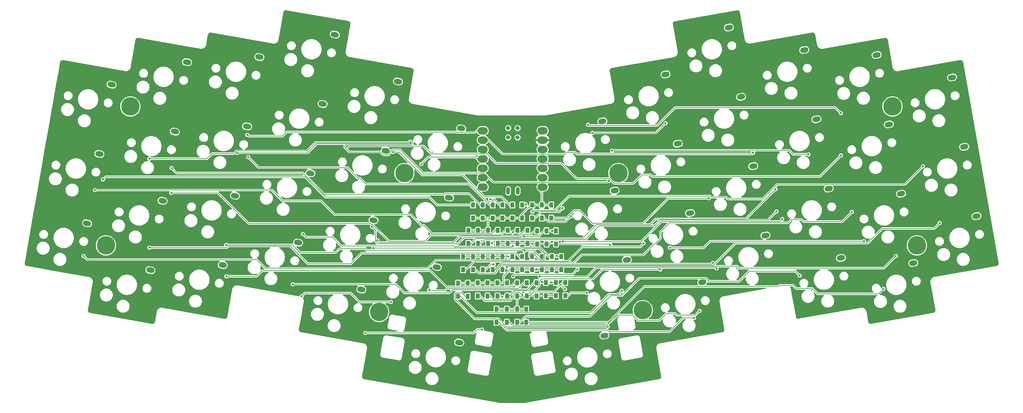
<source format=gbr>
%TF.GenerationSoftware,KiCad,Pcbnew,7.0.5*%
%TF.CreationDate,2023-06-27T22:08:49+09:00*%
%TF.ProjectId,keyboard_011 rev.1.2,6b657962-6f61-4726-945f-303131207265,REV1*%
%TF.SameCoordinates,Original*%
%TF.FileFunction,Copper,L1,Top*%
%TF.FilePolarity,Positive*%
%FSLAX46Y46*%
G04 Gerber Fmt 4.6, Leading zero omitted, Abs format (unit mm)*
G04 Created by KiCad (PCBNEW 7.0.5) date 2023-06-27 22:08:49*
%MOMM*%
%LPD*%
G01*
G04 APERTURE LIST*
G04 Aperture macros list*
%AMHorizOval*
0 Thick line with rounded ends*
0 $1 width*
0 $2 $3 position (X,Y) of the first rounded end (center of the circle)*
0 $4 $5 position (X,Y) of the second rounded end (center of the circle)*
0 Add line between two ends*
20,1,$1,$2,$3,$4,$5,0*
0 Add two circle primitives to create the rounded ends*
1,1,$1,$2,$3*
1,1,$1,$4,$5*%
G04 Aperture macros list end*
%TA.AperFunction,ComponentPad*%
%ADD10HorizOval,1.500000X-0.344683X-0.060777X0.344683X0.060777X0*%
%TD*%
%TA.AperFunction,SMDPad,CuDef*%
%ADD11R,1.000000X1.400000*%
%TD*%
%TA.AperFunction,ComponentPad*%
%ADD12HorizOval,1.500000X-0.344683X0.060777X0.344683X-0.060777X0*%
%TD*%
%TA.AperFunction,ComponentPad*%
%ADD13C,5.000000*%
%TD*%
%TA.AperFunction,ComponentPad*%
%ADD14O,2.748280X1.998980*%
%TD*%
%TA.AperFunction,SMDPad,CuDef*%
%ADD15O,1.016000X2.032000*%
%TD*%
%TA.AperFunction,SMDPad,CuDef*%
%ADD16C,1.143000*%
%TD*%
%TA.AperFunction,ViaPad*%
%ADD17C,0.600000*%
%TD*%
%TA.AperFunction,Conductor*%
%ADD18C,0.150000*%
%TD*%
G04 APERTURE END LIST*
D10*
%TO.P,SW10,*%
%TO.N,*%
X182598442Y72623486D03*
%TD*%
%TO.P,SW32,*%
%TO.N,*%
X149218442Y42553486D03*
%TD*%
D11*
%TO.P,D27,1,K*%
%TO.N,row02*%
X92030100Y14516700D03*
%TO.P,D27,2,A*%
%TO.N,Net-(D27-Pad2)*%
X92030100Y18066700D03*
%TD*%
D12*
%TO.P,SW39,*%
%TO.N,*%
X43153524Y9170791D03*
%TD*%
D13*
%TO.P,H6,*%
%TO.N,*%
X193506200Y21117800D03*
%TD*%
D11*
%TO.P,D5,1,K*%
%TO.N,row00*%
X86696100Y28486700D03*
%TO.P,D5,2,A*%
%TO.N,Net-(D5-Pad2)*%
X86696100Y32036700D03*
%TD*%
%TO.P,D43,1,K*%
%TO.N,Net-(D43-Pad1)*%
X82508200Y292700D03*
%TO.P,D43,2,A*%
%TO.N,row03*%
X82508200Y3842700D03*
%TD*%
%TO.P,D8,1,K*%
%TO.N,Net-(D8-Pad1)*%
X94570100Y28486700D03*
%TO.P,D8,2,A*%
%TO.N,row00*%
X94570100Y32036700D03*
%TD*%
D10*
%TO.P,SW30,*%
%TO.N,*%
X114998442Y17183486D03*
%TD*%
D12*
%TO.P,SW17,*%
%TO.N,*%
X66877124Y34017591D03*
%TD*%
D11*
%TO.P,D29,1,K*%
%TO.N,row02*%
X97237100Y14516700D03*
%TO.P,D29,2,A*%
%TO.N,Net-(D29-Pad2)*%
X97237100Y18066700D03*
%TD*%
D12*
%TO.P,SW40,*%
%TO.N,*%
X69633524Y-5179209D03*
%TD*%
D11*
%TO.P,D18,1,K*%
%TO.N,Net-(D18-Pad1)*%
X95840100Y21505600D03*
%TO.P,D18,2,A*%
%TO.N,row01*%
X95840100Y25055600D03*
%TD*%
%TO.P,D32,1,K*%
%TO.N,Net-(D32-Pad1)*%
X74631100Y7404700D03*
%TO.P,D32,2,A*%
%TO.N,row02*%
X74631100Y10954700D03*
%TD*%
%TO.P,D44,1,K*%
%TO.N,Net-(D44-Pad1)*%
X85302200Y292700D03*
%TO.P,D44,2,A*%
%TO.N,row03*%
X85302200Y3842700D03*
%TD*%
%TO.P,D39,1,K*%
%TO.N,row03*%
X93132800Y7497700D03*
%TO.P,D39,2,A*%
%TO.N,Net-(D39-Pad2)*%
X93132800Y11047700D03*
%TD*%
D10*
%TO.P,SW35,*%
%TO.N,*%
X209628442Y29023486D03*
%TD*%
D11*
%TO.P,D36,1,K*%
%TO.N,row03*%
X85302200Y7401700D03*
%TO.P,D36,2,A*%
%TO.N,Net-(D36-Pad2)*%
X85302200Y10951700D03*
%TD*%
D10*
%TO.P,SW33,*%
%TO.N,*%
X169628442Y36483486D03*
%TD*%
D12*
%TO.P,SW28,*%
%TO.N,*%
X46463524Y27930791D03*
%TD*%
D11*
%TO.P,D0,1,K*%
%TO.N,row00*%
X73361100Y28486700D03*
%TO.P,D0,2,A*%
%TO.N,Net-(D0-Pad2)*%
X73361100Y32036700D03*
%TD*%
%TO.P,D10,1,K*%
%TO.N,Net-(D10-Pad1)*%
X74758100Y21628700D03*
%TO.P,D10,2,A*%
%TO.N,row00*%
X74758100Y25178700D03*
%TD*%
D10*
%TO.P,SW41,*%
%TO.N,*%
X108899042Y-3298514D03*
%TD*%
D12*
%TO.P,SW36,*%
%TO.N,*%
X-13956476Y14410791D03*
%TD*%
%TO.P,SW25,*%
%TO.N,*%
X-10646476Y33160791D03*
%TD*%
%TO.P,SW26,*%
%TO.N,*%
X8937124Y34547691D03*
%TD*%
D10*
%TO.P,SW11,*%
%TO.N,*%
X203014842Y66550286D03*
%TD*%
D11*
%TO.P,D21,1,K*%
%TO.N,Net-(D21-Pad1)*%
X76028100Y14512900D03*
%TO.P,D21,2,A*%
%TO.N,row01*%
X76028100Y18062900D03*
%TD*%
%TO.P,D38,1,K*%
%TO.N,row03*%
X90592900Y7449700D03*
%TO.P,D38,2,A*%
%TO.N,Net-(D38-Pad2)*%
X90592900Y10999700D03*
%TD*%
%TO.P,D24,1,K*%
%TO.N,row02*%
X84029100Y14516700D03*
%TO.P,D24,2,A*%
%TO.N,Net-(D24-Pad2)*%
X84029100Y18066700D03*
%TD*%
%TO.P,D41,1,K*%
%TO.N,Net-(D41-Pad1)*%
X98339800Y7497700D03*
%TO.P,D41,2,A*%
%TO.N,row03*%
X98339800Y11047700D03*
%TD*%
D10*
%TO.P,SW7,*%
%TO.N,*%
X125484842Y67380286D03*
%TD*%
D12*
%TO.P,SW15,*%
%TO.N,*%
X32663524Y59380791D03*
%TD*%
D11*
%TO.P,D6,1,K*%
%TO.N,Net-(D6-Pad1)*%
X89363100Y28486800D03*
%TO.P,D6,2,A*%
%TO.N,row00*%
X89363100Y32036800D03*
%TD*%
%TO.P,D25,1,K*%
%TO.N,row02*%
X86696100Y14516700D03*
%TO.P,D25,2,A*%
%TO.N,Net-(D25-Pad2)*%
X86696100Y18066700D03*
%TD*%
D13*
%TO.P,H4,*%
%TO.N,*%
X-25949800Y21117700D03*
%TD*%
D12*
%TO.P,SW5,*%
%TO.N,*%
X70183524Y52760791D03*
%TD*%
%TO.P,SW1,*%
%TO.N,*%
X-4026476Y70680791D03*
%TD*%
%TO.P,SW13,*%
%TO.N,*%
X-7336476Y51920791D03*
%TD*%
%TO.P,SW37,*%
%TO.N,*%
X5633524Y15780791D03*
%TD*%
D13*
%TO.P,H1,*%
%TO.N,*%
X54822200Y40675700D03*
%TD*%
D11*
%TO.P,D31,1,K*%
%TO.N,Net-(D31-Pad1)*%
X71964100Y7321900D03*
%TO.P,D31,2,A*%
%TO.N,row02*%
X71964100Y10871900D03*
%TD*%
D12*
%TO.P,SW29,*%
%TO.N,*%
X63563524Y15240791D03*
%TD*%
D11*
%TO.P,D14,1,K*%
%TO.N,row01*%
X85426100Y21628700D03*
%TO.P,D14,2,A*%
%TO.N,Net-(D14-Pad2)*%
X85426100Y25178700D03*
%TD*%
%TO.P,D37,1,K*%
%TO.N,row03*%
X87925800Y7449700D03*
%TO.P,D37,2,A*%
%TO.N,Net-(D37-Pad2)*%
X87925800Y10999700D03*
%TD*%
D10*
%TO.P,SW19,*%
%TO.N,*%
X128798442Y48633486D03*
%TD*%
D11*
%TO.P,D9,1,K*%
%TO.N,Net-(D9-Pad1)*%
X72091100Y21628700D03*
%TO.P,D9,2,A*%
%TO.N,row00*%
X72091100Y25178700D03*
%TD*%
D12*
%TO.P,SW2,*%
%TO.N,*%
X15553524Y72070791D03*
%TD*%
D10*
%TO.P,SW6,*%
%TO.N,*%
X108378442Y54693486D03*
%TD*%
D11*
%TO.P,D30,1,K*%
%TO.N,Net-(D30-Pad1)*%
X69297100Y7321900D03*
%TO.P,D30,2,A*%
%TO.N,row02*%
X69297100Y10871900D03*
%TD*%
D10*
%TO.P,SW43,*%
%TO.N,*%
X152518442Y23793486D03*
%TD*%
%TO.P,SW22,*%
%TO.N,*%
X185898442Y53853486D03*
%TD*%
D12*
%TO.P,SW14,*%
%TO.N,*%
X12243524Y53310791D03*
%TD*%
D10*
%TO.P,SW18,*%
%TO.N,*%
X111688442Y35933486D03*
%TD*%
D11*
%TO.P,D22,1,K*%
%TO.N,Net-(D22-Pad1)*%
X78695100Y14512900D03*
%TO.P,D22,2,A*%
%TO.N,row01*%
X78695100Y18062900D03*
%TD*%
%TO.P,D23,1,K*%
%TO.N,Net-(D23-Pad1)*%
X81362100Y14512900D03*
%TO.P,D23,2,A*%
%TO.N,row01*%
X81362100Y18062900D03*
%TD*%
%TO.P,D4,1,K*%
%TO.N,row00*%
X84029100Y28486700D03*
%TO.P,D4,2,A*%
%TO.N,Net-(D4-Pad2)*%
X84029100Y32036700D03*
%TD*%
D10*
%TO.P,SW34,*%
%TO.N,*%
X189214842Y35090286D03*
%TD*%
%TO.P,SW44,*%
%TO.N,*%
X172938442Y17723486D03*
%TD*%
D11*
%TO.P,D42,1,K*%
%TO.N,Net-(D42-Pad1)*%
X79714200Y292700D03*
%TO.P,D42,2,A*%
%TO.N,row03*%
X79714200Y3842700D03*
%TD*%
D12*
%TO.P,SW12,*%
%TO.N,*%
X-27756476Y45850791D03*
%TD*%
%TO.P,SW27,*%
%TO.N,*%
X29353524Y40620791D03*
%TD*%
D13*
%TO.P,H7,*%
%TO.N,*%
X119338200Y3591700D03*
%TD*%
D12*
%TO.P,SW3,*%
%TO.N,*%
X35973524Y78140791D03*
%TD*%
D11*
%TO.P,D45,1,K*%
%TO.N,Net-(D45-Pad1)*%
X87802000Y292700D03*
%TO.P,D45,2,A*%
%TO.N,row03*%
X87802000Y3842700D03*
%TD*%
%TO.P,D35,1,K*%
%TO.N,Net-(D35-Pad1)*%
X82632100Y7404700D03*
%TO.P,D35,2,A*%
%TO.N,row02*%
X82632100Y10954700D03*
%TD*%
D12*
%TO.P,SW4,*%
%TO.N,*%
X53083524Y65450791D03*
%TD*%
D11*
%TO.P,D28,1,K*%
%TO.N,row02*%
X94697100Y14516700D03*
%TO.P,D28,2,A*%
%TO.N,Net-(D28-Pad2)*%
X94697100Y18066700D03*
%TD*%
%TO.P,D26,1,K*%
%TO.N,row02*%
X89363100Y14516700D03*
%TO.P,D26,2,A*%
%TO.N,Net-(D26-Pad2)*%
X89363100Y18066700D03*
%TD*%
D10*
%TO.P,SW9,*%
%TO.N,*%
X163008442Y73993486D03*
%TD*%
D11*
%TO.P,D2,1,K*%
%TO.N,row00*%
X78695100Y28486800D03*
%TO.P,D2,2,A*%
%TO.N,Net-(D2-Pad2)*%
X78695100Y32036800D03*
%TD*%
%TO.P,D1,1,K*%
%TO.N,row00*%
X76028100Y28486800D03*
%TO.P,D1,2,A*%
%TO.N,Net-(D1-Pad2)*%
X76028100Y32036800D03*
%TD*%
%TO.P,D34,1,K*%
%TO.N,Net-(D34-Pad1)*%
X79965100Y7404800D03*
%TO.P,D34,2,A*%
%TO.N,row02*%
X79965100Y10954800D03*
%TD*%
D13*
%TO.P,H3,*%
%TO.N,*%
X186902200Y58709700D03*
%TD*%
D11*
%TO.P,D20,1,K*%
%TO.N,Net-(D20-Pad1)*%
X73361100Y14512900D03*
%TO.P,D20,2,A*%
%TO.N,row01*%
X73361100Y18062900D03*
%TD*%
D13*
%TO.P,H2,*%
%TO.N,*%
X112734200Y40675700D03*
%TD*%
%TO.P,H0,*%
%TO.N,*%
X-19345800Y58709700D03*
%TD*%
D10*
%TO.P,SW8,*%
%TO.N,*%
X142598442Y80073486D03*
%TD*%
D12*
%TO.P,SW16,*%
%TO.N,*%
X49767124Y46697691D03*
%TD*%
D14*
%TO.P,U0,1,P26*%
%TO.N,col02*%
X76018700Y52153800D03*
%TO.P,U0,2,P27*%
%TO.N,col03*%
X76018700Y49613800D03*
%TO.P,U0,3,P28*%
%TO.N,col04*%
X76018700Y47073800D03*
%TO.P,U0,4,P29*%
%TO.N,col05*%
X76018700Y44533800D03*
%TO.P,U0,5,P6*%
%TO.N,col00*%
X76018700Y41993800D03*
%TO.P,U0,6,P7*%
%TO.N,col01*%
X76018700Y39453800D03*
%TO.P,U0,7,P0*%
%TO.N,unconnected-(U0-Pad7)*%
X76018700Y36913800D03*
%TO.P,U0,8,P1*%
%TO.N,row00*%
X92207900Y36913800D03*
%TO.P,U0,9,P2*%
%TO.N,row01*%
X92207900Y39453800D03*
%TO.P,U0,10,P4*%
%TO.N,row03*%
X92207900Y41993800D03*
%TO.P,U0,11,P3*%
%TO.N,row02*%
X92207900Y44533800D03*
%TO.P,U0,12,3V3*%
%TO.N,unconnected-(U0-Pad12)*%
X92207900Y47073800D03*
%TO.P,U0,13,GND*%
%TO.N,GND*%
X92182500Y49613800D03*
%TO.P,U0,14,5V*%
%TO.N,unconnected-(U0-Pad14)*%
X92207900Y52153800D03*
D15*
%TO.P,U0,15,5V*%
%TO.N,unconnected-(U0-Pad15)*%
X82897900Y35843600D03*
%TO.P,U0,16,GND*%
%TO.N,unconnected-(U0-Pad16)*%
X85447900Y35843600D03*
D16*
%TO.P,U0,17,PA31_SWDIO*%
%TO.N,unconnected-(U0-Pad17)*%
X82896703Y52847787D03*
%TO.P,U0,18,PA30_SWCLK*%
%TO.N,unconnected-(U0-Pad18)*%
X85436703Y52847787D03*
%TO.P,U0,19,RESET*%
%TO.N,unconnected-(U0-Pad19)*%
X82896703Y50307787D03*
%TO.P,U0,20,GND*%
%TO.N,unconnected-(U0-Pad20)*%
X85436703Y50307787D03*
%TD*%
D11*
%TO.P,D12,1,K*%
%TO.N,row01*%
X80092100Y21628700D03*
%TO.P,D12,2,A*%
%TO.N,Net-(D12-Pad2)*%
X80092100Y25178700D03*
%TD*%
D10*
%TO.P,SW20,*%
%TO.N,*%
X145908442Y61313486D03*
%TD*%
D11*
%TO.P,D33,1,K*%
%TO.N,Net-(D33-Pad1)*%
X77298100Y7404700D03*
%TO.P,D33,2,A*%
%TO.N,row02*%
X77298100Y10954700D03*
%TD*%
D10*
%TO.P,SW21,*%
%TO.N,*%
X166318442Y55243486D03*
%TD*%
D12*
%TO.P,SW38,*%
%TO.N,*%
X26047124Y21857691D03*
%TD*%
%TO.P,SW24,*%
%TO.N,*%
X-31066476Y27090791D03*
%TD*%
D10*
%TO.P,SW31,*%
%TO.N,*%
X132108442Y29863486D03*
%TD*%
D11*
%TO.P,D3,1,K*%
%TO.N,row00*%
X81362100Y28486700D03*
%TO.P,D3,2,A*%
%TO.N,Net-(D3-Pad2)*%
X81362100Y32036700D03*
%TD*%
D13*
%TO.P,H5,*%
%TO.N,*%
X47964200Y3083700D03*
%TD*%
D10*
%TO.P,SW45,*%
%TO.N,*%
X192528442Y16333486D03*
%TD*%
D11*
%TO.P,D40,1,K*%
%TO.N,row03*%
X95799900Y7497700D03*
%TO.P,D40,2,A*%
%TO.N,Net-(D40-Pad2)*%
X95799900Y11047700D03*
%TD*%
D10*
%TO.P,SW42,*%
%TO.N,*%
X135418442Y11103486D03*
%TD*%
D11*
%TO.P,D11,1,K*%
%TO.N,Net-(D11-Pad1)*%
X77425100Y21628700D03*
%TO.P,D11,2,A*%
%TO.N,row00*%
X77425100Y25178700D03*
%TD*%
D10*
%TO.P,SW23,*%
%TO.N,*%
X206318442Y47783486D03*
%TD*%
D11*
%TO.P,D13,1,K*%
%TO.N,row01*%
X82759100Y21628700D03*
%TO.P,D13,2,A*%
%TO.N,Net-(D13-Pad2)*%
X82759100Y25178700D03*
%TD*%
%TO.P,D17,1,K*%
%TO.N,row01*%
X93300100Y21505600D03*
%TO.P,D17,2,A*%
%TO.N,Net-(D17-Pad2)*%
X93300100Y25055600D03*
%TD*%
%TO.P,D7,1,K*%
%TO.N,Net-(D7-Pad1)*%
X92030100Y28486700D03*
%TO.P,D7,2,A*%
%TO.N,row00*%
X92030100Y32036700D03*
%TD*%
%TO.P,D19,1,K*%
%TO.N,Net-(D19-Pad1)*%
X70694100Y14512900D03*
%TO.P,D19,2,A*%
%TO.N,row01*%
X70694100Y18062900D03*
%TD*%
%TO.P,D16,1,K*%
%TO.N,row01*%
X90760100Y21505600D03*
%TO.P,D16,2,A*%
%TO.N,Net-(D16-Pad2)*%
X90760100Y25055600D03*
%TD*%
D12*
%TO.P,SW0,*%
%TO.N,*%
X-24446476Y64610791D03*
%TD*%
D11*
%TO.P,D15,1,K*%
%TO.N,row01*%
X88093100Y21628800D03*
%TO.P,D15,2,A*%
%TO.N,Net-(D15-Pad2)*%
X88093100Y25178800D03*
%TD*%
D17*
%TO.N,col02*%
X12306800Y51020200D03*
%TO.N,col01*%
X110149200Y38544400D03*
X-14210800Y44555300D03*
%TO.N,Net-(D0-Pad2)*%
X-26787600Y38953400D03*
%TO.N,Net-(D1-Pad2)*%
X-8193700Y42034600D03*
%TO.N,Net-(D2-Pad2)*%
X12521200Y45009000D03*
%TO.N,Net-(D3-Pad2)*%
X78000800Y33576800D03*
%TO.N,Net-(D4-Pad2)*%
X51766100Y46402400D03*
%TO.N,Net-(D5-Pad2)*%
X87735500Y32180500D03*
%TO.N,Net-(D6-Pad1)*%
X97614200Y31196700D03*
%TO.N,Net-(D7-Pad1)*%
X125484400Y54173800D03*
X99845000Y28962100D03*
X105656600Y51558500D03*
%TO.N,Net-(D8-Pad1)*%
X137204800Y33850400D03*
%TO.N,Net-(D9-Pad1)*%
X155262700Y36317500D03*
%TO.N,Net-(D10-Pad1)*%
X155494400Y30263800D03*
%TO.N,Net-(D11-Pad1)*%
X195160600Y42535700D03*
X78644100Y21681000D03*
X89428600Y30237500D03*
%TO.N,row01*%
X94778100Y22029800D03*
X89426600Y21558800D03*
X82931400Y18054400D03*
X94778100Y25015500D03*
%TO.N,Net-(D12-Pad2)*%
X-28968800Y36085800D03*
%TO.N,Net-(D13-Pad2)*%
X-8269600Y35304700D03*
%TO.N,Net-(D14-Pad2)*%
X9554000Y46141900D03*
X84092600Y24689700D03*
X56415800Y48834700D03*
%TO.N,Net-(D15-Pad2)*%
X47496300Y22481100D03*
%TO.N,Net-(D16-Pad2)*%
X45971200Y26180800D03*
%TO.N,Net-(D17-Pad2)*%
X87194100Y23518800D03*
%TO.N,Net-(D18-Pad1)*%
X110554400Y21213800D03*
%TO.N,Net-(D19-Pad1)*%
X119534700Y21645800D03*
%TO.N,Net-(D20-Pad1)*%
X138328200Y16374000D03*
%TO.N,Net-(D21-Pad1)*%
X78991600Y15979400D03*
X101642600Y14572400D03*
X84218200Y12714800D03*
X164164500Y45748500D03*
X110975900Y46742300D03*
%TO.N,Net-(D22-Pad1)*%
X175907600Y30137000D03*
%TO.N,Net-(D23-Pad1)*%
X199672400Y27162600D03*
%TO.N,row02*%
X90554300Y14585000D03*
%TO.N,Net-(D24-Pad2)*%
X-32034400Y18239400D03*
%TO.N,Net-(D25-Pad2)*%
X-14210800Y20518900D03*
%TO.N,Net-(D26-Pad2)*%
X6583400Y21212300D03*
%TO.N,Net-(D27-Pad2)*%
X27377600Y24193200D03*
X84092600Y20981200D03*
X87286300Y19676100D03*
%TO.N,Net-(D28-Pad2)*%
X46405800Y20333600D03*
%TO.N,Net-(D29-Pad2)*%
X95967100Y18239400D03*
%TO.N,Net-(D30-Pad1)*%
X113663900Y8853900D03*
%TO.N,Net-(D31-Pad1)*%
X109832400Y-855600D03*
%TO.N,Net-(D32-Pad1)*%
X86764100Y7676900D03*
X139294300Y14895700D03*
X91428600Y12623700D03*
%TO.N,Net-(D33-Pad1)*%
X83907700Y7326300D03*
X157059300Y28256300D03*
X97705400Y22127900D03*
%TO.N,Net-(D34-Pad1)*%
X81298600Y7190300D03*
X187790000Y18239400D03*
X82532500Y15196800D03*
%TO.N,Net-(D35-Pad1)*%
X126632400Y20476200D03*
X124042700Y14595900D03*
X179177800Y22241300D03*
%TO.N,row03*%
X98273400Y9272700D03*
%TO.N,Net-(D36-Pad2)*%
X6638200Y12748600D03*
%TO.N,Net-(D37-Pad2)*%
X27007400Y7356900D03*
X61481100Y9076300D03*
X51151400Y5813800D03*
%TO.N,Net-(D38-Pad2)*%
X24585200Y10588500D03*
%TO.N,Net-(D39-Pad2)*%
X75803800Y-1644500D03*
X92022900Y11191900D03*
X44208000Y-2581400D03*
%TO.N,Net-(D40-Pad2)*%
X94430000Y11060000D03*
%TO.N,Net-(D41-Pad1)*%
X104173200Y8269400D03*
%TO.N,Net-(D42-Pad1)*%
X133214700Y1459600D03*
%TO.N,Net-(D43-Pad1)*%
X134687800Y3367400D03*
%TO.N,Net-(D44-Pad1)*%
X161775000Y12929200D03*
%TO.N,Net-(D45-Pad1)*%
X184447800Y9316200D03*
%TO.N,col03*%
X149172200Y46162700D03*
%TO.N,col04*%
X39260000Y47805500D03*
X172937000Y45441400D03*
%TO.N,col05*%
X104462600Y53743400D03*
X172937000Y56906600D03*
X59385600Y43095700D03*
%TD*%
D18*
%TO.N,row00*%
X81362100Y28486700D02*
X84029100Y28486700D01*
X89952600Y31655300D02*
X88681700Y31655300D01*
X72091100Y25178700D02*
X74758100Y25178700D01*
X92030100Y32036700D02*
X93845000Y32036700D01*
X78695100Y28486800D02*
X80637000Y28486800D01*
X74086200Y28486800D02*
X74086200Y28486700D01*
X78332600Y28486800D02*
X78695100Y28486800D01*
X94570100Y32036700D02*
X93845000Y32036700D01*
X92030100Y32036700D02*
X91305000Y32036700D01*
X90127800Y31830500D02*
X89952600Y31655300D01*
X91707900Y36913800D02*
X91707900Y35689200D01*
X90127800Y32036800D02*
X90127800Y32036700D01*
X77970000Y28486800D02*
X76028100Y28486800D01*
X76028100Y28486800D02*
X74086200Y28486800D01*
X77425100Y25178700D02*
X77425100Y27941900D01*
X91707900Y35689200D02*
X92030100Y35367000D01*
X90127800Y32036700D02*
X90127800Y31830500D01*
X80637000Y28486800D02*
X80637000Y28486700D01*
X89363100Y32036800D02*
X90127800Y32036800D01*
X73361100Y28486700D02*
X74086200Y28486700D01*
X90127800Y32036700D02*
X91305000Y32036700D01*
X88681700Y31655300D02*
X86696100Y29669700D01*
X81362100Y28486700D02*
X80637000Y28486700D01*
X84029100Y28486700D02*
X86696100Y28486700D01*
X78332600Y28486800D02*
X77970000Y28486800D01*
X77425100Y27941900D02*
X77970000Y28486800D01*
X92030100Y35367000D02*
X92030100Y32036700D01*
X86696100Y29669700D02*
X86696100Y28486700D01*
X74758100Y25178700D02*
X77425100Y25178700D01*
%TO.N,col02*%
X12306800Y51020200D02*
X12676900Y50650100D01*
X12676900Y50650100D02*
X21803100Y50650100D01*
X68908300Y51658600D02*
X73924200Y51658600D01*
X22928700Y51775700D02*
X68791200Y51775700D01*
X76518700Y52153800D02*
X74419400Y52153800D01*
X21803100Y50650100D02*
X22928700Y51775700D01*
X73924200Y51658600D02*
X74419400Y52153800D01*
X68791200Y51775700D02*
X68908300Y51658600D01*
%TO.N,col01*%
X9336500Y46667000D02*
X8593800Y45924300D01*
X56198300Y48309600D02*
X56633400Y48309600D01*
X109788600Y38183800D02*
X78888000Y38183800D01*
X50533500Y45619300D02*
X49122300Y45619300D01*
X30716900Y48930900D02*
X28453000Y46667000D01*
X51129500Y46531600D02*
X51129500Y46215300D01*
X2727200Y45924200D02*
X1358300Y44555300D01*
X38664500Y47630100D02*
X38664500Y48039700D01*
X49122300Y45619300D02*
X48340500Y46401100D01*
X51532900Y46935000D02*
X51129500Y46531600D01*
X76518700Y39453800D02*
X77618000Y39453800D01*
X76518700Y40678400D02*
X59995500Y40678400D01*
X28453000Y46667000D02*
X9336500Y46667000D01*
X56177200Y48330700D02*
X56198300Y48309600D01*
X38955500Y48330700D02*
X56177200Y48330700D01*
X110149200Y38544400D02*
X109788600Y38183800D01*
X55769500Y48931000D02*
X55769500Y48930900D01*
X56633400Y48309600D02*
X56940900Y48617100D01*
X56940900Y48617100D02*
X56940900Y49052300D01*
X39893400Y46401200D02*
X38664500Y47630100D01*
X51129500Y46215300D02*
X50533500Y45619300D01*
X78888000Y38183800D02*
X77618000Y39453800D01*
X38664500Y48039700D02*
X38955500Y48330700D01*
X53738900Y46935000D02*
X51532900Y46935000D01*
X8593800Y45924200D02*
X2727200Y45924200D01*
X76518700Y39453800D02*
X76518700Y40678400D01*
X56198300Y49359800D02*
X55769500Y48931000D01*
X55769500Y48930900D02*
X30716900Y48930900D01*
X1358300Y44555300D02*
X-14210800Y44555300D01*
X48340500Y46401200D02*
X39893400Y46401200D01*
X8593800Y45924300D02*
X8593800Y45924200D01*
X48340500Y46401100D02*
X48340500Y46401200D01*
X56940900Y49052300D02*
X56633400Y49359800D01*
X59995500Y40678400D02*
X53738900Y46935000D01*
X56633400Y49359800D02*
X56198300Y49359800D01*
%TO.N,Net-(D0-Pad2)*%
X27944700Y39682100D02*
X-26058900Y39682100D01*
X61542800Y34169500D02*
X33457300Y34169500D01*
X-26058900Y39682100D02*
X-26787600Y38953400D01*
X63675600Y32036700D02*
X61542800Y34169500D01*
X73361100Y32036700D02*
X63675600Y32036700D01*
X33457300Y34169500D02*
X27944700Y39682100D01*
%TO.N,Net-(D1-Pad2)*%
X76028100Y32036800D02*
X75303000Y32036800D01*
X27351300Y40700000D02*
X33139500Y34911800D01*
X72225000Y35114800D02*
X75303000Y32036800D01*
X65600800Y34911800D02*
X65803800Y35114800D01*
X-8193700Y42034600D02*
X-6859100Y40700000D01*
X65803800Y35114800D02*
X72225000Y35114800D01*
X-6859100Y40700000D02*
X27351300Y40700000D01*
X33139500Y34911800D02*
X65600800Y34911800D01*
%TO.N,Net-(D2-Pad2)*%
X42326600Y39226000D02*
X39391600Y42161000D01*
X44402000Y37727000D02*
X42903000Y39226000D01*
X15369200Y42161000D02*
X12521200Y45009000D01*
X42903000Y39226000D02*
X42326600Y39226000D01*
X77970000Y32036800D02*
X72279800Y37727000D01*
X39391600Y42161000D02*
X15369200Y42161000D01*
X72279800Y37727000D02*
X44402000Y37727000D01*
X78695100Y32036800D02*
X77970000Y32036800D01*
%TO.N,Net-(D3-Pad2)*%
X78000800Y33576700D02*
X78000800Y33576800D01*
X80637000Y32036700D02*
X79097000Y33576700D01*
X79097000Y33576700D02*
X78000800Y33576700D01*
X81362100Y32036700D02*
X80637000Y32036700D01*
%TO.N,Net-(D4-Pad2)*%
X84029100Y32036700D02*
X83304000Y32036700D01*
X83304000Y32036700D02*
X81094800Y34245900D01*
X81094800Y34245900D02*
X76554400Y34245900D01*
X59525000Y40183800D02*
X53306400Y46402400D01*
X76554400Y34245900D02*
X70616500Y40183800D01*
X70616500Y40183800D02*
X59525000Y40183800D01*
X53306400Y46402400D02*
X51766100Y46402400D01*
%TO.N,Net-(D5-Pad2)*%
X87565000Y32180500D02*
X87421200Y32036700D01*
X86696100Y32036700D02*
X87421200Y32036700D01*
X87735500Y32180500D02*
X87565000Y32180500D01*
%TO.N,Net-(D6-Pad1)*%
X96679200Y30261700D02*
X91863100Y30261700D01*
X97614200Y31196700D02*
X96679200Y30261700D01*
X91863100Y30261700D02*
X90088200Y28486800D01*
X89363100Y28486800D02*
X90088200Y28486800D01*
%TO.N,Net-(D7-Pad1)*%
X93724000Y27517900D02*
X98400800Y27517900D01*
X98400800Y27517900D02*
X99845000Y28962100D01*
X105656600Y51558500D02*
X122869100Y51558500D01*
X92755200Y28486700D02*
X93724000Y27517900D01*
X92030100Y28486700D02*
X92755200Y28486700D01*
X122869100Y51558500D02*
X125484400Y54173800D01*
%TO.N,Net-(D8-Pad1)*%
X119373600Y27021300D02*
X105759400Y27021300D01*
X126202700Y33850400D02*
X119373600Y27021300D01*
X100656000Y30515700D02*
X98627000Y28486700D01*
X102265000Y30515700D02*
X100656000Y30515700D01*
X94570100Y28486700D02*
X95295200Y28486700D01*
X137204800Y33850400D02*
X126202700Y33850400D01*
X98627000Y28486700D02*
X95295200Y28486700D01*
X105759400Y27021300D02*
X102265000Y30515700D01*
%TO.N,Net-(D9-Pad1)*%
X72816200Y21628700D02*
X74146200Y22958700D01*
X121274600Y26713600D02*
X122814400Y28253400D01*
X72091100Y21628700D02*
X72816200Y21628700D01*
X106782700Y26713600D02*
X121274600Y26713600D01*
X122814400Y28253400D02*
X147198600Y28253400D01*
X147198600Y28253400D02*
X155262700Y36317500D01*
X103027800Y22958700D02*
X106782700Y26713600D01*
X74146200Y22958700D02*
X103027800Y22958700D01*
%TO.N,Net-(D10-Pad1)*%
X103723200Y22658500D02*
X107478100Y26413400D01*
X153183800Y27953200D02*
X155494400Y30263800D01*
X75483200Y21628700D02*
X76513000Y22658500D01*
X122485200Y26413400D02*
X124025000Y27953200D01*
X74758100Y21628700D02*
X75483200Y21628700D01*
X107478100Y26413400D02*
X122485200Y26413400D01*
X76513000Y22658500D02*
X103723200Y22658500D01*
X124025000Y27953200D02*
X153183800Y27953200D01*
%TO.N,Net-(D11-Pad1)*%
X89428600Y30237500D02*
X89753000Y30561900D01*
X95519800Y30561900D02*
X99400300Y34442400D01*
X141876300Y34128900D02*
X142346500Y33658700D01*
X137573000Y34442400D02*
X137886500Y34128900D01*
X190229600Y37604700D02*
X195160600Y42535700D01*
X99400300Y34442400D02*
X137573000Y34442400D01*
X142346500Y33658700D02*
X151730100Y33658700D01*
X155676100Y37604700D02*
X190229600Y37604700D01*
X151730100Y33658700D02*
X155676100Y37604700D01*
X89753000Y30561900D02*
X95519800Y30561900D01*
X78202500Y21681000D02*
X78644100Y21681000D01*
X137886500Y34128900D02*
X141876300Y34128900D01*
X77425100Y21628700D02*
X78150200Y21628700D01*
X78150200Y21628700D02*
X78202500Y21681000D01*
%TO.N,row01*%
X82759100Y21628700D02*
X80092100Y21628700D01*
X78695100Y18062900D02*
X81362100Y18062900D01*
X94549400Y22029800D02*
X94025200Y21505600D01*
X88093100Y21628800D02*
X88818200Y21628800D01*
X93300100Y21505600D02*
X94025200Y21505600D01*
X82931400Y18054400D02*
X82095700Y18054400D01*
X78695100Y18062900D02*
X76028100Y18062900D01*
X82095700Y18054400D02*
X82087200Y18062900D01*
X89479800Y21505600D02*
X89426600Y21558800D01*
X94778100Y22029800D02*
X94549400Y22029800D01*
X86151200Y21628800D02*
X86151200Y21628700D01*
X88093100Y21628800D02*
X87368000Y21628800D01*
X90760100Y21505600D02*
X89479800Y21505600D01*
X88888200Y21558800D02*
X88818200Y21628800D01*
X95074900Y25015500D02*
X95115000Y25055600D01*
X95840100Y25055600D02*
X95115000Y25055600D01*
X89426600Y21558800D02*
X88888200Y21558800D01*
X73361100Y18062900D02*
X76028100Y18062900D01*
X94778100Y25015500D02*
X95074900Y25015500D01*
X82759100Y21628700D02*
X85426100Y21628700D01*
X87368000Y21628800D02*
X86151200Y21628800D01*
X85426100Y21628700D02*
X86151200Y21628700D01*
X70694100Y18062900D02*
X73361100Y18062900D01*
X81362100Y18062900D02*
X82087200Y18062900D01*
X90760100Y21505600D02*
X93300100Y21505600D01*
%TO.N,Net-(D12-Pad2)*%
X56501600Y29480900D02*
X35925000Y29480900D01*
X78441800Y24253500D02*
X62305400Y24253500D01*
X35925000Y29480900D02*
X32256800Y33149100D01*
X32256800Y33149100D02*
X21913000Y33149100D01*
X59436600Y26545900D02*
X56501600Y29480900D01*
X79367000Y25178700D02*
X78441800Y24253500D01*
X21913000Y33149100D02*
X18976300Y36085800D01*
X60013000Y26545900D02*
X59436600Y26545900D01*
X62305400Y24253500D02*
X60013000Y26545900D01*
X80092100Y25178700D02*
X79367000Y25178700D01*
X18976300Y36085800D02*
X-28968800Y36085800D01*
%TO.N,Net-(D13-Pad2)*%
X46188800Y26705900D02*
X45914600Y26705900D01*
X80784400Y23929100D02*
X62009100Y23929100D01*
X82759100Y25178700D02*
X82034000Y25178700D01*
X4362800Y35304700D02*
X-8269600Y35304700D01*
X62009100Y23929100D02*
X60331900Y22251900D01*
X50642800Y22251900D02*
X46188800Y26705900D01*
X45573100Y27047400D02*
X12620100Y27047400D01*
X45914600Y26705900D02*
X45573100Y27047400D01*
X60331900Y22251900D02*
X50642800Y22251900D01*
X82034000Y25178700D02*
X80784400Y23929100D01*
X12620100Y27047400D02*
X4362800Y35304700D01*
%TO.N,Net-(D14-Pad2)*%
X56211900Y48630800D02*
X56415800Y48834700D01*
X85426100Y25178700D02*
X84701000Y25178700D01*
X84092600Y24689700D02*
X84212000Y24689700D01*
X84212000Y24689700D02*
X84701000Y25178700D01*
X28624600Y46141900D02*
X31113500Y48630800D01*
X9554000Y46141900D02*
X28624600Y46141900D01*
X31113500Y48630800D02*
X56211900Y48630800D01*
%TO.N,Net-(D15-Pad2)*%
X48078700Y21898700D02*
X47496300Y22481100D01*
X69810900Y23628900D02*
X68080700Y21898700D01*
X85818100Y23628900D02*
X69810900Y23628900D01*
X87368000Y25178800D02*
X85818100Y23628900D01*
X68080700Y21898700D02*
X48078700Y21898700D01*
X88093100Y25178800D02*
X87368000Y25178800D01*
%TO.N,Net-(D16-Pad2)*%
X90760100Y25055600D02*
X90035000Y25055600D01*
X69311600Y21592800D02*
X47574000Y21592800D01*
X46971200Y25180800D02*
X45971200Y26180800D01*
X46971200Y22195600D02*
X46971200Y25180800D01*
X86179200Y23272700D02*
X70991500Y23272700D01*
X47574000Y21592800D02*
X46971200Y22195600D01*
X89025400Y24046000D02*
X86952500Y24046000D01*
X70991500Y23272700D02*
X69311600Y21592800D01*
X90035000Y25055600D02*
X89025400Y24046000D01*
X86952500Y24046000D02*
X86179200Y23272700D01*
%TO.N,Net-(D17-Pad2)*%
X93300100Y25055600D02*
X92575000Y25055600D01*
X91038200Y23518800D02*
X92575000Y25055600D01*
X87194100Y23518800D02*
X91038200Y23518800D01*
%TO.N,Net-(D18-Pad1)*%
X110262600Y21505600D02*
X110554400Y21213800D01*
X95840100Y21505600D02*
X110262600Y21505600D01*
%TO.N,Net-(D19-Pad1)*%
X119534700Y21645800D02*
X118577500Y20688600D01*
X73727200Y16820900D02*
X71419200Y14512900D01*
X118577500Y20688600D02*
X102934300Y20688600D01*
X70694100Y14512900D02*
X71419200Y14512900D01*
X102934300Y20688600D02*
X99066600Y16820900D01*
X99066600Y16820900D02*
X73727200Y16820900D01*
%TO.N,Net-(D20-Pad1)*%
X73361100Y14512900D02*
X74086200Y14512900D01*
X79838800Y14126100D02*
X79838800Y14528800D01*
X81352300Y16042300D02*
X137996500Y16042300D01*
X74086200Y14512900D02*
X75046700Y13552400D01*
X137996500Y16042300D02*
X138328200Y16374000D01*
X75046700Y13552400D02*
X79265100Y13552400D01*
X79265100Y13552400D02*
X79838800Y14126100D01*
X79838800Y14528800D02*
X81352300Y16042300D01*
%TO.N,Net-(D21-Pad1)*%
X100348000Y13277800D02*
X101642600Y14572400D01*
X111052500Y46818900D02*
X158976300Y46818900D01*
X160046700Y45748500D02*
X164164500Y45748500D01*
X84781200Y13277800D02*
X100348000Y13277800D01*
X158976300Y46818900D02*
X160046700Y45748500D01*
X76028100Y14512900D02*
X76753200Y14512900D01*
X76753200Y14512900D02*
X78219700Y15979400D01*
X78219700Y15979400D02*
X78991600Y15979400D01*
X84218200Y12714800D02*
X84781200Y13277800D01*
X110975900Y46742300D02*
X111052500Y46818900D01*
%TO.N,Net-(D22-Pad1)*%
X173362600Y27592000D02*
X175907600Y30137000D01*
X124134000Y24817400D02*
X126537200Y27220600D01*
X159438000Y28065400D02*
X162279800Y28065400D01*
X122703300Y21595400D02*
X124134000Y23026100D01*
X81337500Y16520800D02*
X100725000Y16520800D01*
X102749000Y18544800D02*
X119410700Y18544800D01*
X162279800Y28065400D02*
X162753200Y27592000D01*
X126537200Y27220600D02*
X158593200Y27220600D01*
X122461300Y21595400D02*
X122703300Y21595400D01*
X79420200Y14603500D02*
X81337500Y16520800D01*
X100725000Y16520800D02*
X102749000Y18544800D01*
X158593200Y27220600D02*
X159438000Y28065400D01*
X78695100Y14512900D02*
X79420200Y14512900D01*
X79420200Y14512900D02*
X79420200Y14603500D01*
X119410700Y18544800D02*
X122461300Y21595400D01*
X124134000Y23026100D02*
X124134000Y24817400D01*
X162753200Y27592000D02*
X173362600Y27592000D01*
%TO.N,Net-(D23-Pad1)*%
X184175400Y25725300D02*
X198235100Y25725300D01*
X81666200Y15742100D02*
X138439000Y15742100D01*
X180156600Y21706500D02*
X184175400Y25725300D01*
X81362100Y15438000D02*
X81666200Y15742100D01*
X81362100Y14512900D02*
X81362100Y15438000D01*
X144403400Y21706500D02*
X180156600Y21706500D01*
X198235100Y25725300D02*
X199672400Y27162600D01*
X138439000Y15742100D02*
X144403400Y21706500D01*
%TO.N,row02*%
X77298100Y10954700D02*
X78023200Y10954700D01*
X84029100Y14516700D02*
X83304000Y14516700D01*
X79965100Y10954800D02*
X78023200Y10954800D01*
X94697100Y14516700D02*
X92030100Y14516700D01*
X81661200Y12873900D02*
X83304000Y14516700D01*
X74631100Y10954700D02*
X73906000Y10954700D01*
X73823200Y10871900D02*
X73906000Y10954700D01*
X81661200Y10954800D02*
X80690200Y10954800D01*
X90554300Y14585000D02*
X91236700Y14585000D01*
X81661200Y10954800D02*
X81661200Y12873900D01*
X79965100Y10954800D02*
X80690200Y10954800D01*
X82632100Y10954700D02*
X81661200Y10954700D01*
X77298100Y10954700D02*
X74631100Y10954700D01*
X71964100Y10871900D02*
X73823200Y10871900D01*
X78023200Y10954800D02*
X78023200Y10954700D01*
X97237100Y14516700D02*
X94697100Y14516700D01*
X86696100Y14516700D02*
X89363100Y14516700D01*
X91236700Y14585000D02*
X91305000Y14516700D01*
X69297100Y10871900D02*
X71964100Y10871900D01*
X86696100Y14516700D02*
X84029100Y14516700D01*
X92030100Y14516700D02*
X91305000Y14516700D01*
X81661200Y10954700D02*
X81661200Y10954800D01*
X89363100Y14516700D02*
X91305000Y14516700D01*
%TO.N,Net-(D24-Pad2)*%
X-31059800Y17264800D02*
X-32034400Y18239400D01*
X83083400Y17121000D02*
X63303200Y17121000D01*
X14914800Y17264800D02*
X-31059800Y17264800D01*
X63303200Y17121000D02*
X61101900Y14919700D01*
X61101900Y14919700D02*
X17259900Y14919700D01*
X84029100Y18066700D02*
X83083400Y17121000D01*
X17259900Y14919700D02*
X14914800Y17264800D01*
%TO.N,Net-(D25-Pad2)*%
X6754900Y20518900D02*
X-14210800Y20518900D01*
X40344800Y16146400D02*
X28685900Y16146400D01*
X23920200Y20912100D02*
X7148100Y20912100D01*
X86696100Y18066700D02*
X85971000Y18066700D01*
X43191100Y18992700D02*
X40344800Y16146400D01*
X85045000Y18992700D02*
X43191100Y18992700D01*
X28685900Y16146400D02*
X23920200Y20912100D01*
X85971000Y18066700D02*
X85045000Y18992700D01*
X7148100Y20912100D02*
X6754900Y20518900D01*
%TO.N,Net-(D26-Pad2)*%
X24562300Y21212300D02*
X6583400Y21212300D01*
X44659100Y19808500D02*
X44308700Y20158900D01*
X36216300Y19209900D02*
X26564700Y19209900D01*
X90212900Y18775800D02*
X90212900Y18365500D01*
X90212900Y18365500D02*
X91436800Y17141600D01*
X92623400Y17141600D02*
X92755200Y17273400D01*
X86676200Y19808500D02*
X44659100Y19808500D01*
X92755200Y17273400D02*
X92755200Y18860000D01*
X37165300Y20158900D02*
X36216300Y19209900D01*
X26564700Y19209900D02*
X24562300Y21212300D01*
X44308700Y20158900D02*
X37165300Y20158900D01*
X89363100Y18066700D02*
X88638000Y18066700D01*
X87068800Y20201200D02*
X86676200Y19808600D01*
X91414000Y20201200D02*
X87068800Y20201200D01*
X91436800Y17141600D02*
X92623400Y17141600D01*
X88785800Y19016000D02*
X89972700Y19016000D01*
X92755200Y18860000D02*
X91414000Y20201200D01*
X89972700Y19016000D02*
X90212900Y18775800D01*
X88638000Y18868200D02*
X88785800Y19016000D01*
X86676200Y19808600D02*
X86676200Y19808500D01*
X88638000Y18066700D02*
X88638000Y18868200D01*
%TO.N,Net-(D27-Pad2)*%
X92030100Y18066700D02*
X91305000Y18066700D01*
X28232900Y23337900D02*
X35331200Y23337900D01*
X27377600Y24193200D02*
X28232900Y23337900D01*
X91305000Y18157300D02*
X91305000Y18066700D01*
X68476600Y20703500D02*
X83814900Y20703500D01*
X87286300Y19676100D02*
X89786200Y19676100D01*
X89786200Y19676100D02*
X91305000Y18157300D01*
X83814900Y20703500D02*
X84092600Y20981200D01*
X68184700Y20995400D02*
X68476600Y20703500D01*
X35331200Y23337900D02*
X37673700Y20995400D01*
X37673700Y20995400D02*
X68184700Y20995400D01*
%TO.N,Net-(D28-Pad2)*%
X86944400Y20501300D02*
X86776700Y20333600D01*
X91538400Y20501300D02*
X86944400Y20501300D01*
X93972000Y18067700D02*
X91538400Y20501300D01*
X93972000Y18066700D02*
X93972000Y18067700D01*
X86776700Y20333600D02*
X46405800Y20333600D01*
X94697100Y18066700D02*
X93972000Y18066700D01*
%TO.N,Net-(D29-Pad2)*%
X96339300Y18239400D02*
X96512000Y18066700D01*
X95967100Y18239400D02*
X96339300Y18239400D01*
X97237100Y18066700D02*
X96512000Y18066700D01*
%TO.N,Net-(D30-Pad1)*%
X110149400Y7859200D02*
X112669200Y7859200D01*
X112669200Y7859200D02*
X113663900Y8853900D01*
X74434100Y2910000D02*
X105200200Y2910000D01*
X105200200Y2910000D02*
X110149400Y7859200D01*
X70022200Y7321900D02*
X74434100Y2910000D01*
X69297100Y7321900D02*
X70022200Y7321900D01*
%TO.N,Net-(D31-Pad1)*%
X71964100Y7321900D02*
X71239000Y7321900D01*
X80367100Y1217800D02*
X81679800Y-94900D01*
X82213300Y-932700D02*
X109755300Y-932700D01*
X81679800Y-399200D02*
X82213300Y-932700D01*
X81679800Y-94900D02*
X81679800Y-399200D01*
X71239000Y7321900D02*
X70313800Y8247100D01*
X73859100Y1217800D02*
X80367100Y1217800D01*
X109755300Y-932700D02*
X109832400Y-855600D01*
X70313800Y8247100D02*
X68663000Y8247100D01*
X68567100Y8151200D02*
X68567100Y6509800D01*
X68567100Y6509800D02*
X73859100Y1217800D01*
X68663000Y8247100D02*
X68567100Y8151200D01*
%TO.N,Net-(D32-Pad1)*%
X83502000Y6153900D02*
X84443600Y7095500D01*
X86114100Y8326900D02*
X86764100Y7676900D01*
X106725300Y15121000D02*
X104228000Y12623700D01*
X139069000Y15121000D02*
X106725300Y15121000D01*
X84674500Y8326900D02*
X86114100Y8326900D01*
X76607000Y6153900D02*
X83502000Y6153900D01*
X139294300Y14895700D02*
X139069000Y15121000D01*
X74631100Y7404700D02*
X75356200Y7404700D01*
X84443600Y8096000D02*
X84674500Y8326900D01*
X75356200Y7404700D02*
X76607000Y6153900D01*
X104228000Y12623700D02*
X91428600Y12623700D01*
X84443600Y7095500D02*
X84443600Y8096000D01*
%TO.N,Net-(D33-Pad1)*%
X83907700Y7161900D02*
X83907700Y7326300D01*
X78023200Y7404700D02*
X78951400Y6476500D01*
X83222300Y6476500D02*
X83907700Y7161900D01*
X156381100Y27578100D02*
X157059300Y28256300D01*
X78951400Y6476500D02*
X83222300Y6476500D01*
X77298100Y7404700D02*
X78023200Y7404700D01*
X118877300Y22127900D02*
X124327500Y27578100D01*
X97705400Y22127900D02*
X118877300Y22127900D01*
X124327500Y27578100D02*
X156381100Y27578100D01*
%TO.N,Net-(D34-Pad1)*%
X187790000Y18239400D02*
X184481100Y14930500D01*
X81084100Y7404800D02*
X81298600Y7190300D01*
X144872800Y15441900D02*
X82777600Y15441900D01*
X82777600Y15441900D02*
X82532500Y15196800D01*
X184481100Y14930500D02*
X145384200Y14930500D01*
X79965100Y7404800D02*
X81084100Y7404800D01*
X145384200Y14930500D02*
X144872800Y15441900D01*
%TO.N,Net-(D35-Pad1)*%
X92074600Y12034400D02*
X105846400Y12034400D01*
X82632100Y7404700D02*
X83357200Y7404700D01*
X91318100Y10201100D02*
X91318100Y11277900D01*
X89936800Y8819800D02*
X91318100Y10201100D01*
X83357200Y7404700D02*
X83357200Y7586000D01*
X105846400Y12034400D02*
X108407900Y14595900D01*
X108407900Y14595900D02*
X124042700Y14595900D01*
X135765800Y20476200D02*
X137530900Y22241300D01*
X84591000Y8819800D02*
X89936800Y8819800D01*
X83357200Y7586000D02*
X84591000Y8819800D01*
X91318100Y11277900D02*
X92074600Y12034400D01*
X126632400Y20476200D02*
X135765800Y20476200D01*
X137530900Y22241300D02*
X179177800Y22241300D01*
%TO.N,row03*%
X93132800Y7497700D02*
X92407700Y7497700D01*
X97118300Y10427800D02*
X98273400Y9272700D01*
X79714200Y3842700D02*
X82508200Y3842700D01*
X90592900Y7449700D02*
X92359700Y7449700D01*
X95210100Y8519600D02*
X97118300Y10427800D01*
X85302200Y3842700D02*
X83233300Y3842700D01*
X85664800Y7401700D02*
X86027300Y7401700D01*
X98339800Y11047700D02*
X97614700Y11047700D01*
X82508200Y3842700D02*
X83233300Y3842700D01*
X87627900Y7151800D02*
X87925800Y7449700D01*
X97614700Y11047700D02*
X97118300Y10551300D01*
X97118300Y10551300D02*
X97118300Y10427800D01*
X88650900Y7449700D02*
X89720800Y8519600D01*
X89720800Y8519600D02*
X95210100Y8519600D01*
X85302200Y7401700D02*
X85664800Y7401700D01*
X92359700Y7449700D02*
X92407700Y7497700D01*
X95799900Y7497700D02*
X93132800Y7497700D01*
X85302200Y7039100D02*
X85302200Y3842700D01*
X88650900Y7449700D02*
X90592900Y7449700D01*
X86027300Y7401700D02*
X86277200Y7151800D01*
X85664800Y7401700D02*
X85302200Y7039100D01*
X86277200Y7151800D02*
X87627900Y7151800D01*
X87925800Y7449700D02*
X88650900Y7449700D01*
X87802000Y3842700D02*
X85302200Y3842700D01*
%TO.N,Net-(D36-Pad2)*%
X6638200Y12748600D02*
X14808300Y12748600D01*
X66241300Y9886500D02*
X83511900Y9886500D01*
X14808300Y12748600D02*
X16315400Y14255700D01*
X83511900Y9886500D02*
X84577100Y10951700D01*
X16315400Y14255700D02*
X61872100Y14255700D01*
X61872100Y14255700D02*
X66241300Y9886500D01*
X85302200Y10951700D02*
X84577100Y10951700D01*
%TO.N,Net-(D37-Pad2)*%
X61481100Y9076300D02*
X61704100Y8853300D01*
X27007400Y7356900D02*
X27853500Y8203000D01*
X42693200Y5813800D02*
X51151400Y5813800D01*
X27853500Y8203000D02*
X40304000Y8203000D01*
X85635200Y9434200D02*
X87200700Y10999700D01*
X87925800Y10999700D02*
X87200700Y10999700D01*
X66286100Y9434200D02*
X85635200Y9434200D01*
X65705200Y8853300D02*
X66286100Y9434200D01*
X61704100Y8853300D02*
X65705200Y8853300D01*
X40304000Y8203000D02*
X42693200Y5813800D01*
%TO.N,Net-(D38-Pad2)*%
X88002100Y9134000D02*
X67862500Y9134000D01*
X90592900Y10999700D02*
X89867800Y10999700D01*
X52490600Y10588500D02*
X24585200Y10588500D01*
X67001000Y8272500D02*
X54806600Y8272500D01*
X89867800Y10999700D02*
X88002100Y9134000D01*
X67862500Y9134000D02*
X67001000Y8272500D01*
X54806600Y8272500D02*
X52490600Y10588500D01*
%TO.N,Net-(D39-Pad2)*%
X92263500Y11191900D02*
X92022900Y11191900D01*
X74486500Y-1644500D02*
X75803800Y-1644500D01*
X73549600Y-2581400D02*
X74486500Y-1644500D01*
X92407700Y11047700D02*
X92263500Y11191900D01*
X93132800Y11047700D02*
X92407700Y11047700D01*
X44208000Y-2581400D02*
X73549600Y-2581400D01*
%TO.N,Net-(D40-Pad2)*%
X95787600Y11060000D02*
X95799900Y11047700D01*
X94430000Y11060000D02*
X95787600Y11060000D01*
%TO.N,Net-(D41-Pad1)*%
X98339800Y7497700D02*
X99064900Y7497700D01*
X104173200Y8269400D02*
X99836600Y8269400D01*
X99836600Y8269400D02*
X99064900Y7497700D01*
%TO.N,Net-(D42-Pad1)*%
X79714200Y292700D02*
X80439300Y292700D01*
X130249800Y1459600D02*
X133214700Y1459600D01*
X109764100Y-1837100D02*
X110147000Y-2220000D01*
X110147000Y-2220000D02*
X126570200Y-2220000D01*
X126570200Y-2220000D02*
X130249800Y1459600D01*
X82569100Y-1837100D02*
X109764100Y-1837100D01*
X80439300Y292700D02*
X82569100Y-1837100D01*
%TO.N,Net-(D43-Pad1)*%
X128103800Y2678900D02*
X125703100Y2678900D01*
X109312900Y-632500D02*
X84158500Y-632500D01*
X117971800Y835100D02*
X116526600Y2280300D01*
X109823200Y-330500D02*
X109614900Y-330500D01*
X134687800Y3367400D02*
X133528200Y2207800D01*
X133528200Y2207800D02*
X128574900Y2207800D01*
X109614900Y-330500D02*
X109312900Y-632500D01*
X82508200Y292700D02*
X83233300Y292700D01*
X116526600Y2280300D02*
X112434000Y2280300D01*
X112434000Y2280300D02*
X109823200Y-330500D01*
X123859300Y835100D02*
X117971800Y835100D01*
X125703100Y2678900D02*
X123859300Y835100D01*
X128574900Y2207800D02*
X128103800Y2678900D01*
X84158500Y-632500D02*
X83233300Y292700D01*
%TO.N,Net-(D44-Pad1)*%
X145464100Y11418500D02*
X137198100Y11418500D01*
X160580600Y14123600D02*
X148169200Y14123600D01*
X148169200Y14123600D02*
X145464100Y11418500D01*
X161775000Y12929200D02*
X160580600Y14123600D01*
X85302200Y292700D02*
X86027300Y292700D01*
X136428100Y12188500D02*
X118337000Y12188500D01*
X137198100Y11418500D02*
X136428100Y12188500D01*
X110706000Y7559000D02*
X105060900Y1913900D01*
X105060900Y1913900D02*
X87648500Y1913900D01*
X118337000Y12188500D02*
X113707500Y7559000D01*
X113707500Y7559000D02*
X110706000Y7559000D01*
X87648500Y1913900D02*
X86027300Y292700D01*
%TO.N,Net-(D45-Pad1)*%
X183151000Y8019400D02*
X166579300Y8019400D01*
X155846500Y9926600D02*
X119655800Y9926600D01*
X166579300Y8019400D02*
X165143300Y9455400D01*
X165143300Y9455400D02*
X160843100Y9455400D01*
X159988700Y10309800D02*
X156229700Y10309800D01*
X184447800Y9316200D02*
X183151000Y8019400D01*
X119655800Y9926600D02*
X110021900Y292700D01*
X110021900Y292700D02*
X87802000Y292700D01*
X156229700Y10309800D02*
X155846500Y9926600D01*
X160843100Y9455400D02*
X159988700Y10309800D01*
%TO.N,col03*%
X81428000Y45803800D02*
X98216400Y45803800D01*
X77618000Y49613800D02*
X81428000Y45803800D01*
X148839900Y45830400D02*
X149172200Y46162700D01*
X101502300Y45830400D02*
X148839900Y45830400D01*
X101063800Y46268900D02*
X101502300Y45830400D01*
X76518700Y49613800D02*
X77618000Y49613800D01*
X98681500Y46268900D02*
X101063800Y46268900D01*
X98216400Y45803800D02*
X98681500Y46268900D01*
%TO.N,col04*%
X76518700Y46501000D02*
X79710600Y43309100D01*
X76494800Y45825300D02*
X76518700Y45849200D01*
X167248600Y39753000D02*
X172937000Y45441400D01*
X97241500Y43309100D02*
X101363800Y39186800D01*
X76518700Y46501000D02*
X76518700Y45849200D01*
X79710600Y43309100D02*
X97241500Y43309100D01*
X121456300Y40208900D02*
X121912200Y39753000D01*
X76518700Y47073800D02*
X76518700Y46501000D01*
X116780700Y37906500D02*
X119083100Y40208900D01*
X39464000Y48009500D02*
X60022600Y48009500D01*
X121912200Y39753000D02*
X167248600Y39753000D01*
X111560300Y37906500D02*
X116780700Y37906500D01*
X119083100Y40208900D02*
X121456300Y40208900D01*
X62206800Y45825300D02*
X76494800Y45825300D01*
X60022600Y48009500D02*
X62206800Y45825300D01*
X101363800Y39186800D02*
X110280000Y39186800D01*
X110280000Y39186800D02*
X111560300Y37906500D01*
X39260000Y47805500D02*
X39464000Y48009500D01*
%TO.N,col05*%
X76518700Y44533800D02*
X74419400Y44533800D01*
X61292000Y45002100D02*
X59385600Y43095700D01*
X73951100Y45002100D02*
X61292000Y45002100D01*
X172937000Y56906600D02*
X171438500Y58405100D01*
X171438500Y58405100D02*
X128087700Y58405100D01*
X104634300Y53571700D02*
X104462600Y53743400D01*
X74419400Y44533800D02*
X73951100Y45002100D01*
X128087700Y58405100D02*
X123254300Y53571700D01*
X123254300Y53571700D02*
X104634300Y53571700D01*
%TD*%
%TA.AperFunction,Conductor*%
%TO.N,GND*%
G36*
X22837864Y84749856D02*
G01*
X22843991Y84749084D01*
X39576439Y81799092D01*
X39576512Y81799072D01*
X39621187Y81791200D01*
X39630219Y81789609D01*
X39636237Y81788241D01*
X39753377Y81755492D01*
X39776390Y81746546D01*
X39876584Y81695779D01*
X39897411Y81682511D01*
X39985758Y81613180D01*
X40003597Y81596103D01*
X40076721Y81510866D01*
X40090890Y81490630D01*
X40145973Y81392769D01*
X40155922Y81370156D01*
X40190853Y81263422D01*
X40196198Y81239303D01*
X40209631Y81127814D01*
X40210168Y81103116D01*
X40200854Y80981565D01*
X40200080Y80975427D01*
X40191581Y80927263D01*
X40191572Y80927181D01*
X38902863Y73619022D01*
X38902825Y73618946D01*
X38876066Y73467329D01*
X38876066Y73467325D01*
X38876065Y73467318D01*
X38872465Y73262624D01*
X38897780Y73082371D01*
X38900937Y73059889D01*
X38960780Y72864106D01*
X38960784Y72864097D01*
X39050519Y72680100D01*
X39050522Y72680096D01*
X39167949Y72512395D01*
X39310171Y72365135D01*
X39473683Y72241942D01*
X39654456Y72145851D01*
X39848039Y72079230D01*
X39942016Y72062677D01*
X56681720Y69111082D01*
X56681838Y69111051D01*
X56691857Y69109287D01*
X56691858Y69109286D01*
X56735687Y69101566D01*
X56741674Y69100206D01*
X56858778Y69067472D01*
X56858828Y69067458D01*
X56881853Y69058508D01*
X56982029Y69007755D01*
X57002855Y68994491D01*
X57091211Y68925159D01*
X57109044Y68908090D01*
X57182171Y68822855D01*
X57196338Y68802622D01*
X57251420Y68704770D01*
X57261370Y68682157D01*
X57296300Y68575436D01*
X57301646Y68551319D01*
X57315083Y68439831D01*
X57315620Y68415131D01*
X57306323Y68293750D01*
X57305548Y68287613D01*
X57296977Y68239028D01*
X57296966Y68238916D01*
X55994706Y60850816D01*
X55994608Y60850062D01*
X55984747Y60794157D01*
X55982235Y60779917D01*
X55982100Y60772236D01*
X55978648Y60575244D01*
X56007128Y60372525D01*
X56058192Y60205489D01*
X56066973Y60176766D01*
X56137373Y60032421D01*
X56156709Y59992775D01*
X56181209Y59957787D01*
X56274124Y59825094D01*
X56416328Y59677845D01*
X56579819Y59554658D01*
X56579821Y59554657D01*
X56760386Y59458663D01*
X56760569Y59458566D01*
X56954128Y59391937D01*
X56954134Y59391936D01*
X56954138Y59391935D01*
X56983764Y59386715D01*
X57050163Y59375014D01*
X57050175Y59375008D01*
X57050176Y59375011D01*
X74687485Y56265102D01*
X74687763Y56265030D01*
X74702879Y56262371D01*
X74744387Y56255068D01*
X74744387Y56255069D01*
X74771695Y56250253D01*
X74771698Y56250254D01*
X74774301Y56249794D01*
X74774542Y56249764D01*
X74791357Y56246805D01*
X74796066Y56246832D01*
X74856708Y56239752D01*
X74901582Y56237132D01*
X74909493Y56236166D01*
X74913923Y56235338D01*
X74913929Y56235335D01*
X74970005Y56235335D01*
X74970621Y56235335D01*
X75017577Y56235316D01*
X75017579Y56235317D01*
X75027387Y56235313D01*
X75027675Y56235335D01*
X83737291Y56235334D01*
X83737292Y56235333D01*
X83762349Y56235333D01*
X83762350Y56235332D01*
X83812758Y56235333D01*
X83812767Y56235333D01*
X83846367Y56235332D01*
X83846367Y56235333D01*
X83898535Y56235331D01*
X83898550Y56235334D01*
X92614746Y56235334D01*
X92614773Y56235333D01*
X92619357Y56235334D01*
X92619361Y56235332D01*
X92666803Y56235334D01*
X92666809Y56235334D01*
X92697745Y56235334D01*
X92697931Y56235343D01*
X92704783Y56235343D01*
X92704792Y56235343D01*
X92780335Y56239743D01*
X92825041Y56244969D01*
X92833010Y56245391D01*
X92837446Y56245346D01*
X92837452Y56245344D01*
X92865953Y56250370D01*
X92884110Y56253571D01*
X92892756Y56255095D01*
X92939628Y56263357D01*
X92939629Y56263358D01*
X92949939Y56265175D01*
X92949980Y56265186D01*
X96262617Y56849288D01*
X114855359Y56849288D01*
X114866314Y56776607D01*
X114894463Y56589851D01*
X114971792Y56339156D01*
X114971797Y56339143D01*
X115085632Y56102764D01*
X115085636Y56102757D01*
X115233421Y55885998D01*
X115233426Y55885991D01*
X115411878Y55693665D01*
X115617002Y55530084D01*
X115617005Y55530082D01*
X115844211Y55398904D01*
X115844215Y55398903D01*
X115844216Y55398902D01*
X116088443Y55303050D01*
X116344229Y55244668D01*
X116540365Y55229970D01*
X116540366Y55229970D01*
X116671352Y55229970D01*
X116671353Y55229970D01*
X116867489Y55244668D01*
X117123275Y55303050D01*
X117367502Y55398902D01*
X117367504Y55398904D01*
X117367506Y55398904D01*
X117497508Y55473961D01*
X117594716Y55530084D01*
X117799840Y55693665D01*
X117978292Y55885991D01*
X118110525Y56079941D01*
X118126081Y56102757D01*
X118126081Y56102759D01*
X118126087Y56102766D01*
X118239922Y56339147D01*
X118249522Y56370270D01*
X118317254Y56589851D01*
X118319181Y56602634D01*
X118356359Y56849288D01*
X118356359Y57111652D01*
X118317255Y57371085D01*
X118317254Y57371087D01*
X118317254Y57371090D01*
X118239925Y57621785D01*
X118239920Y57621798D01*
X118140671Y57827890D01*
X118126087Y57858174D01*
X118126085Y57858177D01*
X118126081Y57858184D01*
X117978296Y58074943D01*
X117978292Y58074949D01*
X117799840Y58267275D01*
X117594716Y58430856D01*
X117594711Y58430859D01*
X117594712Y58430859D01*
X117367506Y58562037D01*
X117367498Y58562040D01*
X117123278Y58657889D01*
X117123276Y58657890D01*
X116867492Y58716272D01*
X116676290Y58730600D01*
X116671353Y58730970D01*
X116540365Y58730970D01*
X116535428Y58730600D01*
X116344225Y58716272D01*
X116088441Y58657890D01*
X116088439Y58657889D01*
X115844219Y58562040D01*
X115844211Y58562037D01*
X115617005Y58430859D01*
X115411877Y58267275D01*
X115233425Y58074948D01*
X115233421Y58074943D01*
X115085636Y57858184D01*
X115085632Y57858177D01*
X114971797Y57621798D01*
X114971792Y57621785D01*
X114894463Y57371090D01*
X114875450Y57244943D01*
X114855359Y57111652D01*
X114855359Y56849288D01*
X96262617Y56849288D01*
X110519808Y59363193D01*
X110519814Y59363193D01*
X110535277Y59365920D01*
X110535280Y59365919D01*
X110560722Y59370406D01*
X110609570Y59379019D01*
X110609575Y59379022D01*
X110611696Y59379395D01*
X110613171Y59379727D01*
X110682927Y59392026D01*
X110876460Y59458663D01*
X111057188Y59554753D01*
X111220661Y59677929D01*
X111362855Y59825160D01*
X111480269Y59992820D01*
X111570011Y60176782D01*
X111629874Y60372517D01*
X111637424Y60426192D01*
X114270457Y60426192D01*
X114296356Y60287647D01*
X114311340Y60207489D01*
X114391708Y60000039D01*
X114391716Y60000023D01*
X114508831Y59810875D01*
X114508832Y59810874D01*
X114658721Y59646453D01*
X114836267Y59512378D01*
X114836272Y59512374D01*
X115035419Y59413210D01*
X115035425Y59413208D01*
X115035429Y59413206D01*
X115035435Y59413205D01*
X115035436Y59413204D01*
X115235548Y59356267D01*
X115249421Y59352320D01*
X115415454Y59336935D01*
X115415461Y59336935D01*
X115526453Y59336935D01*
X115526460Y59336935D01*
X115692493Y59352320D01*
X115906485Y59413206D01*
X115906490Y59413209D01*
X115906494Y59413210D01*
X116105641Y59512374D01*
X116105642Y59512376D01*
X116105646Y59512377D01*
X116248271Y59620083D01*
X116283192Y59646453D01*
X116298508Y59663254D01*
X116433081Y59810873D01*
X116550204Y60000034D01*
X116614244Y60165341D01*
X116630573Y60207489D01*
X116630573Y60207491D01*
X116630575Y60207495D01*
X116671457Y60426192D01*
X116671457Y60648678D01*
X116630575Y60867375D01*
X116630573Y60867379D01*
X116630573Y60867382D01*
X116579742Y60998590D01*
X116550204Y61074836D01*
X116497251Y61160358D01*
X116433082Y61263996D01*
X116433081Y61263997D01*
X116283192Y61428418D01*
X116198334Y61492499D01*
X118131873Y61492499D01*
X118151963Y61160361D01*
X118151964Y61160358D01*
X118211943Y60833060D01*
X118310938Y60515373D01*
X118447496Y60211954D01*
X118447499Y60211948D01*
X118619645Y59927183D01*
X118824852Y59665254D01*
X118824864Y59665241D01*
X119060140Y59429965D01*
X119060153Y59429953D01*
X119292509Y59247915D01*
X119322082Y59224746D01*
X119606843Y59052602D01*
X119606845Y59052601D01*
X119606847Y59052600D01*
X119606853Y59052597D01*
X119910272Y58916039D01*
X119910273Y58916039D01*
X119910277Y58916037D01*
X120227959Y58817044D01*
X120555258Y58757064D01*
X120721281Y58747022D01*
X120804293Y58742000D01*
X120804294Y58742000D01*
X120970507Y58742000D01*
X121032765Y58745766D01*
X121219542Y58757064D01*
X121546841Y58817044D01*
X121864523Y58916037D01*
X122167957Y59052602D01*
X122452718Y59224746D01*
X122675391Y59399199D01*
X122714646Y59429953D01*
X122714648Y59429955D01*
X122714652Y59429958D01*
X122949942Y59665248D01*
X122959814Y59677848D01*
X123062465Y59808873D01*
X123155154Y59927182D01*
X123327298Y60211943D01*
X123463863Y60515377D01*
X123562856Y60833059D01*
X123622836Y61160358D01*
X123627052Y61230063D01*
X144558354Y61230063D01*
X144583494Y61028140D01*
X144598902Y60982643D01*
X144648764Y60835412D01*
X144717106Y60718566D01*
X144751497Y60659766D01*
X144887482Y60508396D01*
X144887483Y60508395D01*
X144907873Y60493334D01*
X145051155Y60387499D01*
X145235813Y60302024D01*
X145433897Y60255468D01*
X145616174Y60250337D01*
X145637295Y60249742D01*
X145637295Y60249743D01*
X145637299Y60249742D01*
X146476832Y60397774D01*
X146623544Y60439308D01*
X146804167Y60533011D01*
X146962230Y60661155D01*
X147091262Y60818495D01*
X147185981Y60998587D01*
X147242508Y61194059D01*
X147258530Y61396909D01*
X147233391Y61598832D01*
X147168119Y61791561D01*
X147065388Y61967206D01*
X146929403Y62118576D01*
X146929399Y62118579D01*
X146929395Y62118583D01*
X146765730Y62239475D01*
X146620138Y62306866D01*
X146581072Y62324949D01*
X146382987Y62371504D01*
X146382986Y62371504D01*
X146179588Y62377231D01*
X145340053Y62229198D01*
X145193336Y62187663D01*
X145012719Y62093963D01*
X145012715Y62093961D01*
X144854654Y61965819D01*
X144725624Y61808480D01*
X144725622Y61808477D01*
X144646903Y61658807D01*
X144630902Y61628383D01*
X144630901Y61628382D01*
X144574377Y61432921D01*
X144574375Y61432911D01*
X144561952Y61275619D01*
X144558354Y61230063D01*
X123627052Y61230063D01*
X123642927Y61492500D01*
X123639360Y61551462D01*
X123622836Y61824640D01*
X123622836Y61824642D01*
X123562856Y62151941D01*
X123505401Y62336322D01*
X125103343Y62336322D01*
X125134629Y62168957D01*
X125144226Y62117619D01*
X125224594Y61910169D01*
X125224602Y61910153D01*
X125341717Y61721005D01*
X125341718Y61721004D01*
X125491607Y61556583D01*
X125669153Y61422508D01*
X125669158Y61422504D01*
X125868305Y61323340D01*
X125868311Y61323338D01*
X125868315Y61323336D01*
X125868321Y61323335D01*
X125868322Y61323334D01*
X126076869Y61263997D01*
X126082307Y61262450D01*
X126248340Y61247065D01*
X126248347Y61247065D01*
X126359339Y61247065D01*
X126359346Y61247065D01*
X126525379Y61262450D01*
X126739371Y61323336D01*
X126739376Y61323339D01*
X126739380Y61323340D01*
X126938527Y61422504D01*
X126938528Y61422506D01*
X126938532Y61422507D01*
X127109290Y61551457D01*
X127116078Y61556583D01*
X127116079Y61556584D01*
X127265967Y61721003D01*
X127383090Y61910164D01*
X127453725Y62092493D01*
X127463459Y62117619D01*
X127463459Y62117621D01*
X127463461Y62117625D01*
X127504343Y62336322D01*
X127504343Y62558808D01*
X127463461Y62777505D01*
X127463459Y62777509D01*
X127463459Y62777512D01*
X127408934Y62918255D01*
X127383090Y62984966D01*
X127339220Y63055818D01*
X127265968Y63174126D01*
X127265967Y63174127D01*
X127116078Y63338548D01*
X126951953Y63462488D01*
X152378959Y63462488D01*
X152390498Y63385936D01*
X152418063Y63203051D01*
X152495392Y62952356D01*
X152495397Y62952343D01*
X152609232Y62715964D01*
X152609236Y62715957D01*
X152751769Y62506901D01*
X152757026Y62499191D01*
X152935478Y62306865D01*
X153140602Y62143284D01*
X153140605Y62143282D01*
X153367811Y62012104D01*
X153367815Y62012103D01*
X153367816Y62012102D01*
X153612043Y61916250D01*
X153867829Y61857868D01*
X154063965Y61843170D01*
X154063966Y61843170D01*
X154194952Y61843170D01*
X154194953Y61843170D01*
X154391089Y61857868D01*
X154646875Y61916250D01*
X154891102Y62012102D01*
X154891104Y62012104D01*
X154891106Y62012104D01*
X155032889Y62093963D01*
X155118316Y62143284D01*
X155144484Y62164152D01*
X157685024Y62164152D01*
X157695604Y62093961D01*
X157724128Y61904715D01*
X157801457Y61654020D01*
X157801462Y61654007D01*
X157915297Y61417628D01*
X157915301Y61417621D01*
X158059817Y61205657D01*
X158063091Y61200855D01*
X158241543Y61008529D01*
X158446667Y60844948D01*
X158446670Y60844946D01*
X158673876Y60713768D01*
X158673880Y60713767D01*
X158673881Y60713766D01*
X158918108Y60617914D01*
X159173894Y60559532D01*
X159370030Y60544834D01*
X159370031Y60544834D01*
X159501017Y60544834D01*
X159501018Y60544834D01*
X159697154Y60559532D01*
X159952940Y60617914D01*
X160197167Y60713766D01*
X160197169Y60713768D01*
X160197171Y60713768D01*
X160369721Y60813390D01*
X160424381Y60844948D01*
X160629505Y61008529D01*
X160807957Y61200855D01*
X160955752Y61417630D01*
X161069587Y61654011D01*
X161069590Y61654020D01*
X161146919Y61904715D01*
X161146920Y61904719D01*
X161175222Y62092488D01*
X171968959Y62092488D01*
X171982205Y62004607D01*
X172008063Y61833051D01*
X172085392Y61582356D01*
X172085397Y61582343D01*
X172199232Y61345964D01*
X172199236Y61345957D01*
X172347021Y61129198D01*
X172347026Y61129191D01*
X172525478Y60936865D01*
X172730602Y60773284D01*
X172730605Y60773282D01*
X172957811Y60642104D01*
X172957815Y60642103D01*
X172957816Y60642102D01*
X173202043Y60546250D01*
X173457829Y60487868D01*
X173653965Y60473170D01*
X173653966Y60473170D01*
X173784952Y60473170D01*
X173784953Y60473170D01*
X173981089Y60487868D01*
X174236875Y60546250D01*
X174481102Y60642102D01*
X174481104Y60642104D01*
X174481106Y60642104D01*
X174637671Y60732497D01*
X174708316Y60773284D01*
X174734484Y60794152D01*
X177275024Y60794152D01*
X177295071Y60661154D01*
X177314128Y60534715D01*
X177391457Y60284020D01*
X177391462Y60284007D01*
X177505297Y60047628D01*
X177505301Y60047621D01*
X177653086Y59830862D01*
X177653091Y59830855D01*
X177831543Y59638529D01*
X178036667Y59474948D01*
X178036670Y59474946D01*
X178263876Y59343768D01*
X178263880Y59343767D01*
X178263881Y59343766D01*
X178508108Y59247914D01*
X178763894Y59189532D01*
X178960030Y59174834D01*
X178960031Y59174834D01*
X179091017Y59174834D01*
X179091018Y59174834D01*
X179287154Y59189532D01*
X179542940Y59247914D01*
X179787167Y59343766D01*
X179787169Y59343768D01*
X179787171Y59343768D01*
X179982461Y59456519D01*
X180014381Y59474948D01*
X180219505Y59638529D01*
X180397957Y59830855D01*
X180535383Y60032421D01*
X180545746Y60047621D01*
X180545746Y60047623D01*
X180545752Y60047630D01*
X180659587Y60284011D01*
X180686886Y60372513D01*
X180736919Y60534715D01*
X180736920Y60534719D01*
X180776024Y60794152D01*
X180776024Y61056516D01*
X180736920Y61315949D01*
X180736919Y61315951D01*
X180736919Y61315954D01*
X180659590Y61566649D01*
X180659585Y61566662D01*
X180611378Y61666764D01*
X180545752Y61803038D01*
X180545750Y61803041D01*
X180545746Y61803048D01*
X180397961Y62019807D01*
X180397957Y62019813D01*
X180219505Y62212139D01*
X180014381Y62375720D01*
X180014376Y62375723D01*
X180014377Y62375723D01*
X179787171Y62506901D01*
X179787163Y62506904D01*
X179542943Y62602753D01*
X179542941Y62602754D01*
X179287157Y62661136D01*
X179140051Y62672160D01*
X179091018Y62675834D01*
X178960030Y62675834D01*
X178920802Y62672895D01*
X178763890Y62661136D01*
X178508106Y62602754D01*
X178508104Y62602753D01*
X178263884Y62506904D01*
X178263876Y62506901D01*
X178036670Y62375723D01*
X177831542Y62212139D01*
X177653090Y62019812D01*
X177653086Y62019807D01*
X177505301Y61803048D01*
X177505297Y61803041D01*
X177391462Y61566662D01*
X177391457Y61566649D01*
X177314128Y61315954D01*
X177296781Y61200862D01*
X177275024Y61056516D01*
X177275024Y60794152D01*
X174734484Y60794152D01*
X174913440Y60936865D01*
X175091892Y61129191D01*
X175239687Y61345966D01*
X175353522Y61582347D01*
X175367488Y61627623D01*
X175430854Y61833051D01*
X175430855Y61833055D01*
X175469959Y62092488D01*
X175469959Y62354852D01*
X175430855Y62614285D01*
X175430854Y62614287D01*
X175430854Y62614290D01*
X175353525Y62864985D01*
X175353520Y62864998D01*
X175295740Y62984978D01*
X175239687Y63101374D01*
X175239685Y63101377D01*
X175239681Y63101384D01*
X175091896Y63318143D01*
X175091892Y63318149D01*
X174913440Y63510475D01*
X174708316Y63674056D01*
X174708311Y63674059D01*
X174708312Y63674059D01*
X174481106Y63805237D01*
X174481098Y63805240D01*
X174236878Y63901089D01*
X174236876Y63901090D01*
X173981092Y63959472D01*
X173833987Y63970496D01*
X173784953Y63974170D01*
X173653965Y63974170D01*
X173614737Y63971231D01*
X173457825Y63959472D01*
X173202041Y63901090D01*
X173202039Y63901089D01*
X172957819Y63805240D01*
X172957811Y63805237D01*
X172730605Y63674059D01*
X172525477Y63510475D01*
X172347025Y63318148D01*
X172347021Y63318143D01*
X172199236Y63101384D01*
X172199232Y63101377D01*
X172085397Y62864998D01*
X172085392Y62864985D01*
X172008063Y62614290D01*
X171987485Y62477760D01*
X171968959Y62354852D01*
X171968959Y62092488D01*
X161175222Y62092488D01*
X161186024Y62164152D01*
X161186024Y62426516D01*
X161146920Y62685949D01*
X161146919Y62685951D01*
X161146919Y62685954D01*
X161069590Y62936649D01*
X161069585Y62936662D01*
X160995546Y63090404D01*
X160955752Y63173038D01*
X160955750Y63173041D01*
X160955746Y63173048D01*
X160807961Y63389807D01*
X160807957Y63389813D01*
X160629505Y63582139D01*
X160424381Y63745720D01*
X160424376Y63745723D01*
X160424377Y63745723D01*
X160197171Y63876901D01*
X160197163Y63876904D01*
X159952943Y63972753D01*
X159952941Y63972754D01*
X159697157Y64031136D01*
X159548337Y64042288D01*
X159501018Y64045834D01*
X159370030Y64045834D01*
X159330802Y64042895D01*
X159173890Y64031136D01*
X158918106Y63972754D01*
X158918104Y63972753D01*
X158673884Y63876904D01*
X158673876Y63876901D01*
X158446670Y63745723D01*
X158241542Y63582139D01*
X158063090Y63389812D01*
X158063086Y63389807D01*
X157915301Y63173048D01*
X157915297Y63173041D01*
X157801462Y62936662D01*
X157801457Y62936649D01*
X157724128Y62685954D01*
X157713327Y62614290D01*
X157685024Y62426516D01*
X157685024Y62164152D01*
X155144484Y62164152D01*
X155323440Y62306865D01*
X155501892Y62499191D01*
X155647689Y62713036D01*
X155649681Y62715957D01*
X155649681Y62715959D01*
X155649687Y62715966D01*
X155763522Y62952347D01*
X155763525Y62952356D01*
X155840854Y63203051D01*
X155844458Y63226962D01*
X155879959Y63462488D01*
X155879959Y63724852D01*
X155840855Y63984285D01*
X155840854Y63984287D01*
X155840854Y63984290D01*
X155763525Y64234985D01*
X155763520Y64234998D01*
X155687818Y64392194D01*
X155649687Y64471374D01*
X155649685Y64471377D01*
X155649681Y64471384D01*
X155501896Y64688143D01*
X155501892Y64688149D01*
X155323440Y64880475D01*
X155118316Y65044056D01*
X155118311Y65044059D01*
X155118312Y65044059D01*
X154891106Y65175237D01*
X154891098Y65175240D01*
X154646878Y65271089D01*
X154646876Y65271090D01*
X154391092Y65329472D01*
X154243987Y65340496D01*
X154194953Y65344170D01*
X154063965Y65344170D01*
X154024737Y65341231D01*
X153867825Y65329472D01*
X153612041Y65271090D01*
X153612039Y65271089D01*
X153367819Y65175240D01*
X153367811Y65175237D01*
X153140605Y65044059D01*
X152935477Y64880475D01*
X152757025Y64688148D01*
X152757021Y64688143D01*
X152609236Y64471384D01*
X152609232Y64471377D01*
X152495397Y64234998D01*
X152495392Y64234985D01*
X152418063Y63984290D01*
X152401877Y63876902D01*
X152378959Y63724852D01*
X152378959Y63462488D01*
X126951953Y63462488D01*
X126938532Y63472623D01*
X126938527Y63472627D01*
X126739380Y63571791D01*
X126739363Y63571797D01*
X126525382Y63632680D01*
X126474614Y63637384D01*
X126359346Y63648065D01*
X126248340Y63648065D01*
X126142682Y63638275D01*
X126082303Y63632680D01*
X125868322Y63571797D01*
X125868305Y63571791D01*
X125669158Y63472627D01*
X125669153Y63472623D01*
X125491607Y63338548D01*
X125341718Y63174127D01*
X125341717Y63174126D01*
X125224602Y62984978D01*
X125224594Y62984962D01*
X125144226Y62777512D01*
X125129716Y62699891D01*
X125103343Y62558808D01*
X125103343Y62336322D01*
X123505401Y62336322D01*
X123463863Y62469623D01*
X123460207Y62477747D01*
X123327303Y62773047D01*
X123327300Y62773053D01*
X123325813Y62775512D01*
X123155154Y63057818D01*
X123120228Y63102398D01*
X122949947Y63319747D01*
X122949935Y63319760D01*
X122714659Y63555036D01*
X122714646Y63555048D01*
X122452717Y63760255D01*
X122167952Y63932401D01*
X122167946Y63932404D01*
X121864527Y64068962D01*
X121546840Y64167957D01*
X121219542Y64227936D01*
X121219539Y64227937D01*
X120970507Y64243000D01*
X120970506Y64243000D01*
X120804294Y64243000D01*
X120804293Y64243000D01*
X120555260Y64227937D01*
X120555257Y64227936D01*
X120227959Y64167957D01*
X119910272Y64068962D01*
X119606853Y63932404D01*
X119606847Y63932401D01*
X119322082Y63760255D01*
X119060153Y63555048D01*
X119060140Y63555036D01*
X118824864Y63319760D01*
X118824852Y63319747D01*
X118619645Y63057818D01*
X118447499Y62773053D01*
X118447496Y62773047D01*
X118310938Y62469628D01*
X118211943Y62151941D01*
X118151964Y61824643D01*
X118151963Y61824640D01*
X118131873Y61492502D01*
X118131873Y61492499D01*
X116198334Y61492499D01*
X116105646Y61562493D01*
X116105641Y61562497D01*
X115906494Y61661661D01*
X115906477Y61661667D01*
X115692496Y61722550D01*
X115642683Y61727166D01*
X115526460Y61737935D01*
X115415454Y61737935D01*
X115309796Y61728145D01*
X115249417Y61722550D01*
X115035436Y61661667D01*
X115035419Y61661661D01*
X114836272Y61562497D01*
X114836267Y61562493D01*
X114658721Y61428418D01*
X114508832Y61263997D01*
X114508831Y61263996D01*
X114391716Y61074848D01*
X114391708Y61074832D01*
X114311340Y60867382D01*
X114297652Y60794157D01*
X114270457Y60648678D01*
X114270457Y60426192D01*
X111637424Y60426192D01*
X111658383Y60575207D01*
X111654837Y60779861D01*
X111648940Y60813332D01*
X111648935Y60813390D01*
X111646826Y60825353D01*
X111646827Y60825354D01*
X111637080Y60880651D01*
X111628822Y60927523D01*
X111628821Y60927525D01*
X111627048Y60937588D01*
X111627034Y60937639D01*
X110506127Y67296863D01*
X124134754Y67296863D01*
X124159894Y67094940D01*
X124168085Y67070754D01*
X124225164Y66902212D01*
X124288593Y66793766D01*
X124327897Y66726566D01*
X124463882Y66575196D01*
X124463883Y66575195D01*
X124475606Y66566536D01*
X124627555Y66454299D01*
X124812213Y66368824D01*
X125010297Y66322268D01*
X125192574Y66317137D01*
X125213695Y66316542D01*
X125213695Y66316543D01*
X125213699Y66316542D01*
X126053232Y66464574D01*
X126199944Y66506108D01*
X126380567Y66599811D01*
X126495162Y66692715D01*
X126538629Y66727954D01*
X126538630Y66727955D01*
X126667662Y66885295D01*
X126762381Y67065387D01*
X126818908Y67260859D01*
X126834930Y67463709D01*
X126809791Y67665632D01*
X126744519Y67858361D01*
X126641788Y68034006D01*
X126505803Y68185376D01*
X126505799Y68185379D01*
X126505795Y68185383D01*
X126342130Y68306275D01*
X126215900Y68364704D01*
X126157472Y68391749D01*
X125959387Y68438304D01*
X125755988Y68444031D01*
X124916453Y68295998D01*
X124769736Y68254463D01*
X124589119Y68160763D01*
X124589115Y68160761D01*
X124431054Y68032619D01*
X124302024Y67875280D01*
X124302022Y67875277D01*
X124216582Y67712828D01*
X124207302Y67695183D01*
X124207301Y67695182D01*
X124150777Y67499721D01*
X124150775Y67499711D01*
X124137431Y67330761D01*
X124134754Y67296863D01*
X110506127Y67296863D01*
X110341689Y68229766D01*
X110341688Y68229796D01*
X110339202Y68243896D01*
X110331481Y68287692D01*
X110330707Y68293830D01*
X110323591Y68386866D01*
X110321431Y68415107D01*
X110321969Y68439790D01*
X110335416Y68551296D01*
X110340763Y68575407D01*
X110344107Y68585626D01*
X110375704Y68682145D01*
X110385646Y68704737D01*
X110440746Y68802617D01*
X110454898Y68822828D01*
X110528039Y68908083D01*
X110545866Y68925148D01*
X110634228Y68994492D01*
X110655041Y69007750D01*
X110755235Y69058524D01*
X110778243Y69067471D01*
X110895184Y69100174D01*
X110901155Y69101531D01*
X110945228Y69109300D01*
X110945229Y69109301D01*
X110959827Y69111874D01*
X110959846Y69111880D01*
X113402001Y69542488D01*
X131968959Y69542488D01*
X131987075Y69422299D01*
X132008063Y69283051D01*
X132085392Y69032356D01*
X132085397Y69032343D01*
X132199232Y68795964D01*
X132199236Y68795957D01*
X132345284Y68581746D01*
X132347026Y68579191D01*
X132525478Y68386865D01*
X132730602Y68223284D01*
X132730605Y68223282D01*
X132957811Y68092104D01*
X132957815Y68092103D01*
X132957816Y68092102D01*
X133202043Y67996250D01*
X133457829Y67937868D01*
X133653965Y67923170D01*
X133653966Y67923170D01*
X133784952Y67923170D01*
X133784953Y67923170D01*
X133981089Y67937868D01*
X134236875Y67996250D01*
X134481102Y68092102D01*
X134481104Y68092104D01*
X134481106Y68092104D01*
X134600026Y68160763D01*
X134708316Y68223284D01*
X134734484Y68244152D01*
X137275024Y68244152D01*
X137295169Y68110502D01*
X137314128Y67984715D01*
X137391457Y67734020D01*
X137391462Y67734007D01*
X137505297Y67497628D01*
X137505301Y67497621D01*
X137642177Y67296863D01*
X137653091Y67280855D01*
X137831543Y67088529D01*
X138036667Y66924948D01*
X138036670Y66924946D01*
X138263876Y66793768D01*
X138263880Y66793767D01*
X138263881Y66793766D01*
X138508108Y66697914D01*
X138763894Y66639532D01*
X138960030Y66624834D01*
X138960031Y66624834D01*
X139091017Y66624834D01*
X139091018Y66624834D01*
X139287154Y66639532D01*
X139542940Y66697914D01*
X139787167Y66793766D01*
X139787169Y66793768D01*
X139787171Y66793768D01*
X139979594Y66904864D01*
X140014381Y66924948D01*
X140157889Y67039392D01*
X151794057Y67039392D01*
X151826622Y66865185D01*
X151834940Y66820689D01*
X151915308Y66613239D01*
X151915316Y66613223D01*
X152032431Y66424075D01*
X152032432Y66424074D01*
X152182321Y66259653D01*
X152299452Y66171201D01*
X152353510Y66130378D01*
X152359867Y66125578D01*
X152359872Y66125574D01*
X152559019Y66026410D01*
X152559025Y66026408D01*
X152559029Y66026406D01*
X152559035Y66026405D01*
X152559036Y66026404D01*
X152756150Y65970320D01*
X152773021Y65965520D01*
X152939054Y65950135D01*
X152939061Y65950135D01*
X153050053Y65950135D01*
X153050060Y65950135D01*
X153216093Y65965520D01*
X153430085Y66026406D01*
X153430090Y66026409D01*
X153430094Y66026410D01*
X153629241Y66125574D01*
X153629242Y66125576D01*
X153629246Y66125577D01*
X153806793Y66259654D01*
X153956681Y66424073D01*
X154073804Y66613234D01*
X154140185Y66784583D01*
X154154173Y66820689D01*
X154154173Y66820691D01*
X154154175Y66820695D01*
X154195057Y67039392D01*
X154195057Y67261878D01*
X154154175Y67480575D01*
X154154173Y67480579D01*
X154154173Y67480582D01*
X154082483Y67665632D01*
X154073804Y67688036D01*
X154070834Y67692832D01*
X153956682Y67877196D01*
X153956681Y67877197D01*
X153806792Y68041618D01*
X153721934Y68105699D01*
X155655473Y68105699D01*
X155675563Y67773561D01*
X155675564Y67773558D01*
X155735543Y67446260D01*
X155834538Y67128573D01*
X155971096Y66825154D01*
X155971099Y66825148D01*
X156143245Y66540383D01*
X156348452Y66278454D01*
X156348464Y66278441D01*
X156583740Y66043165D01*
X156583753Y66043153D01*
X156839555Y65842746D01*
X156845682Y65837946D01*
X157130443Y65665802D01*
X157130445Y65665801D01*
X157130447Y65665800D01*
X157130453Y65665797D01*
X157433872Y65529239D01*
X157433873Y65529239D01*
X157433877Y65529237D01*
X157751559Y65430244D01*
X158078858Y65370264D01*
X158244882Y65360222D01*
X158327893Y65355200D01*
X158327894Y65355200D01*
X158494107Y65355200D01*
X158573459Y65360000D01*
X158743142Y65370264D01*
X159070441Y65430244D01*
X159388123Y65529237D01*
X159691557Y65665802D01*
X159697496Y65669392D01*
X171384057Y65669392D01*
X171417167Y65492269D01*
X171424940Y65450689D01*
X171505308Y65243239D01*
X171505316Y65243223D01*
X171622431Y65054075D01*
X171622432Y65054074D01*
X171772321Y64889653D01*
X171949867Y64755578D01*
X171949872Y64755574D01*
X172149019Y64656410D01*
X172149025Y64656408D01*
X172149029Y64656406D01*
X172149035Y64656405D01*
X172149036Y64656404D01*
X172244651Y64629199D01*
X172363021Y64595520D01*
X172529054Y64580135D01*
X172529061Y64580135D01*
X172640053Y64580135D01*
X172640060Y64580135D01*
X172806093Y64595520D01*
X173020085Y64656406D01*
X173020090Y64656409D01*
X173020094Y64656410D01*
X173219241Y64755574D01*
X173219242Y64755576D01*
X173219246Y64755577D01*
X173396793Y64889654D01*
X173546681Y65054073D01*
X173663804Y65243234D01*
X173738284Y65435489D01*
X173744173Y65450689D01*
X173744173Y65450691D01*
X173744175Y65450695D01*
X173785057Y65669392D01*
X173785057Y65891878D01*
X173744175Y66110575D01*
X173744173Y66110579D01*
X173744173Y66110582D01*
X173684562Y66264454D01*
X173663804Y66318036D01*
X173662291Y66320479D01*
X173546682Y66507196D01*
X173546681Y66507197D01*
X173396792Y66671618D01*
X173311934Y66735699D01*
X175245473Y66735699D01*
X175265563Y66403561D01*
X175265564Y66403558D01*
X175325543Y66076260D01*
X175424538Y65758573D01*
X175561096Y65455154D01*
X175561099Y65455148D01*
X175733245Y65170383D01*
X175938452Y64908454D01*
X175938464Y64908441D01*
X176173740Y64673165D01*
X176173753Y64673153D01*
X176431294Y64471384D01*
X176435682Y64467946D01*
X176720443Y64295802D01*
X176720445Y64295801D01*
X176720447Y64295800D01*
X176720453Y64295797D01*
X177023872Y64159239D01*
X177023873Y64159239D01*
X177023877Y64159237D01*
X177341559Y64060244D01*
X177668858Y64000264D01*
X177834881Y63990222D01*
X177917893Y63985200D01*
X177917894Y63985200D01*
X178084107Y63985200D01*
X178146365Y63988966D01*
X178333142Y64000264D01*
X178660441Y64060244D01*
X178978123Y64159237D01*
X179281557Y64295802D01*
X179566318Y64467946D01*
X179772141Y64629198D01*
X179828246Y64673153D01*
X179828248Y64673155D01*
X179828252Y64673158D01*
X180063542Y64908448D01*
X180268754Y65170382D01*
X180440898Y65455143D01*
X180577463Y65758577D01*
X180676456Y66076259D01*
X180736436Y66403558D01*
X180740265Y66466863D01*
X201664754Y66466863D01*
X201689894Y66264940D01*
X201707600Y66212659D01*
X201755164Y66072212D01*
X201811276Y65976275D01*
X201857897Y65896566D01*
X201993882Y65745196D01*
X201993883Y65745195D01*
X201996350Y65743373D01*
X202157555Y65624299D01*
X202342213Y65538824D01*
X202540297Y65492268D01*
X202722574Y65487137D01*
X202743695Y65486542D01*
X202743695Y65486543D01*
X202743699Y65486542D01*
X203583232Y65634574D01*
X203729944Y65676108D01*
X203910567Y65769811D01*
X204019518Y65858139D01*
X204068629Y65897954D01*
X204068630Y65897955D01*
X204197662Y66055295D01*
X204292381Y66235387D01*
X204348908Y66430859D01*
X204364930Y66633709D01*
X204339791Y66835632D01*
X204274519Y67028361D01*
X204171788Y67204006D01*
X204035803Y67355376D01*
X204035799Y67355379D01*
X204035795Y67355383D01*
X203872130Y67476275D01*
X203745900Y67534704D01*
X203687472Y67561749D01*
X203489387Y67608304D01*
X203489386Y67608304D01*
X203285988Y67614031D01*
X202446453Y67465998D01*
X202299736Y67424463D01*
X202119119Y67330763D01*
X202119115Y67330761D01*
X201961054Y67202619D01*
X201838060Y67052640D01*
X201832022Y67045277D01*
X201781387Y66949003D01*
X201737302Y66865183D01*
X201737301Y66865182D01*
X201680777Y66669721D01*
X201680775Y66669711D01*
X201666739Y66491997D01*
X201664754Y66466863D01*
X180740265Y66466863D01*
X180752535Y66669711D01*
X180756527Y66735699D01*
X180756527Y66735702D01*
X180738157Y67039396D01*
X180736436Y67067842D01*
X180676456Y67395141D01*
X180619001Y67579522D01*
X182216943Y67579522D01*
X182245929Y67424464D01*
X182257826Y67360819D01*
X182338194Y67153369D01*
X182338202Y67153353D01*
X182455317Y66964205D01*
X182455318Y66964204D01*
X182605207Y66799783D01*
X182782753Y66665708D01*
X182782758Y66665704D01*
X182981905Y66566540D01*
X182981911Y66566538D01*
X182981915Y66566536D01*
X182981921Y66566535D01*
X182981922Y66566534D01*
X183190469Y66507197D01*
X183195907Y66505650D01*
X183361940Y66490265D01*
X183361947Y66490265D01*
X183472939Y66490265D01*
X183472946Y66490265D01*
X183638979Y66505650D01*
X183852971Y66566536D01*
X183852976Y66566539D01*
X183852980Y66566540D01*
X184052127Y66665704D01*
X184052128Y66665706D01*
X184052132Y66665707D01*
X184209551Y66784584D01*
X184229678Y66799783D01*
X184253112Y66825489D01*
X184379567Y66964203D01*
X184496690Y67153364D01*
X184571170Y67345619D01*
X184577059Y67360819D01*
X184577059Y67360821D01*
X184577061Y67360825D01*
X184617943Y67579522D01*
X184617943Y67802008D01*
X184577061Y68020705D01*
X184577059Y68020709D01*
X184577059Y68020712D01*
X184517018Y68175693D01*
X184496690Y68228166D01*
X184488295Y68241724D01*
X184379568Y68417326D01*
X184379567Y68417327D01*
X184229678Y68581748D01*
X184052132Y68715823D01*
X184052127Y68715827D01*
X183852980Y68814991D01*
X183852963Y68814997D01*
X183638982Y68875880D01*
X183589169Y68880496D01*
X183472946Y68891265D01*
X183361940Y68891265D01*
X183256282Y68881475D01*
X183195903Y68875880D01*
X182981922Y68814997D01*
X182981905Y68814991D01*
X182782758Y68715827D01*
X182782753Y68715823D01*
X182605207Y68581748D01*
X182455318Y68417327D01*
X182455317Y68417326D01*
X182338202Y68228178D01*
X182338194Y68228162D01*
X182257826Y68020712D01*
X182251098Y67984719D01*
X182216943Y67802008D01*
X182216943Y67579522D01*
X180619001Y67579522D01*
X180577463Y67712823D01*
X180570269Y67728807D01*
X180440903Y68016247D01*
X180440900Y68016253D01*
X180438204Y68020712D01*
X180268754Y68301018D01*
X180242755Y68334203D01*
X180063547Y68562947D01*
X180063535Y68562960D01*
X179828259Y68798236D01*
X179828246Y68798248D01*
X179566317Y69003455D01*
X179281552Y69175601D01*
X179281546Y69175604D01*
X178978127Y69312162D01*
X178660440Y69411157D01*
X178333142Y69471136D01*
X178333139Y69471137D01*
X178084107Y69486200D01*
X178084106Y69486200D01*
X177917894Y69486200D01*
X177917893Y69486200D01*
X177668860Y69471137D01*
X177668857Y69471136D01*
X177341559Y69411157D01*
X177023872Y69312162D01*
X176720453Y69175604D01*
X176720447Y69175601D01*
X176435682Y69003455D01*
X176173753Y68798248D01*
X176173740Y68798236D01*
X175938464Y68562960D01*
X175938452Y68562947D01*
X175733245Y68301018D01*
X175561099Y68016253D01*
X175561096Y68016247D01*
X175424538Y67712828D01*
X175325543Y67395141D01*
X175265564Y67067843D01*
X175265563Y67067840D01*
X175245473Y66735702D01*
X175245473Y66735699D01*
X173311934Y66735699D01*
X173219246Y66805693D01*
X173219241Y66805697D01*
X173020094Y66904861D01*
X173020077Y66904867D01*
X172806096Y66965750D01*
X172756283Y66970366D01*
X172640060Y66981135D01*
X172529054Y66981135D01*
X172423396Y66971345D01*
X172363017Y66965750D01*
X172149036Y66904867D01*
X172149019Y66904861D01*
X171949872Y66805697D01*
X171949867Y66805693D01*
X171772321Y66671618D01*
X171622432Y66507197D01*
X171622431Y66507196D01*
X171505316Y66318048D01*
X171505308Y66318032D01*
X171424940Y66110582D01*
X171410430Y66032961D01*
X171384057Y65891878D01*
X171384057Y65669392D01*
X159697496Y65669392D01*
X159976318Y65837946D01*
X160222994Y66031204D01*
X160238246Y66043153D01*
X160238248Y66043155D01*
X160238252Y66043158D01*
X160473542Y66278448D01*
X160476873Y66282699D01*
X160571559Y66403558D01*
X160678754Y66540382D01*
X160850898Y66825143D01*
X160868920Y66865185D01*
X160914180Y66965750D01*
X160987463Y67128577D01*
X161086456Y67446259D01*
X161146436Y67773558D01*
X161165704Y68092101D01*
X161166527Y68105699D01*
X161166527Y68105702D01*
X161151390Y68355935D01*
X161146436Y68437842D01*
X161086456Y68765141D01*
X161029001Y68949522D01*
X162626943Y68949522D01*
X162655224Y68798236D01*
X162667826Y68730819D01*
X162748194Y68523369D01*
X162748202Y68523353D01*
X162865317Y68334205D01*
X162865318Y68334204D01*
X163015207Y68169783D01*
X163118076Y68092101D01*
X163186396Y68040508D01*
X163192753Y68035708D01*
X163192758Y68035704D01*
X163391905Y67936540D01*
X163391911Y67936538D01*
X163391915Y67936536D01*
X163391921Y67936535D01*
X163391922Y67936534D01*
X163600469Y67877197D01*
X163605907Y67875650D01*
X163771940Y67860265D01*
X163771947Y67860265D01*
X163882939Y67860265D01*
X163882946Y67860265D01*
X164048979Y67875650D01*
X164262971Y67936536D01*
X164262976Y67936539D01*
X164262980Y67936540D01*
X164462127Y68035704D01*
X164462128Y68035706D01*
X164462132Y68035707D01*
X164639679Y68169784D01*
X164789567Y68334203D01*
X164906690Y68523364D01*
X164987061Y68730825D01*
X165027943Y68949522D01*
X165027943Y69172008D01*
X164987061Y69390705D01*
X164987059Y69390709D01*
X164987059Y69390712D01*
X164928258Y69542493D01*
X164906690Y69598166D01*
X164903720Y69602962D01*
X164789568Y69787326D01*
X164789567Y69787327D01*
X164639678Y69951748D01*
X164462132Y70085823D01*
X164462127Y70085827D01*
X164262980Y70184991D01*
X164262963Y70184997D01*
X164048982Y70245880D01*
X163997178Y70250680D01*
X163882946Y70261265D01*
X163771940Y70261265D01*
X163666282Y70251475D01*
X163605903Y70245880D01*
X163391922Y70184997D01*
X163391905Y70184991D01*
X163192758Y70085827D01*
X163192753Y70085823D01*
X163015207Y69951748D01*
X162865318Y69787327D01*
X162865317Y69787326D01*
X162748202Y69598178D01*
X162748194Y69598162D01*
X162667826Y69390712D01*
X162665047Y69375845D01*
X162626943Y69172008D01*
X162626943Y68949522D01*
X161029001Y68949522D01*
X160987463Y69082823D01*
X160985303Y69087623D01*
X160850903Y69386247D01*
X160850900Y69386253D01*
X160848204Y69390712D01*
X160678754Y69671018D01*
X160634478Y69727532D01*
X160473547Y69932947D01*
X160473535Y69932960D01*
X160238259Y70168236D01*
X160238246Y70168248D01*
X159976317Y70373455D01*
X159691552Y70545601D01*
X159691546Y70545604D01*
X159388127Y70682162D01*
X159070440Y70781157D01*
X158743142Y70841136D01*
X158743139Y70841137D01*
X158494107Y70856200D01*
X158494106Y70856200D01*
X158327894Y70856200D01*
X158327893Y70856200D01*
X158078860Y70841137D01*
X158078857Y70841136D01*
X157751559Y70781157D01*
X157433872Y70682162D01*
X157130453Y70545604D01*
X157130447Y70545601D01*
X156845682Y70373455D01*
X156583753Y70168248D01*
X156583740Y70168236D01*
X156348464Y69932960D01*
X156348452Y69932947D01*
X156143245Y69671018D01*
X155971099Y69386253D01*
X155971096Y69386247D01*
X155834538Y69082828D01*
X155735543Y68765141D01*
X155675564Y68437843D01*
X155675563Y68437840D01*
X155655473Y68105702D01*
X155655473Y68105699D01*
X153721934Y68105699D01*
X153629246Y68175693D01*
X153629241Y68175697D01*
X153430094Y68274861D01*
X153430077Y68274867D01*
X153216096Y68335750D01*
X153164292Y68340550D01*
X153050060Y68351135D01*
X152939054Y68351135D01*
X152833396Y68341345D01*
X152773017Y68335750D01*
X152559036Y68274867D01*
X152559019Y68274861D01*
X152359872Y68175697D01*
X152359867Y68175693D01*
X152182321Y68041618D01*
X152032432Y67877197D01*
X152032431Y67877196D01*
X151915316Y67688048D01*
X151915308Y67688032D01*
X151834940Y67480582D01*
X151829421Y67451059D01*
X151794057Y67261878D01*
X151794057Y67039392D01*
X140157889Y67039392D01*
X140219505Y67088529D01*
X140397957Y67280855D01*
X140537397Y67485375D01*
X140545746Y67497621D01*
X140545746Y67497623D01*
X140545752Y67497630D01*
X140659587Y67734011D01*
X140675873Y67786808D01*
X140736919Y67984715D01*
X140739382Y68001053D01*
X140776024Y68244152D01*
X140776024Y68506516D01*
X140736920Y68765949D01*
X140736919Y68765951D01*
X140736919Y68765954D01*
X140659590Y69016649D01*
X140659585Y69016662D01*
X140590365Y69160398D01*
X140545752Y69253038D01*
X140545750Y69253041D01*
X140545746Y69253048D01*
X140407418Y69455936D01*
X140397957Y69469813D01*
X140219505Y69662139D01*
X140014381Y69825720D01*
X140014376Y69825723D01*
X140014377Y69825723D01*
X139787171Y69956901D01*
X139787163Y69956904D01*
X139542943Y70052753D01*
X139542941Y70052754D01*
X139287157Y70111136D01*
X139140052Y70122160D01*
X139091018Y70125834D01*
X138960030Y70125834D01*
X138920802Y70122895D01*
X138763890Y70111136D01*
X138508106Y70052754D01*
X138508104Y70052753D01*
X138263884Y69956904D01*
X138263876Y69956901D01*
X138036670Y69825723D01*
X137831542Y69662139D01*
X137653090Y69469812D01*
X137653086Y69469807D01*
X137505301Y69253048D01*
X137505297Y69253041D01*
X137391462Y69016662D01*
X137391457Y69016649D01*
X137314128Y68765954D01*
X137301498Y68682157D01*
X137275024Y68506516D01*
X137275024Y68244152D01*
X134734484Y68244152D01*
X134913440Y68386865D01*
X135091892Y68579191D01*
X135221943Y68769941D01*
X135239681Y68795957D01*
X135239681Y68795959D01*
X135239687Y68795966D01*
X135353522Y69032347D01*
X135362089Y69060121D01*
X135430854Y69283051D01*
X135430855Y69283055D01*
X135469959Y69542488D01*
X135469959Y69804852D01*
X135430855Y70064285D01*
X135430854Y70064287D01*
X135430854Y70064290D01*
X135353525Y70314985D01*
X135353520Y70314998D01*
X135266462Y70495775D01*
X135239687Y70551374D01*
X135239685Y70551377D01*
X135239681Y70551384D01*
X135094974Y70763629D01*
X135091892Y70768149D01*
X134913440Y70960475D01*
X134708316Y71124056D01*
X134708311Y71124059D01*
X134708312Y71124059D01*
X134481106Y71255237D01*
X134481098Y71255240D01*
X134236878Y71351089D01*
X134236876Y71351090D01*
X133981092Y71409472D01*
X133833987Y71420496D01*
X133784953Y71424170D01*
X133653965Y71424170D01*
X133614737Y71421231D01*
X133457825Y71409472D01*
X133202041Y71351090D01*
X133202039Y71351089D01*
X132957819Y71255240D01*
X132957811Y71255237D01*
X132730605Y71124059D01*
X132525477Y70960475D01*
X132347025Y70768148D01*
X132347021Y70768143D01*
X132199236Y70551384D01*
X132199232Y70551377D01*
X132085397Y70314998D01*
X132085392Y70314985D01*
X132008063Y70064290D01*
X131988267Y69932952D01*
X131968959Y69804852D01*
X131968959Y69542488D01*
X113402001Y69542488D01*
X127629815Y72051178D01*
X127629832Y72051179D01*
X127641384Y72053217D01*
X127641386Y72053216D01*
X127685913Y72061069D01*
X127685913Y72061068D01*
X127685918Y72061070D01*
X127715674Y72066316D01*
X127715678Y72066318D01*
X127717853Y72066701D01*
X127719181Y72067000D01*
X127789039Y72079318D01*
X127916358Y72123158D01*
X127982577Y72145959D01*
X127982578Y72145960D01*
X127982582Y72145961D01*
X128163318Y72242059D01*
X128326796Y72365245D01*
X128468993Y72512488D01*
X128586406Y72680161D01*
X128676145Y72864137D01*
X128736001Y73059885D01*
X128744367Y73119392D01*
X131384057Y73119392D01*
X131408896Y72986519D01*
X131424940Y72900689D01*
X131505308Y72693239D01*
X131505316Y72693223D01*
X131622431Y72504075D01*
X131622432Y72504074D01*
X131772321Y72339653D01*
X131949867Y72205578D01*
X131949872Y72205574D01*
X132149019Y72106410D01*
X132149025Y72106408D01*
X132149029Y72106406D01*
X132149035Y72106405D01*
X132149036Y72106404D01*
X132360395Y72046267D01*
X132363021Y72045520D01*
X132529054Y72030135D01*
X132529061Y72030135D01*
X132640053Y72030135D01*
X132640060Y72030135D01*
X132806093Y72045520D01*
X133020085Y72106406D01*
X133020090Y72106409D01*
X133020094Y72106410D01*
X133219241Y72205574D01*
X133219242Y72205576D01*
X133219246Y72205577D01*
X133394788Y72338140D01*
X133396792Y72339653D01*
X133409179Y72353241D01*
X133546681Y72504073D01*
X133663804Y72693234D01*
X133744175Y72900695D01*
X133785057Y73119392D01*
X133785057Y73341878D01*
X133744175Y73560575D01*
X133744173Y73560579D01*
X133744173Y73560582D01*
X133665818Y73762836D01*
X133663804Y73768036D01*
X133614069Y73848361D01*
X133546682Y73957196D01*
X133546681Y73957197D01*
X133396792Y74121618D01*
X133311934Y74185699D01*
X135245473Y74185699D01*
X135265563Y73853561D01*
X135265564Y73853558D01*
X135325543Y73526260D01*
X135424538Y73208573D01*
X135561096Y72905154D01*
X135561099Y72905148D01*
X135561101Y72905144D01*
X135561102Y72905143D01*
X135564246Y72899943D01*
X135733245Y72620383D01*
X135938452Y72358454D01*
X135938464Y72358441D01*
X136173740Y72123165D01*
X136173753Y72123153D01*
X136369541Y71969764D01*
X136435682Y71917946D01*
X136720443Y71745802D01*
X136720445Y71745801D01*
X136720447Y71745800D01*
X136720453Y71745797D01*
X137023872Y71609239D01*
X137023873Y71609239D01*
X137023877Y71609237D01*
X137341559Y71510244D01*
X137668858Y71450264D01*
X137834881Y71440222D01*
X137917893Y71435200D01*
X137917894Y71435200D01*
X138084107Y71435200D01*
X138146365Y71438966D01*
X138333142Y71450264D01*
X138660441Y71510244D01*
X138978123Y71609237D01*
X139281557Y71745802D01*
X139566318Y71917946D01*
X139800230Y72101204D01*
X139828246Y72123153D01*
X139828248Y72123155D01*
X139828252Y72123158D01*
X140063542Y72358448D01*
X140068867Y72365244D01*
X140173558Y72498873D01*
X140205828Y72540063D01*
X181248354Y72540063D01*
X181273494Y72338140D01*
X181274743Y72334453D01*
X181338764Y72145412D01*
X181440685Y71971155D01*
X181441497Y71969766D01*
X181577482Y71818396D01*
X181577483Y71818395D01*
X181592520Y71807288D01*
X181741155Y71697499D01*
X181925813Y71612024D01*
X182123897Y71565468D01*
X182306174Y71560337D01*
X182327295Y71559742D01*
X182327295Y71559743D01*
X182327299Y71559742D01*
X183166832Y71707774D01*
X183313544Y71749308D01*
X183494167Y71843011D01*
X183652230Y71971155D01*
X183781262Y72128495D01*
X183875981Y72308587D01*
X183932508Y72504059D01*
X183948530Y72706909D01*
X183923391Y72908832D01*
X183858119Y73101561D01*
X183755388Y73277206D01*
X183619403Y73428576D01*
X183619399Y73428579D01*
X183619395Y73428583D01*
X183455730Y73549475D01*
X183329500Y73607904D01*
X183271072Y73634949D01*
X183072987Y73681504D01*
X182869588Y73687231D01*
X182030053Y73539198D01*
X181883336Y73497663D01*
X181702719Y73403963D01*
X181702715Y73403961D01*
X181544654Y73275819D01*
X181416372Y73119392D01*
X181415622Y73118477D01*
X181346219Y72986519D01*
X181320902Y72938383D01*
X181320901Y72938382D01*
X181264377Y72742921D01*
X181264375Y72742911D01*
X181256191Y72639291D01*
X181248354Y72540063D01*
X140205828Y72540063D01*
X140268754Y72620382D01*
X140440898Y72905143D01*
X140456802Y72940479D01*
X140467929Y72965205D01*
X140577463Y73208577D01*
X140676456Y73526259D01*
X140736436Y73853558D01*
X140739854Y73910063D01*
X161658354Y73910063D01*
X161676035Y73768048D01*
X161683494Y73708141D01*
X161748764Y73515412D01*
X161799549Y73428583D01*
X161851497Y73339766D01*
X161987482Y73188396D01*
X162151155Y73067499D01*
X162335813Y72982024D01*
X162533897Y72935468D01*
X162716174Y72930337D01*
X162737295Y72929742D01*
X162737295Y72929743D01*
X162737299Y72929742D01*
X163576832Y73077774D01*
X163723544Y73119308D01*
X163904167Y73213011D01*
X163983354Y73277209D01*
X164062229Y73341154D01*
X164113736Y73403961D01*
X164191262Y73498495D01*
X164285981Y73678587D01*
X164342508Y73874059D01*
X164358530Y74076909D01*
X164333391Y74278832D01*
X164268119Y74471561D01*
X164165388Y74647206D01*
X164029403Y74798576D01*
X164029399Y74798579D01*
X164029395Y74798583D01*
X163865730Y74919475D01*
X163739500Y74977904D01*
X163681072Y75004949D01*
X163482987Y75051504D01*
X163482986Y75051504D01*
X163279588Y75057231D01*
X162440053Y74909198D01*
X162293336Y74867663D01*
X162112719Y74773963D01*
X162112715Y74773961D01*
X161954654Y74645819D01*
X161825624Y74488480D01*
X161825622Y74488477D01*
X161733628Y74313566D01*
X161730902Y74308383D01*
X161730901Y74308382D01*
X161674377Y74112921D01*
X161674375Y74112911D01*
X161661666Y73951997D01*
X161658354Y73910063D01*
X140739854Y73910063D01*
X140756212Y74180499D01*
X140756527Y74185699D01*
X140756527Y74185702D01*
X140743020Y74409003D01*
X140736436Y74517842D01*
X140676456Y74845141D01*
X140619000Y75029526D01*
X142216942Y75029526D01*
X142257826Y74810819D01*
X142338194Y74603369D01*
X142338202Y74603353D01*
X142455317Y74414205D01*
X142455318Y74414204D01*
X142605207Y74249783D01*
X142690065Y74185702D01*
X142781812Y74116418D01*
X142782753Y74115708D01*
X142782758Y74115704D01*
X142981905Y74016540D01*
X142981911Y74016538D01*
X142981915Y74016536D01*
X142981921Y74016535D01*
X142981922Y74016534D01*
X143190469Y73957197D01*
X143195907Y73955650D01*
X143361940Y73940265D01*
X143361947Y73940265D01*
X143472939Y73940265D01*
X143472946Y73940265D01*
X143638979Y73955650D01*
X143852971Y74016536D01*
X143852976Y74016539D01*
X143852980Y74016540D01*
X144052127Y74115704D01*
X144052128Y74115706D01*
X144052132Y74115707D01*
X144229679Y74249784D01*
X144379567Y74414203D01*
X144496690Y74603364D01*
X144572316Y74798576D01*
X144577059Y74810819D01*
X144577059Y74810821D01*
X144577061Y74810825D01*
X144617943Y75029522D01*
X144617943Y75252008D01*
X144577061Y75470705D01*
X144577059Y75470709D01*
X144577059Y75470712D01*
X144498704Y75672966D01*
X144496690Y75678166D01*
X144485882Y75695621D01*
X144379568Y75867326D01*
X144379567Y75867327D01*
X144229678Y76031748D01*
X144052132Y76165823D01*
X144052127Y76165827D01*
X143852980Y76264991D01*
X143852963Y76264997D01*
X143638982Y76325880D01*
X143589169Y76330496D01*
X143472946Y76341265D01*
X143361940Y76341265D01*
X143256282Y76331475D01*
X143195903Y76325880D01*
X142981922Y76264997D01*
X142981905Y76264991D01*
X142782758Y76165827D01*
X142782753Y76165823D01*
X142605207Y76031748D01*
X142455318Y75867327D01*
X142455317Y75867326D01*
X142338202Y75678178D01*
X142338194Y75678162D01*
X142257826Y75470712D01*
X142216942Y75252005D01*
X142216942Y75029526D01*
X140619000Y75029526D01*
X140577463Y75162823D01*
X140577461Y75162828D01*
X140440903Y75466247D01*
X140440900Y75466253D01*
X140438204Y75470712D01*
X140268754Y75751018D01*
X140268753Y75751018D01*
X140063547Y76012947D01*
X140063535Y76012960D01*
X139828259Y76248236D01*
X139828246Y76248248D01*
X139566317Y76453455D01*
X139281552Y76625601D01*
X139281546Y76625604D01*
X138978127Y76762162D01*
X138660440Y76861157D01*
X138333142Y76921136D01*
X138333139Y76921137D01*
X138084107Y76936200D01*
X138084106Y76936200D01*
X137917894Y76936200D01*
X137917893Y76936200D01*
X137668860Y76921137D01*
X137668857Y76921136D01*
X137341559Y76861157D01*
X137023872Y76762162D01*
X136720453Y76625604D01*
X136720447Y76625601D01*
X136435682Y76453455D01*
X136173753Y76248248D01*
X136173740Y76248236D01*
X135938464Y76012960D01*
X135938452Y76012947D01*
X135733245Y75751018D01*
X135561099Y75466253D01*
X135561096Y75466247D01*
X135424538Y75162828D01*
X135325543Y74845141D01*
X135265564Y74517843D01*
X135265563Y74517840D01*
X135245473Y74185702D01*
X135245473Y74185699D01*
X133311934Y74185699D01*
X133219246Y74255693D01*
X133219241Y74255697D01*
X133020094Y74354861D01*
X133020077Y74354867D01*
X132806096Y74415750D01*
X132756283Y74420366D01*
X132640060Y74431135D01*
X132529054Y74431135D01*
X132423396Y74421345D01*
X132363017Y74415750D01*
X132149036Y74354867D01*
X132149019Y74354861D01*
X131949872Y74255697D01*
X131949867Y74255693D01*
X131772321Y74121618D01*
X131622432Y73957197D01*
X131622431Y73957196D01*
X131505316Y73768048D01*
X131505308Y73768032D01*
X131424940Y73560582D01*
X131413334Y73498495D01*
X131384057Y73341878D01*
X131384057Y73119392D01*
X128744367Y73119392D01*
X128764499Y73262587D01*
X128764498Y73262624D01*
X128760939Y73467253D01*
X128755579Y73497663D01*
X128755124Y73500239D01*
X128755120Y73500298D01*
X128752924Y73512748D01*
X128752925Y73512749D01*
X128742822Y73570039D01*
X128742823Y73570051D01*
X128742821Y73570050D01*
X128732983Y73625866D01*
X128732967Y73625925D01*
X127610725Y79990063D01*
X141248354Y79990063D01*
X141273494Y79788141D01*
X141338764Y79595412D01*
X141338765Y79595411D01*
X141441497Y79419766D01*
X141577482Y79268396D01*
X141577483Y79268395D01*
X141587120Y79261277D01*
X141741155Y79147499D01*
X141925813Y79062024D01*
X142123897Y79015468D01*
X142306174Y79010337D01*
X142327295Y79009742D01*
X142327295Y79009743D01*
X142327299Y79009742D01*
X143166832Y79157774D01*
X143313544Y79199308D01*
X143494167Y79293011D01*
X143652230Y79421155D01*
X143781262Y79578495D01*
X143875981Y79758587D01*
X143932508Y79954059D01*
X143948530Y80156909D01*
X143923391Y80358832D01*
X143858119Y80551561D01*
X143755388Y80727206D01*
X143619403Y80878576D01*
X143619399Y80878579D01*
X143619395Y80878583D01*
X143455730Y80999475D01*
X143329500Y81057904D01*
X143271072Y81084949D01*
X143072987Y81131504D01*
X143072986Y81131504D01*
X142869588Y81137231D01*
X142030053Y80989198D01*
X141883336Y80947663D01*
X141702719Y80853963D01*
X141702715Y80853961D01*
X141544654Y80725819D01*
X141415624Y80568480D01*
X141320902Y80388383D01*
X141320901Y80388382D01*
X141264377Y80192921D01*
X141264375Y80192911D01*
X141248354Y79990065D01*
X141248354Y79990063D01*
X127610725Y79990063D01*
X127436922Y80975685D01*
X127436149Y80981816D01*
X127426870Y81103093D01*
X127427408Y81127773D01*
X127440854Y81239290D01*
X127446199Y81263397D01*
X127446207Y81263422D01*
X127481140Y81370144D01*
X127491079Y81392736D01*
X127546182Y81490632D01*
X127560341Y81510852D01*
X127633475Y81596104D01*
X127651304Y81613173D01*
X127739665Y81682522D01*
X127760495Y81695791D01*
X127860678Y81746564D01*
X127883693Y81755516D01*
X128000478Y81788181D01*
X128006477Y81789546D01*
X128008788Y81789953D01*
X144793067Y84749086D01*
X144799212Y84749860D01*
X144812412Y84750868D01*
X144920521Y84759118D01*
X144945188Y84758576D01*
X145056719Y84745112D01*
X145080817Y84739766D01*
X145177598Y84708077D01*
X145187560Y84704815D01*
X145210164Y84694869D01*
X145308046Y84639766D01*
X145328271Y84625603D01*
X145413522Y84552471D01*
X145430598Y84534635D01*
X145499951Y84446278D01*
X145513221Y84425452D01*
X145564008Y84325267D01*
X145572962Y84302253D01*
X145605655Y84185430D01*
X145607030Y84179386D01*
X146714309Y77898361D01*
X146912696Y76773012D01*
X146918100Y76742361D01*
X146918400Y76741020D01*
X146930682Y76671259D01*
X146997289Y76477672D01*
X147012924Y76448254D01*
X147093363Y76296902D01*
X147093365Y76296898D01*
X147093369Y76296892D01*
X147187019Y76172577D01*
X147216549Y76133378D01*
X147216552Y76133374D01*
X147363805Y75991147D01*
X147363804Y75991147D01*
X147384912Y75976366D01*
X147531503Y75873711D01*
X147715510Y75783965D01*
X147715512Y75783965D01*
X147715513Y75783964D01*
X147715559Y75783950D01*
X147911293Y75724119D01*
X147911296Y75724119D01*
X147911302Y75724117D01*
X148040223Y75706011D01*
X148114029Y75695645D01*
X148114031Y75695646D01*
X148114032Y75695645D01*
X148182260Y75696846D01*
X148318723Y75699247D01*
X148366699Y75707715D01*
X148419560Y75717044D01*
X148420554Y75717220D01*
X148420558Y75717193D01*
X148420669Y75717242D01*
X165141881Y78665877D01*
X165141889Y78665877D01*
X165161849Y78669398D01*
X165161850Y78669397D01*
X165205680Y78677127D01*
X165211808Y78677901D01*
X165333075Y78687180D01*
X165357759Y78686641D01*
X165469256Y78673201D01*
X165493369Y78667857D01*
X165546731Y78650391D01*
X165600093Y78632926D01*
X165622700Y78622980D01*
X165720568Y78567897D01*
X165740802Y78553731D01*
X165826039Y78480618D01*
X165843120Y78462777D01*
X165912457Y78374439D01*
X165925729Y78353610D01*
X165976503Y78253440D01*
X165985455Y78230425D01*
X166018229Y78113275D01*
X166019602Y78107242D01*
X166029593Y78050603D01*
X166029598Y78050583D01*
X166367845Y76133358D01*
X166448152Y75678166D01*
X166498706Y75391623D01*
X166498706Y75391615D01*
X166499016Y75389866D01*
X166504280Y75360026D01*
X166504542Y75358859D01*
X166516844Y75289030D01*
X166562070Y75157628D01*
X166583469Y75095457D01*
X166602686Y75059307D01*
X166679561Y74914697D01*
X166802756Y74751198D01*
X166950016Y74608990D01*
X167117715Y74491576D01*
X167117717Y74491575D01*
X167117725Y74491570D01*
X167241666Y74431135D01*
X167301721Y74401851D01*
X167497500Y74342022D01*
X167700229Y74313566D01*
X167904913Y74317183D01*
X167999684Y74333919D01*
X167999710Y74333916D01*
X167999709Y74333923D01*
X168425384Y74409004D01*
X184794439Y77296196D01*
X184800554Y77296967D01*
X184921846Y77306235D01*
X184946532Y77305695D01*
X185047204Y77293551D01*
X185058041Y77292243D01*
X185082151Y77286897D01*
X185188896Y77251953D01*
X185211492Y77242011D01*
X185309384Y77186909D01*
X185329603Y77172752D01*
X185414858Y77099621D01*
X185431934Y77081785D01*
X185437454Y77074752D01*
X185501283Y76993433D01*
X185514554Y76972606D01*
X185565339Y76872420D01*
X185574292Y76849404D01*
X185607093Y76732183D01*
X185608467Y76726143D01*
X186910380Y69342614D01*
X186932462Y69217248D01*
X186932466Y69217232D01*
X186999084Y69023666D01*
X186999088Y69023658D01*
X187095170Y68842901D01*
X187095175Y68842893D01*
X187095177Y68842890D01*
X187179616Y68730819D01*
X187218370Y68679383D01*
X187218371Y68679382D01*
X187365630Y68537165D01*
X187365635Y68537161D01*
X187533322Y68419746D01*
X187533332Y68419740D01*
X187717331Y68330006D01*
X187909286Y68271336D01*
X187913117Y68270165D01*
X188115850Y68241697D01*
X188115857Y68241698D01*
X188115858Y68241697D01*
X188197726Y68243139D01*
X188320541Y68245302D01*
X188390982Y68257736D01*
X188391026Y68257733D01*
X188421343Y68263094D01*
X188421344Y68263093D01*
X188423700Y68263510D01*
X188423762Y68263503D01*
X188423759Y68263520D01*
X188558071Y68287202D01*
X205155404Y71213668D01*
X205155433Y71213670D01*
X205165255Y71215402D01*
X205209062Y71223128D01*
X205215198Y71223903D01*
X205336483Y71233184D01*
X205361164Y71232646D01*
X205472674Y71219202D01*
X205496777Y71213859D01*
X205603518Y71178921D01*
X205626123Y71168974D01*
X205723997Y71113883D01*
X205744231Y71099716D01*
X205829474Y71026588D01*
X205846551Y71008749D01*
X205915888Y70920399D01*
X205929160Y70899567D01*
X205979928Y70799388D01*
X205988880Y70776366D01*
X206021575Y70659455D01*
X206022947Y70653424D01*
X215494685Y16934719D01*
X215592776Y16378396D01*
X215597907Y16349291D01*
X215598276Y16347201D01*
X215599050Y16341061D01*
X215608323Y16219795D01*
X215607784Y16195102D01*
X215594336Y16083594D01*
X215588989Y16059481D01*
X215554050Y15952748D01*
X215544102Y15930139D01*
X215489008Y15832268D01*
X215474841Y15812037D01*
X215401716Y15726796D01*
X215383872Y15709714D01*
X215295519Y15640376D01*
X215274688Y15627105D01*
X215174505Y15576335D01*
X215151486Y15567384D01*
X215088171Y15549676D01*
X215034490Y15534662D01*
X215028461Y15533291D01*
X214235521Y15393501D01*
X198245567Y12574581D01*
X198243566Y12574229D01*
X198240479Y12573685D01*
X198240479Y12573684D01*
X198235735Y12572848D01*
X198210335Y12568370D01*
X198209998Y12568295D01*
X198139681Y12555906D01*
X198001181Y12508236D01*
X197946117Y12489284D01*
X197946115Y12489284D01*
X197946112Y12489282D01*
X197765356Y12393199D01*
X197601857Y12270017D01*
X197459647Y12122779D01*
X197459642Y12122772D01*
X197342221Y11955099D01*
X197342220Y11955097D01*
X197307825Y11884584D01*
X197255943Y11778220D01*
X197252473Y11771107D01*
X197252472Y11771105D01*
X197192620Y11575359D01*
X197192618Y11575351D01*
X197174952Y11449661D01*
X197168858Y11406300D01*
X197164126Y11372636D01*
X197165540Y11291686D01*
X197167700Y11167957D01*
X197167701Y11167952D01*
X197182869Y11081937D01*
X197182870Y11081924D01*
X197182872Y11081924D01*
X197185469Y11067186D01*
X197185740Y11065651D01*
X197186068Y11063792D01*
X197557230Y8958034D01*
X198491318Y3658562D01*
X198492092Y3652422D01*
X198501358Y3531147D01*
X198500817Y3506456D01*
X198487365Y3394957D01*
X198482018Y3370848D01*
X198479925Y3364453D01*
X198447075Y3264115D01*
X198437127Y3241510D01*
X198382037Y3143648D01*
X198367871Y3123418D01*
X198294746Y3038177D01*
X198276905Y3021097D01*
X198188560Y2951761D01*
X198167733Y2938492D01*
X198067559Y2887719D01*
X198044540Y2878766D01*
X197927541Y2846036D01*
X197921506Y2844663D01*
X181191473Y-105525D01*
X181191344Y-105538D01*
X181181735Y-107234D01*
X181181734Y-107234D01*
X181170980Y-109132D01*
X181137921Y-114968D01*
X181131783Y-115743D01*
X181010550Y-125042D01*
X180985854Y-124508D01*
X180874387Y-111089D01*
X180850268Y-105746D01*
X180849632Y-105538D01*
X180743572Y-70839D01*
X180720959Y-60893D01*
X180623112Y-5833D01*
X180602876Y8332D01*
X180517659Y81418D01*
X180500574Y99261D01*
X180485130Y118935D01*
X180431251Y187574D01*
X180417980Y208400D01*
X180367217Y308547D01*
X180358264Y331565D01*
X180325354Y449205D01*
X180323991Y455200D01*
X180316354Y498495D01*
X180316352Y498498D01*
X180314661Y508087D01*
X180314617Y508261D01*
X180227446Y1001747D01*
X179854050Y3115588D01*
X179854035Y3115758D01*
X179853005Y3121582D01*
X179853015Y3121677D01*
X179843920Y3173107D01*
X179826129Y3273713D01*
X179826128Y3273714D01*
X179826128Y3273718D01*
X179767564Y3443542D01*
X179759414Y3467176D01*
X179663270Y3647828D01*
X179591400Y3743141D01*
X179540067Y3811218D01*
X179540054Y3811232D01*
X179411673Y3935148D01*
X179392819Y3953346D01*
X179392770Y3953380D01*
X179297954Y4019748D01*
X179225166Y4070697D01*
X179121223Y4121382D01*
X179041233Y4160387D01*
X179041228Y4160389D01*
X179041226Y4160390D01*
X179007324Y4170754D01*
X178845523Y4220218D01*
X178642867Y4248711D01*
X178438260Y4245165D01*
X178438258Y4245165D01*
X178404127Y4239153D01*
X178404008Y4239143D01*
X178335523Y4227068D01*
X178281267Y4217513D01*
X178281122Y4217476D01*
X161602406Y1276641D01*
X161602329Y1276634D01*
X161549264Y1267273D01*
X161543128Y1266498D01*
X161421872Y1257209D01*
X161397173Y1257746D01*
X161382004Y1259574D01*
X161341427Y1264464D01*
X161285681Y1271182D01*
X161261564Y1276527D01*
X161154831Y1311459D01*
X161132219Y1321408D01*
X161098344Y1340475D01*
X161034357Y1376492D01*
X161014122Y1390660D01*
X160928887Y1463781D01*
X160911805Y1481626D01*
X160882960Y1518382D01*
X160842472Y1569975D01*
X160829207Y1590799D01*
X160778441Y1690984D01*
X160769492Y1714003D01*
X160766953Y1723084D01*
X160736761Y1831068D01*
X160735392Y1837090D01*
X160725940Y1890729D01*
X160725918Y1890811D01*
X159439368Y9186819D01*
X159439364Y9186878D01*
X159438239Y9193251D01*
X159438261Y9193457D01*
X159424238Y9272935D01*
X159411333Y9346082D01*
X159344667Y9539631D01*
X159248546Y9720368D01*
X159201746Y9782463D01*
X159176719Y9848902D01*
X159191585Y9918325D01*
X159241623Y9968691D01*
X159302368Y9984300D01*
X159801684Y9984300D01*
X159869805Y9964298D01*
X159890778Y9947396D01*
X160600944Y9237230D01*
X160604648Y9233188D01*
X160605376Y9232320D01*
X160618731Y9216404D01*
X160630645Y9202206D01*
X160656877Y9187061D01*
X160665658Y9181991D01*
X160670293Y9179039D01*
X160697135Y9160244D01*
X160703416Y9155846D01*
X160708970Y9153256D01*
X160724281Y9146915D01*
X160730049Y9144815D01*
X160730055Y9144812D01*
X160769882Y9137790D01*
X160775214Y9136608D01*
X160814293Y9126136D01*
X160854574Y9129661D01*
X160860060Y9129900D01*
X163216703Y9129900D01*
X163284824Y9109898D01*
X163331317Y9056242D01*
X163341421Y8985968D01*
X163311927Y8921388D01*
X163279703Y8894781D01*
X163070605Y8774059D01*
X162865477Y8610475D01*
X162687025Y8418148D01*
X162687021Y8418143D01*
X162539236Y8201384D01*
X162539232Y8201377D01*
X162425397Y7964998D01*
X162425392Y7964985D01*
X162348063Y7714290D01*
X162329586Y7591702D01*
X162308959Y7454852D01*
X162308959Y7192488D01*
X162330180Y7051701D01*
X162348063Y6933051D01*
X162425392Y6682356D01*
X162425397Y6682343D01*
X162539232Y6445964D01*
X162539236Y6445957D01*
X162681342Y6237528D01*
X162687026Y6229191D01*
X162865478Y6036865D01*
X163070602Y5873284D01*
X163070605Y5873282D01*
X163297811Y5742104D01*
X163297815Y5742103D01*
X163297816Y5742102D01*
X163542043Y5646250D01*
X163797829Y5587868D01*
X163993965Y5573170D01*
X163993966Y5573170D01*
X164124952Y5573170D01*
X164124953Y5573170D01*
X164321089Y5587868D01*
X164576875Y5646250D01*
X164821102Y5742102D01*
X164821104Y5742104D01*
X164821106Y5742104D01*
X164964057Y5824637D01*
X165048316Y5873284D01*
X165253440Y6036865D01*
X165431892Y6229191D01*
X165579687Y6445966D01*
X165693522Y6682347D01*
X165701490Y6708178D01*
X165770854Y6933051D01*
X165770855Y6933055D01*
X165809959Y7192488D01*
X165809959Y7454852D01*
X165770855Y7714285D01*
X165770854Y7714287D01*
X165770854Y7714290D01*
X165693525Y7964985D01*
X165693520Y7964998D01*
X165626162Y8104868D01*
X165579687Y8201374D01*
X165571033Y8214067D01*
X165549187Y8281616D01*
X165567328Y8350256D01*
X165619699Y8398191D01*
X165689672Y8410203D01*
X165755031Y8382478D01*
X165764234Y8374139D01*
X166337144Y7801230D01*
X166340848Y7797188D01*
X166366845Y7766206D01*
X166376496Y7760634D01*
X166401858Y7745991D01*
X166406493Y7743039D01*
X166424343Y7730540D01*
X166439616Y7719846D01*
X166445170Y7717256D01*
X166460481Y7710915D01*
X166466249Y7708815D01*
X166466255Y7708812D01*
X166506082Y7701790D01*
X166511414Y7700608D01*
X166550493Y7690136D01*
X166581286Y7692830D01*
X166590782Y7693660D01*
X166596274Y7693900D01*
X168290169Y7693900D01*
X168358290Y7673898D01*
X168404783Y7620242D01*
X168414887Y7549968D01*
X168385393Y7485388D01*
X168368733Y7469393D01*
X168171543Y7312139D01*
X168171542Y7312138D01*
X167993090Y7119812D01*
X167993086Y7119807D01*
X167845301Y6903048D01*
X167845297Y6903041D01*
X167731462Y6666662D01*
X167731457Y6666649D01*
X167654128Y6415954D01*
X167638573Y6312753D01*
X167615024Y6156516D01*
X167615024Y5894152D01*
X167636748Y5750023D01*
X167654128Y5634715D01*
X167731457Y5384020D01*
X167731462Y5384007D01*
X167815018Y5210502D01*
X167843375Y5151618D01*
X167845297Y5147628D01*
X167845301Y5147621D01*
X167969767Y4965065D01*
X167993091Y4930855D01*
X168171543Y4738529D01*
X168376667Y4574948D01*
X168376670Y4574946D01*
X168603876Y4443768D01*
X168603880Y4443767D01*
X168603881Y4443766D01*
X168848108Y4347914D01*
X169103894Y4289532D01*
X169300030Y4274834D01*
X169300031Y4274834D01*
X169431017Y4274834D01*
X169431018Y4274834D01*
X169627154Y4289532D01*
X169882940Y4347914D01*
X170127167Y4443766D01*
X170127169Y4443768D01*
X170127171Y4443768D01*
X170313004Y4551059D01*
X170354381Y4574948D01*
X170559505Y4738529D01*
X170737957Y4930855D01*
X170875383Y5132421D01*
X170885746Y5147621D01*
X170885746Y5147623D01*
X170885752Y5147630D01*
X170999587Y5384011D01*
X171001984Y5391781D01*
X171076919Y5634715D01*
X171078658Y5646252D01*
X171116024Y5894152D01*
X171116024Y6156516D01*
X171076920Y6415949D01*
X171076919Y6415951D01*
X171076919Y6415954D01*
X170999590Y6666649D01*
X170999585Y6666662D01*
X170929895Y6811374D01*
X170885752Y6903038D01*
X170885750Y6903041D01*
X170885746Y6903048D01*
X170737961Y7119807D01*
X170737957Y7119813D01*
X170559505Y7312139D01*
X170362317Y7469391D01*
X170321531Y7527500D01*
X170318636Y7598438D01*
X170354551Y7659680D01*
X170417875Y7691782D01*
X170440879Y7693900D01*
X182727029Y7693900D01*
X182795150Y7673898D01*
X182841643Y7620242D01*
X182851747Y7549968D01*
X182822253Y7485388D01*
X182790029Y7458781D01*
X182660605Y7384059D01*
X182455477Y7220475D01*
X182277025Y7028148D01*
X182277021Y7028143D01*
X182129236Y6811384D01*
X182129232Y6811377D01*
X182015397Y6574998D01*
X182015392Y6574985D01*
X181938063Y6324290D01*
X181919169Y6198935D01*
X181898959Y6064852D01*
X181898959Y5802488D01*
X181918915Y5670091D01*
X181938063Y5543051D01*
X182015392Y5292356D01*
X182015397Y5292343D01*
X182129232Y5055964D01*
X182129236Y5055957D01*
X182273740Y4844011D01*
X182277026Y4839191D01*
X182455478Y4646865D01*
X182660602Y4483284D01*
X182660605Y4483282D01*
X182887811Y4352104D01*
X182887815Y4352103D01*
X182887816Y4352102D01*
X183132043Y4256250D01*
X183387829Y4197868D01*
X183583965Y4183170D01*
X183583966Y4183170D01*
X183714952Y4183170D01*
X183714953Y4183170D01*
X183911089Y4197868D01*
X184166875Y4256250D01*
X184411102Y4352102D01*
X184411104Y4352104D01*
X184411106Y4352104D01*
X184569872Y4443768D01*
X184638316Y4483284D01*
X184664484Y4504152D01*
X187205024Y4504152D01*
X187224962Y4371875D01*
X187244128Y4244715D01*
X187321457Y3994020D01*
X187321462Y3994007D01*
X187435297Y3757628D01*
X187435301Y3757621D01*
X187579817Y3545657D01*
X187583091Y3540855D01*
X187761543Y3348529D01*
X187966667Y3184948D01*
X187966670Y3184946D01*
X188193876Y3053768D01*
X188193880Y3053767D01*
X188193881Y3053766D01*
X188438108Y2957914D01*
X188693894Y2899532D01*
X188890030Y2884834D01*
X188890031Y2884834D01*
X189021017Y2884834D01*
X189021018Y2884834D01*
X189217154Y2899532D01*
X189472940Y2957914D01*
X189717167Y3053766D01*
X189717169Y3053768D01*
X189717171Y3053768D01*
X189880312Y3147958D01*
X189944381Y3184948D01*
X190149505Y3348529D01*
X190327957Y3540855D01*
X190475752Y3757630D01*
X190589587Y3994011D01*
X190589590Y3994020D01*
X190666919Y4244715D01*
X190666920Y4244719D01*
X190706024Y4504152D01*
X190706024Y4766516D01*
X190666920Y5025949D01*
X190666919Y5025951D01*
X190666919Y5025954D01*
X190589590Y5276649D01*
X190589585Y5276662D01*
X190521061Y5418952D01*
X190475752Y5513038D01*
X190475750Y5513041D01*
X190475746Y5513048D01*
X190327961Y5729807D01*
X190327957Y5729813D01*
X190149505Y5922139D01*
X189944381Y6085720D01*
X189944376Y6085723D01*
X189944377Y6085723D01*
X189717171Y6216901D01*
X189717163Y6216904D01*
X189472943Y6312753D01*
X189472941Y6312754D01*
X189217157Y6371136D01*
X189043316Y6384163D01*
X189021018Y6385834D01*
X188890030Y6385834D01*
X188867732Y6384163D01*
X188693890Y6371136D01*
X188438106Y6312754D01*
X188438104Y6312753D01*
X188193884Y6216904D01*
X188193876Y6216901D01*
X187966670Y6085723D01*
X187761542Y5922139D01*
X187583090Y5729812D01*
X187583086Y5729807D01*
X187435301Y5513048D01*
X187435297Y5513041D01*
X187321462Y5276662D01*
X187321457Y5276649D01*
X187244128Y5025954D01*
X187226794Y4910947D01*
X187205024Y4766516D01*
X187205024Y4504152D01*
X184664484Y4504152D01*
X184843440Y4646865D01*
X185021892Y4839191D01*
X185163258Y5046536D01*
X185169681Y5055957D01*
X185169681Y5055959D01*
X185169687Y5055966D01*
X185283522Y5292347D01*
X185291670Y5318763D01*
X185360854Y5543051D01*
X185361576Y5547840D01*
X185399959Y5802488D01*
X185399959Y6064852D01*
X185360855Y6324285D01*
X185360854Y6324287D01*
X185360854Y6324290D01*
X185283525Y6574985D01*
X185283520Y6574998D01*
X185221895Y6702962D01*
X185169687Y6811374D01*
X185169685Y6811377D01*
X185169681Y6811384D01*
X185021896Y7028143D01*
X185021892Y7028149D01*
X184843440Y7220475D01*
X184638316Y7384056D01*
X184638311Y7384059D01*
X184638312Y7384059D01*
X184411106Y7515237D01*
X184411098Y7515240D01*
X184166878Y7611089D01*
X184166876Y7611090D01*
X183911092Y7669472D01*
X183756361Y7681067D01*
X183714953Y7684170D01*
X183583965Y7684170D01*
X183581609Y7684170D01*
X183581609Y7685041D01*
X183516085Y7701671D01*
X183467637Y7753568D01*
X183454937Y7823419D01*
X183482018Y7889048D01*
X183491129Y7899205D01*
X184319983Y8728059D01*
X184382293Y8762083D01*
X184425524Y8763883D01*
X184439195Y8762083D01*
X184447798Y8760950D01*
X184447799Y8760951D01*
X184447800Y8760950D01*
X184591509Y8779870D01*
X184675955Y8814849D01*
X184725424Y8835338D01*
X184840421Y8923579D01*
X184928662Y9038576D01*
X184957707Y9108700D01*
X184984130Y9172491D01*
X185003050Y9316200D01*
X184984130Y9459909D01*
X184961900Y9513577D01*
X184928662Y9593825D01*
X184840421Y9708822D01*
X184725424Y9797063D01*
X184591509Y9852530D01*
X184447800Y9871450D01*
X184304090Y9852530D01*
X184170175Y9797063D01*
X184055178Y9708822D01*
X183966937Y9593824D01*
X183966937Y9593823D01*
X183956596Y9568858D01*
X183912048Y9513577D01*
X183844684Y9491157D01*
X183775893Y9508716D01*
X183727515Y9560678D01*
X183717321Y9596375D01*
X183716127Y9596151D01*
X183715057Y9601875D01*
X183715057Y9601878D01*
X183674175Y9820575D01*
X183674173Y9820579D01*
X183674173Y9820582D01*
X183614562Y9974454D01*
X183593804Y10028036D01*
X183590834Y10032832D01*
X183476682Y10217196D01*
X183476681Y10217197D01*
X183326792Y10381618D01*
X183241934Y10445699D01*
X185175473Y10445699D01*
X185195563Y10113561D01*
X185195564Y10113558D01*
X185255543Y9786260D01*
X185354538Y9468573D01*
X185491096Y9165154D01*
X185491099Y9165148D01*
X185663245Y8880383D01*
X185868452Y8618454D01*
X185868464Y8618441D01*
X186103740Y8383165D01*
X186103753Y8383153D01*
X186335778Y8201374D01*
X186365682Y8177946D01*
X186650443Y8005802D01*
X186650445Y8005801D01*
X186650447Y8005800D01*
X186650453Y8005797D01*
X186953872Y7869239D01*
X186953873Y7869239D01*
X186953877Y7869237D01*
X187271559Y7770244D01*
X187598858Y7710264D01*
X187746802Y7701315D01*
X187847893Y7695200D01*
X187847894Y7695200D01*
X188014107Y7695200D01*
X188103411Y7700602D01*
X188263142Y7710264D01*
X188590441Y7770244D01*
X188908123Y7869237D01*
X189211557Y8005802D01*
X189496318Y8177946D01*
X189735379Y8365238D01*
X189758246Y8383153D01*
X189758248Y8383155D01*
X189758252Y8383158D01*
X189993542Y8618448D01*
X189997308Y8623254D01*
X190085928Y8736370D01*
X190198754Y8880382D01*
X190370898Y9165143D01*
X190507463Y9468577D01*
X190606456Y9786259D01*
X190666436Y10113558D01*
X190686527Y10445700D01*
X190686153Y10451875D01*
X190674559Y10643546D01*
X190666436Y10777842D01*
X190606456Y11105141D01*
X190549001Y11289522D01*
X192146943Y11289522D01*
X192177730Y11124830D01*
X192187826Y11070819D01*
X192268194Y10863369D01*
X192268202Y10863353D01*
X192385317Y10674205D01*
X192385318Y10674204D01*
X192535207Y10509783D01*
X192653571Y10420400D01*
X192706396Y10380508D01*
X192712753Y10375708D01*
X192712758Y10375704D01*
X192911905Y10276540D01*
X192911911Y10276538D01*
X192911915Y10276536D01*
X192911921Y10276535D01*
X192911922Y10276534D01*
X193120469Y10217197D01*
X193125907Y10215650D01*
X193291940Y10200265D01*
X193291947Y10200265D01*
X193402939Y10200265D01*
X193402946Y10200265D01*
X193568979Y10215650D01*
X193782971Y10276536D01*
X193782976Y10276539D01*
X193782980Y10276540D01*
X193982127Y10375704D01*
X193982128Y10375706D01*
X193982132Y10375707D01*
X194132885Y10489550D01*
X194159678Y10509783D01*
X194165069Y10515697D01*
X194309567Y10674203D01*
X194426690Y10863364D01*
X194487509Y11020356D01*
X194507059Y11070819D01*
X194507059Y11070821D01*
X194507061Y11070825D01*
X194547943Y11289522D01*
X194547943Y11512008D01*
X194507061Y11730705D01*
X194507059Y11730709D01*
X194507059Y11730712D01*
X194456925Y11860121D01*
X194426690Y11938166D01*
X194423720Y11942962D01*
X194309568Y12127326D01*
X194309567Y12127327D01*
X194159678Y12291748D01*
X193982132Y12425823D01*
X193982127Y12425827D01*
X193782980Y12524991D01*
X193782963Y12524997D01*
X193568982Y12585880D01*
X193517178Y12590680D01*
X193402946Y12601265D01*
X193291940Y12601265D01*
X193186282Y12591475D01*
X193125903Y12585880D01*
X192911922Y12524997D01*
X192911905Y12524991D01*
X192712758Y12425827D01*
X192712753Y12425823D01*
X192535207Y12291748D01*
X192385318Y12127327D01*
X192385317Y12127326D01*
X192268202Y11938178D01*
X192268194Y11938162D01*
X192187826Y11730712D01*
X192181743Y11698169D01*
X192146943Y11512008D01*
X192146943Y11289522D01*
X190549001Y11289522D01*
X190507463Y11422823D01*
X190505303Y11427623D01*
X190370903Y11726247D01*
X190370900Y11726253D01*
X190368204Y11730712D01*
X190198754Y12011018D01*
X190194993Y12015818D01*
X189993547Y12272947D01*
X189993535Y12272960D01*
X189758259Y12508236D01*
X189758246Y12508248D01*
X189496317Y12713455D01*
X189211552Y12885601D01*
X189211546Y12885604D01*
X188908127Y13022162D01*
X188590440Y13121157D01*
X188263142Y13181136D01*
X188263139Y13181137D01*
X188014107Y13196200D01*
X188014106Y13196200D01*
X187847894Y13196200D01*
X187847893Y13196200D01*
X187598860Y13181137D01*
X187598857Y13181136D01*
X187271559Y13121157D01*
X186953872Y13022162D01*
X186650453Y12885604D01*
X186650447Y12885601D01*
X186365682Y12713455D01*
X186103753Y12508248D01*
X186103740Y12508236D01*
X185868464Y12272960D01*
X185868452Y12272947D01*
X185663245Y12011018D01*
X185491099Y11726253D01*
X185491096Y11726247D01*
X185354538Y11422828D01*
X185255543Y11105141D01*
X185195564Y10777843D01*
X185195563Y10777840D01*
X185175473Y10445702D01*
X185175473Y10445699D01*
X183241934Y10445699D01*
X183149246Y10515693D01*
X183149241Y10515697D01*
X182950094Y10614861D01*
X182950077Y10614867D01*
X182736096Y10675750D01*
X182679522Y10680992D01*
X182570060Y10691135D01*
X182459054Y10691135D01*
X182353396Y10681345D01*
X182293017Y10675750D01*
X182079036Y10614867D01*
X182079019Y10614861D01*
X181879872Y10515697D01*
X181879867Y10515693D01*
X181702321Y10381618D01*
X181552432Y10217197D01*
X181552431Y10217196D01*
X181435316Y10028048D01*
X181435308Y10028032D01*
X181354940Y9820582D01*
X181343653Y9760201D01*
X181314057Y9601878D01*
X181314057Y9379392D01*
X181347890Y9198405D01*
X181354940Y9160689D01*
X181435308Y8953239D01*
X181435316Y8953223D01*
X181552431Y8764075D01*
X181552432Y8764074D01*
X181702321Y8599653D01*
X181739668Y8571450D01*
X181781976Y8514436D01*
X181786743Y8443600D01*
X181752456Y8381431D01*
X181690002Y8347668D01*
X181663736Y8344900D01*
X166766316Y8344900D01*
X166698195Y8364902D01*
X166677221Y8381805D01*
X165385465Y9673561D01*
X165381750Y9677614D01*
X165355754Y9708595D01*
X165355751Y9708597D01*
X165320735Y9728814D01*
X165316100Y9731767D01*
X165282983Y9754955D01*
X165277452Y9757534D01*
X165262096Y9763895D01*
X165256347Y9765988D01*
X165232474Y9770198D01*
X165216534Y9773009D01*
X165211172Y9774197D01*
X165172108Y9784664D01*
X165172105Y9784664D01*
X165160427Y9783643D01*
X165131824Y9781140D01*
X165126340Y9780900D01*
X163831852Y9780900D01*
X163763731Y9800902D01*
X163717238Y9854558D01*
X163707134Y9924832D01*
X163736628Y9989412D01*
X163738737Y9991786D01*
X163802213Y10061416D01*
X163886681Y10154073D01*
X164003804Y10343234D01*
X164070185Y10514583D01*
X164084173Y10550689D01*
X164084173Y10550691D01*
X164084175Y10550695D01*
X164125057Y10769392D01*
X164125057Y10991878D01*
X164084175Y11210575D01*
X164084173Y11210579D01*
X164084173Y11210582D01*
X164032260Y11344583D01*
X164003804Y11418036D01*
X164003589Y11418383D01*
X163886682Y11607196D01*
X163886681Y11607197D01*
X163736792Y11771618D01*
X163559246Y11905693D01*
X163559241Y11905697D01*
X163360094Y12004861D01*
X163360077Y12004867D01*
X163146096Y12065750D01*
X163096283Y12070366D01*
X162980060Y12081135D01*
X162869054Y12081135D01*
X162763396Y12071345D01*
X162703017Y12065750D01*
X162489036Y12004867D01*
X162489019Y12004861D01*
X162289872Y11905697D01*
X162289867Y11905693D01*
X162112321Y11771618D01*
X161962432Y11607197D01*
X161962431Y11607196D01*
X161845316Y11418048D01*
X161845308Y11418032D01*
X161764940Y11210582D01*
X161724056Y10991875D01*
X161724056Y10769396D01*
X161764940Y10550689D01*
X161845308Y10343239D01*
X161845316Y10343223D01*
X161962431Y10154075D01*
X161962432Y10154074D01*
X162110377Y9991786D01*
X162141488Y9927969D01*
X162133158Y9857462D01*
X162088032Y9802652D01*
X162020437Y9780940D01*
X162017262Y9780900D01*
X161030116Y9780900D01*
X160961995Y9800902D01*
X160941021Y9817805D01*
X160230865Y10527961D01*
X160227150Y10532014D01*
X160207743Y10555143D01*
X160201155Y10562994D01*
X160201154Y10562995D01*
X160201151Y10562997D01*
X160166135Y10583214D01*
X160161500Y10586167D01*
X160128383Y10609355D01*
X160122852Y10611934D01*
X160107496Y10618295D01*
X160101747Y10620388D01*
X160073260Y10625411D01*
X160061934Y10627409D01*
X160056572Y10628597D01*
X160017508Y10639064D01*
X160017505Y10639064D01*
X160005827Y10638043D01*
X159977224Y10635540D01*
X159971740Y10635300D01*
X156246660Y10635300D01*
X156241175Y10635540D01*
X156212572Y10638043D01*
X156200895Y10639064D01*
X156200892Y10639064D01*
X156161826Y10628597D01*
X156156461Y10627408D01*
X156116652Y10620388D01*
X156110935Y10618307D01*
X156095532Y10611927D01*
X156090016Y10609355D01*
X156056891Y10586162D01*
X156052258Y10583211D01*
X156017247Y10562996D01*
X156017245Y10562995D01*
X155991252Y10532019D01*
X155987539Y10527967D01*
X155748579Y10289005D01*
X155686267Y10254980D01*
X155659483Y10252100D01*
X149706380Y10252100D01*
X149638259Y10272102D01*
X149591766Y10325758D01*
X149581662Y10396032D01*
X149611156Y10460612D01*
X149660347Y10495390D01*
X149682471Y10504074D01*
X149707167Y10513766D01*
X149707169Y10513768D01*
X149707171Y10513768D01*
X149827449Y10583211D01*
X149934381Y10644948D01*
X150139505Y10808529D01*
X150317957Y11000855D01*
X150460093Y11209330D01*
X150465746Y11217621D01*
X150465746Y11217623D01*
X150465752Y11217630D01*
X150579587Y11454011D01*
X150583103Y11465410D01*
X150656919Y11704715D01*
X150656920Y11704719D01*
X150696024Y11964152D01*
X150696024Y12226516D01*
X150656920Y12485949D01*
X150656919Y12485951D01*
X150656919Y12485954D01*
X150579590Y12736649D01*
X150579585Y12736662D01*
X150519698Y12861018D01*
X150465752Y12973038D01*
X150465750Y12973041D01*
X150465746Y12973048D01*
X150323620Y13181507D01*
X150317957Y13189813D01*
X150139505Y13382139D01*
X149934381Y13545720D01*
X149904483Y13562982D01*
X149855491Y13614364D01*
X149842056Y13684078D01*
X149868443Y13749989D01*
X149926275Y13791170D01*
X149967485Y13798100D01*
X160393584Y13798100D01*
X160461705Y13778098D01*
X160482679Y13761195D01*
X161186855Y13057019D01*
X161220881Y12994707D01*
X161222683Y12951481D01*
X161219750Y12929199D01*
X161238670Y12785491D01*
X161294137Y12651576D01*
X161382378Y12536579D01*
X161497375Y12448338D01*
X161564986Y12420334D01*
X161631291Y12392870D01*
X161775000Y12373950D01*
X161918709Y12392870D01*
X162007872Y12429802D01*
X162052624Y12448338D01*
X162167621Y12536579D01*
X162255862Y12651576D01*
X162287661Y12728349D01*
X162311330Y12785491D01*
X162330250Y12929200D01*
X162311330Y13072909D01*
X162283034Y13141222D01*
X162255862Y13206825D01*
X162167621Y13321822D01*
X162052624Y13410063D01*
X161918709Y13465530D01*
X161775001Y13484450D01*
X161775000Y13484450D01*
X161768378Y13483579D01*
X161752719Y13481517D01*
X161682570Y13492459D01*
X161647181Y13517345D01*
X160822765Y14341761D01*
X160819050Y14345814D01*
X160807674Y14359371D01*
X160793055Y14376794D01*
X160793054Y14376795D01*
X160793053Y14376796D01*
X160786278Y14382481D01*
X160746953Y14441591D01*
X160745829Y14512579D01*
X160783262Y14572906D01*
X160847367Y14603418D01*
X160867272Y14605000D01*
X167205375Y14605000D01*
X167273496Y14584998D01*
X167319989Y14531342D01*
X167330093Y14461068D01*
X167300599Y14396488D01*
X167257087Y14364101D01*
X167060453Y14275604D01*
X167060447Y14275601D01*
X166775682Y14103455D01*
X166513753Y13898248D01*
X166513740Y13898236D01*
X166278464Y13662960D01*
X166278452Y13662947D01*
X166073245Y13401018D01*
X165901099Y13116253D01*
X165901096Y13116247D01*
X165764538Y12812828D01*
X165665543Y12495141D01*
X165605564Y12167843D01*
X165605563Y12167840D01*
X165585473Y11835702D01*
X165585473Y11835699D01*
X165605563Y11503561D01*
X165605564Y11503558D01*
X165665543Y11176260D01*
X165764538Y10858573D01*
X165901096Y10555154D01*
X165901099Y10555148D01*
X166073245Y10270383D01*
X166278452Y10008454D01*
X166278464Y10008441D01*
X166513740Y9773165D01*
X166513753Y9773153D01*
X166737039Y9598221D01*
X166775682Y9567946D01*
X167060443Y9395802D01*
X167060445Y9395801D01*
X167060447Y9395800D01*
X167060453Y9395797D01*
X167363872Y9259239D01*
X167363873Y9259239D01*
X167363877Y9259237D01*
X167681559Y9160244D01*
X168008858Y9100264D01*
X168174882Y9090222D01*
X168257893Y9085200D01*
X168257894Y9085200D01*
X168424107Y9085200D01*
X168486365Y9088966D01*
X168673142Y9100264D01*
X169000441Y9160244D01*
X169318123Y9259237D01*
X169585096Y9379392D01*
X169621546Y9395797D01*
X169621546Y9395798D01*
X169621557Y9395802D01*
X169906318Y9567946D01*
X170100868Y9720366D01*
X170168246Y9773153D01*
X170168248Y9773155D01*
X170168252Y9773158D01*
X170403542Y10008448D01*
X170405303Y10010695D01*
X170506160Y10139430D01*
X170608754Y10270382D01*
X170780898Y10555143D01*
X170784432Y10562994D01*
X170809149Y10617914D01*
X170917463Y10858577D01*
X171016456Y11176259D01*
X171076436Y11503558D01*
X171093212Y11780904D01*
X171096527Y11835699D01*
X171096527Y11835702D01*
X171077948Y12142839D01*
X171076436Y12167842D01*
X171016456Y12495141D01*
X170959001Y12679522D01*
X172556943Y12679522D01*
X172580056Y12555882D01*
X172597826Y12460819D01*
X172678194Y12253369D01*
X172678202Y12253353D01*
X172795317Y12064205D01*
X172795318Y12064204D01*
X172945207Y11899783D01*
X173061202Y11812189D01*
X173115636Y11771082D01*
X173122753Y11765708D01*
X173122758Y11765704D01*
X173321905Y11666540D01*
X173321911Y11666538D01*
X173321915Y11666536D01*
X173321921Y11666535D01*
X173321922Y11666534D01*
X173530469Y11607197D01*
X173535907Y11605650D01*
X173701940Y11590265D01*
X173701947Y11590265D01*
X173812939Y11590265D01*
X173812946Y11590265D01*
X173978979Y11605650D01*
X174192971Y11666536D01*
X174192976Y11666539D01*
X174192980Y11666540D01*
X174392127Y11765704D01*
X174392128Y11765706D01*
X174392132Y11765707D01*
X174553632Y11887666D01*
X174569678Y11899783D01*
X174574616Y11905200D01*
X174719567Y12064203D01*
X174836690Y12253364D01*
X174909650Y12441695D01*
X174917059Y12460819D01*
X174917059Y12460821D01*
X174917061Y12460825D01*
X174957943Y12679522D01*
X174957943Y12902008D01*
X174917061Y13120705D01*
X174917059Y13120709D01*
X174917059Y13120712D01*
X174866878Y13250243D01*
X174836690Y13328166D01*
X174832930Y13334238D01*
X174719568Y13517326D01*
X174719567Y13517327D01*
X174569678Y13681748D01*
X174392132Y13815823D01*
X174392127Y13815827D01*
X174192980Y13914991D01*
X174192963Y13914997D01*
X173978982Y13975880D01*
X173929169Y13980496D01*
X173812946Y13991265D01*
X173701940Y13991265D01*
X173596282Y13981475D01*
X173535903Y13975880D01*
X173321922Y13914997D01*
X173321905Y13914991D01*
X173122758Y13815827D01*
X173122753Y13815823D01*
X172945207Y13681748D01*
X172795318Y13517327D01*
X172795317Y13517326D01*
X172678202Y13328178D01*
X172678194Y13328162D01*
X172597826Y13120712D01*
X172591404Y13086356D01*
X172556943Y12902008D01*
X172556943Y12679522D01*
X170959001Y12679522D01*
X170917463Y12812823D01*
X170917461Y12812828D01*
X170780903Y13116247D01*
X170780900Y13116253D01*
X170778204Y13120712D01*
X170608754Y13401018D01*
X170592106Y13422268D01*
X170403547Y13662947D01*
X170403535Y13662960D01*
X170168259Y13898236D01*
X170168246Y13898248D01*
X169906317Y14103455D01*
X169621552Y14275601D01*
X169621546Y14275604D01*
X169424913Y14364101D01*
X169371003Y14410298D01*
X169350627Y14478308D01*
X169370255Y14546538D01*
X169423654Y14593324D01*
X169476625Y14605000D01*
X184464140Y14605000D01*
X184469625Y14604761D01*
X184509907Y14601236D01*
X184509915Y14601238D01*
X184523058Y14604760D01*
X184548970Y14611704D01*
X184554331Y14612893D01*
X184594145Y14619912D01*
X184594147Y14619914D01*
X184599938Y14622021D01*
X184615201Y14628343D01*
X184620781Y14630945D01*
X184620781Y14630946D01*
X184620784Y14630946D01*
X184653917Y14654148D01*
X184658528Y14657085D01*
X184693555Y14677306D01*
X184719553Y14708291D01*
X184723246Y14712322D01*
X186260988Y16250063D01*
X191178354Y16250063D01*
X191203494Y16048140D01*
X191219947Y15999559D01*
X191268764Y15855412D01*
X191353981Y15709714D01*
X191371497Y15679766D01*
X191507482Y15528396D01*
X191671155Y15407499D01*
X191855813Y15322024D01*
X192053897Y15275468D01*
X192236174Y15270337D01*
X192257295Y15269742D01*
X192257295Y15269743D01*
X192257299Y15269742D01*
X193096832Y15417774D01*
X193243544Y15459308D01*
X193424167Y15553011D01*
X193541230Y15647916D01*
X193582229Y15681154D01*
X193584353Y15683744D01*
X193711262Y15838495D01*
X193805981Y16018587D01*
X193862508Y16214059D01*
X193878530Y16416909D01*
X193853391Y16618832D01*
X193788119Y16811561D01*
X193685388Y16987206D01*
X193549403Y17138576D01*
X193549399Y17138579D01*
X193549395Y17138583D01*
X193385730Y17259475D01*
X193218534Y17336866D01*
X193201072Y17344949D01*
X193002987Y17391504D01*
X192799588Y17397231D01*
X191960053Y17249198D01*
X191813336Y17207663D01*
X191632719Y17113963D01*
X191632715Y17113961D01*
X191474654Y16985819D01*
X191345624Y16828480D01*
X191345622Y16828477D01*
X191259888Y16665469D01*
X191250902Y16648383D01*
X191250901Y16648382D01*
X191194377Y16452921D01*
X191194375Y16452911D01*
X191178571Y16252810D01*
X191178354Y16250063D01*
X186260988Y16250063D01*
X187662183Y17651258D01*
X187724493Y17685282D01*
X187767723Y17687083D01*
X187769713Y17686821D01*
X187790000Y17684150D01*
X187933709Y17703070D01*
X188019816Y17738736D01*
X188067624Y17758538D01*
X188182621Y17846779D01*
X188270862Y17961776D01*
X188302592Y18038382D01*
X188326330Y18095691D01*
X188345250Y18239400D01*
X188344480Y18245245D01*
X188339433Y18283580D01*
X188326330Y18383109D01*
X188301836Y18442244D01*
X188270862Y18517025D01*
X188182621Y18632022D01*
X188067624Y18720263D01*
X187933709Y18775730D01*
X187790000Y18794650D01*
X187646290Y18775730D01*
X187512375Y18720263D01*
X187397378Y18632022D01*
X187309137Y18517025D01*
X187253670Y18383110D01*
X187234750Y18239401D01*
X187234750Y18239397D01*
X187237682Y18217124D01*
X187226742Y18146975D01*
X187201855Y18111584D01*
X184383177Y15292904D01*
X184320867Y15258880D01*
X184294084Y15256000D01*
X149306486Y15256000D01*
X149238365Y15276002D01*
X149191872Y15329658D01*
X149181768Y15399932D01*
X149211262Y15464512D01*
X149241300Y15489828D01*
X149486318Y15637946D01*
X149692141Y15799198D01*
X149748246Y15843153D01*
X149748248Y15843155D01*
X149748252Y15843158D01*
X149983542Y16078448D01*
X150018533Y16123110D01*
X150089786Y16214059D01*
X150188754Y16340382D01*
X150360898Y16625143D01*
X150497463Y16928577D01*
X150596456Y17246259D01*
X150656436Y17573558D01*
X150660459Y17640063D01*
X171588354Y17640063D01*
X171613494Y17438140D01*
X171627349Y17397231D01*
X171678764Y17245412D01*
X171735878Y17147763D01*
X171781497Y17069766D01*
X171917482Y16918396D01*
X171917483Y16918395D01*
X171928402Y16910330D01*
X172081155Y16797499D01*
X172265813Y16712024D01*
X172463897Y16665468D01*
X172646174Y16660337D01*
X172667295Y16659742D01*
X172667295Y16659743D01*
X172667299Y16659742D01*
X173506832Y16807774D01*
X173653544Y16849308D01*
X173834167Y16943011D01*
X173918779Y17011607D01*
X173992229Y17071154D01*
X174015937Y17100063D01*
X174121262Y17228495D01*
X174215981Y17408587D01*
X174272508Y17604059D01*
X174288530Y17806909D01*
X174263391Y18008832D01*
X174198119Y18201561D01*
X174095388Y18377206D01*
X173959403Y18528576D01*
X173959399Y18528579D01*
X173959395Y18528583D01*
X173795730Y18649475D01*
X173669500Y18707904D01*
X173611072Y18734949D01*
X173412987Y18781504D01*
X173209588Y18787231D01*
X172370053Y18639198D01*
X172223336Y18597663D01*
X172042719Y18503963D01*
X172042715Y18503961D01*
X171884654Y18375819D01*
X171756100Y18219060D01*
X171755622Y18218477D01*
X171675725Y18066567D01*
X171660902Y18038383D01*
X171660901Y18038382D01*
X171604377Y17842921D01*
X171604375Y17842911D01*
X171588354Y17640065D01*
X171588354Y17640063D01*
X150660459Y17640063D01*
X150672963Y17846779D01*
X150676527Y17905699D01*
X150676527Y17905702D01*
X150663607Y18119296D01*
X150656436Y18237842D01*
X150596456Y18565141D01*
X150539000Y18749526D01*
X152136942Y18749526D01*
X152177826Y18530819D01*
X152258194Y18323369D01*
X152258202Y18323353D01*
X152375317Y18134205D01*
X152375318Y18134204D01*
X152525207Y17969783D01*
X152645042Y17879289D01*
X152702608Y17835817D01*
X152702753Y17835708D01*
X152702758Y17835704D01*
X152901905Y17736540D01*
X152901911Y17736538D01*
X152901915Y17736536D01*
X152901921Y17736535D01*
X152901922Y17736534D01*
X153114170Y17676144D01*
X153115907Y17675650D01*
X153281940Y17660265D01*
X153281947Y17660265D01*
X153392939Y17660265D01*
X153392946Y17660265D01*
X153558979Y17675650D01*
X153772971Y17736536D01*
X153772976Y17736539D01*
X153772980Y17736540D01*
X153972127Y17835704D01*
X153972128Y17835706D01*
X153972132Y17835707D01*
X154138688Y17961484D01*
X154149678Y17969783D01*
X154155069Y17975697D01*
X154299567Y18134203D01*
X154416690Y18323364D01*
X154491715Y18517025D01*
X154497059Y18530819D01*
X154497059Y18530821D01*
X154497061Y18530825D01*
X154537943Y18749522D01*
X154537943Y18972008D01*
X154497061Y19190705D01*
X154497059Y19190709D01*
X154497059Y19190712D01*
X154444984Y19325130D01*
X154416690Y19398166D01*
X154416502Y19398469D01*
X154299568Y19587326D01*
X154299567Y19587327D01*
X154149678Y19751748D01*
X153972132Y19885823D01*
X153972127Y19885827D01*
X153772980Y19984991D01*
X153772963Y19984997D01*
X153558982Y20045880D01*
X153509169Y20050496D01*
X153392946Y20061265D01*
X153281940Y20061265D01*
X153176282Y20051475D01*
X153115903Y20045880D01*
X152901922Y19984997D01*
X152901905Y19984991D01*
X152702758Y19885827D01*
X152702753Y19885823D01*
X152525207Y19751748D01*
X152375318Y19587327D01*
X152375317Y19587326D01*
X152258202Y19398178D01*
X152258194Y19398162D01*
X152177826Y19190712D01*
X152136942Y18972005D01*
X152136942Y18749526D01*
X150539000Y18749526D01*
X150497463Y18882823D01*
X150496898Y18884079D01*
X150360903Y19186247D01*
X150360900Y19186253D01*
X150358204Y19190712D01*
X150188754Y19471018D01*
X150136058Y19538280D01*
X149983547Y19732947D01*
X149983535Y19732960D01*
X149748259Y19968236D01*
X149748246Y19968248D01*
X149486317Y20173455D01*
X149201552Y20345601D01*
X149201546Y20345604D01*
X148898127Y20482162D01*
X148580440Y20581157D01*
X148253142Y20641136D01*
X148253139Y20641137D01*
X148004107Y20656200D01*
X148004106Y20656200D01*
X147837894Y20656200D01*
X147837893Y20656200D01*
X147588860Y20641137D01*
X147588857Y20641136D01*
X147261559Y20581157D01*
X146943872Y20482162D01*
X146640453Y20345604D01*
X146640447Y20345601D01*
X146355682Y20173455D01*
X146093753Y19968248D01*
X146093740Y19968236D01*
X145858464Y19732960D01*
X145858452Y19732947D01*
X145653245Y19471018D01*
X145481099Y19186253D01*
X145481096Y19186247D01*
X145344538Y18882828D01*
X145245543Y18565141D01*
X145185564Y18237843D01*
X145185563Y18237840D01*
X145165473Y17905702D01*
X145165473Y17905699D01*
X145185563Y17573561D01*
X145185564Y17573558D01*
X145245543Y17246260D01*
X145344538Y16928573D01*
X145481096Y16625154D01*
X145481099Y16625148D01*
X145653245Y16340383D01*
X145858452Y16078454D01*
X145858464Y16078441D01*
X146093740Y15843165D01*
X146093753Y15843153D01*
X146342959Y15647914D01*
X146355682Y15637946D01*
X146600698Y15489829D01*
X146648647Y15437470D01*
X146660677Y15367500D01*
X146632968Y15302133D01*
X146574319Y15262124D01*
X146535514Y15256000D01*
X145571216Y15256000D01*
X145503095Y15276002D01*
X145482121Y15292905D01*
X145114965Y15660061D01*
X145111250Y15664114D01*
X145098118Y15679764D01*
X145085255Y15695094D01*
X145085254Y15695095D01*
X145085251Y15695097D01*
X145050235Y15715314D01*
X145045600Y15718267D01*
X145012483Y15741455D01*
X145006952Y15744034D01*
X144991596Y15750395D01*
X144985847Y15752488D01*
X144961974Y15756698D01*
X144946034Y15759509D01*
X144940672Y15760697D01*
X144901608Y15771164D01*
X144901605Y15771164D01*
X144890223Y15770168D01*
X144861324Y15767640D01*
X144855840Y15767400D01*
X143305719Y15767400D01*
X143237598Y15787402D01*
X143191105Y15841058D01*
X143181001Y15911332D01*
X143210495Y15975912D01*
X143229782Y15993948D01*
X143316793Y16059654D01*
X143466681Y16224073D01*
X143583804Y16413234D01*
X143657289Y16602919D01*
X143664173Y16620689D01*
X143664173Y16620691D01*
X143664175Y16620695D01*
X143705057Y16839392D01*
X143705057Y17061878D01*
X143664175Y17280575D01*
X143664173Y17280579D01*
X143664173Y17280582D01*
X143608948Y17423131D01*
X143583804Y17488036D01*
X143577397Y17498383D01*
X143466682Y17677196D01*
X143466681Y17677197D01*
X143316792Y17841618D01*
X143139246Y17975693D01*
X143139241Y17975697D01*
X142940094Y18074861D01*
X142940077Y18074867D01*
X142726096Y18135750D01*
X142676283Y18140366D01*
X142560060Y18151135D01*
X142449054Y18151135D01*
X142343396Y18141345D01*
X142283017Y18135750D01*
X142069036Y18074867D01*
X142069019Y18074861D01*
X141869872Y17975697D01*
X141869867Y17975693D01*
X141692321Y17841618D01*
X141542432Y17677197D01*
X141542431Y17677196D01*
X141425316Y17488048D01*
X141425308Y17488032D01*
X141344940Y17280582D01*
X141334787Y17226269D01*
X141304057Y17061878D01*
X141304057Y16839392D01*
X141334075Y16678811D01*
X141344940Y16620689D01*
X141425308Y16413239D01*
X141425316Y16413223D01*
X141542431Y16224075D01*
X141542432Y16224074D01*
X141675182Y16078454D01*
X141692321Y16059654D01*
X141779328Y15993950D01*
X141821634Y15936937D01*
X141826402Y15866100D01*
X141792116Y15803932D01*
X141729661Y15770168D01*
X141703395Y15767400D01*
X139228816Y15767400D01*
X139160695Y15787402D01*
X139114202Y15841058D01*
X139104098Y15911332D01*
X139133592Y15975912D01*
X139139721Y15982495D01*
X141739907Y18582680D01*
X144275025Y21117799D01*
X190750673Y21117799D01*
X190770763Y20785661D01*
X190770764Y20785658D01*
X190830743Y20458360D01*
X190929738Y20140673D01*
X191066296Y19837254D01*
X191066299Y19837248D01*
X191238445Y19552483D01*
X191443652Y19290554D01*
X191443664Y19290541D01*
X191678940Y19055265D01*
X191678953Y19055253D01*
X191914723Y18870540D01*
X191940882Y18850046D01*
X192225643Y18677902D01*
X192225645Y18677901D01*
X192225647Y18677900D01*
X192225653Y18677897D01*
X192529072Y18541339D01*
X192529073Y18541339D01*
X192529077Y18541337D01*
X192846759Y18442344D01*
X193174058Y18382364D01*
X193391717Y18369198D01*
X193506199Y18362273D01*
X193506200Y18362273D01*
X193506201Y18362273D01*
X193589235Y18367296D01*
X193838342Y18382364D01*
X194165641Y18442344D01*
X194326560Y18492488D01*
X198998959Y18492488D01*
X199018586Y18362273D01*
X199038063Y18233051D01*
X199115392Y17982356D01*
X199115397Y17982343D01*
X199229232Y17745964D01*
X199229236Y17745957D01*
X199353052Y17564354D01*
X199377026Y17529191D01*
X199555478Y17336865D01*
X199760602Y17173284D01*
X199760605Y17173282D01*
X199987811Y17042104D01*
X199987815Y17042103D01*
X199987816Y17042102D01*
X200232043Y16946250D01*
X200487829Y16887868D01*
X200683965Y16873170D01*
X200683966Y16873170D01*
X200814952Y16873170D01*
X200814953Y16873170D01*
X201011089Y16887868D01*
X201266875Y16946250D01*
X201511102Y17042102D01*
X201511104Y17042104D01*
X201511106Y17042104D01*
X201680810Y17140083D01*
X201738316Y17173284D01*
X201764484Y17194152D01*
X204305024Y17194152D01*
X204324962Y17061875D01*
X204344128Y16934715D01*
X204421457Y16684020D01*
X204421462Y16684007D01*
X204535297Y16447628D01*
X204535301Y16447621D01*
X204681905Y16232594D01*
X204683091Y16230855D01*
X204861543Y16038529D01*
X205066667Y15874948D01*
X205066670Y15874946D01*
X205293876Y15743768D01*
X205293880Y15743767D01*
X205293881Y15743766D01*
X205538108Y15647914D01*
X205793894Y15589532D01*
X205990030Y15574834D01*
X205990031Y15574834D01*
X206121017Y15574834D01*
X206121018Y15574834D01*
X206317154Y15589532D01*
X206572940Y15647914D01*
X206817167Y15743766D01*
X206817169Y15743768D01*
X206817171Y15743768D01*
X206981239Y15838493D01*
X207044381Y15874948D01*
X207249505Y16038529D01*
X207427957Y16230855D01*
X207558102Y16421742D01*
X207575746Y16447621D01*
X207575746Y16447623D01*
X207575752Y16447630D01*
X207689587Y16684011D01*
X207695809Y16704181D01*
X207766919Y16934715D01*
X207767043Y16935537D01*
X207806024Y17194152D01*
X207806024Y17456516D01*
X207766920Y17715949D01*
X207766919Y17715951D01*
X207766919Y17715954D01*
X207689590Y17966649D01*
X207689585Y17966662D01*
X207637235Y18075368D01*
X207575752Y18203038D01*
X207575750Y18203041D01*
X207575746Y18203048D01*
X207427961Y18419807D01*
X207427957Y18419813D01*
X207249505Y18612139D01*
X207044381Y18775720D01*
X207044376Y18775723D01*
X207044377Y18775723D01*
X206817171Y18906901D01*
X206817163Y18906904D01*
X206572943Y19002753D01*
X206572941Y19002754D01*
X206317157Y19061136D01*
X206158102Y19073055D01*
X206121018Y19075834D01*
X205990030Y19075834D01*
X205952946Y19073055D01*
X205793890Y19061136D01*
X205538106Y19002754D01*
X205538104Y19002753D01*
X205293884Y18906904D01*
X205293876Y18906901D01*
X205066670Y18775723D01*
X204861542Y18612139D01*
X204683090Y18419812D01*
X204683086Y18419807D01*
X204535301Y18203048D01*
X204535297Y18203041D01*
X204421462Y17966662D01*
X204421457Y17966649D01*
X204344128Y17715954D01*
X204328369Y17611400D01*
X204305024Y17456516D01*
X204305024Y17194152D01*
X201764484Y17194152D01*
X201943440Y17336865D01*
X202121892Y17529191D01*
X202263258Y17736536D01*
X202269681Y17745957D01*
X202269681Y17745959D01*
X202269687Y17745966D01*
X202383522Y17982347D01*
X202383525Y17982356D01*
X202460854Y18233051D01*
X202461029Y18234212D01*
X202499959Y18492488D01*
X202499959Y18754852D01*
X202460855Y19014285D01*
X202460854Y19014287D01*
X202460854Y19014290D01*
X202383525Y19264985D01*
X202383520Y19264998D01*
X202319389Y19398166D01*
X202269687Y19501374D01*
X202269685Y19501377D01*
X202269681Y19501384D01*
X202124974Y19713629D01*
X202121892Y19718149D01*
X201943440Y19910475D01*
X201738316Y20074056D01*
X201738311Y20074059D01*
X201738312Y20074059D01*
X201511106Y20205237D01*
X201511098Y20205240D01*
X201266878Y20301089D01*
X201266876Y20301090D01*
X201011092Y20359472D01*
X200857348Y20370993D01*
X200814953Y20374170D01*
X200683965Y20374170D01*
X200644737Y20371231D01*
X200487825Y20359472D01*
X200232041Y20301090D01*
X200232039Y20301089D01*
X199987819Y20205240D01*
X199987811Y20205237D01*
X199760605Y20074059D01*
X199555477Y19910475D01*
X199377025Y19718148D01*
X199377021Y19718143D01*
X199229236Y19501384D01*
X199229232Y19501377D01*
X199115397Y19264998D01*
X199115392Y19264985D01*
X199038063Y19014290D01*
X199016794Y18873180D01*
X198998959Y18754852D01*
X198998959Y18492488D01*
X194326560Y18492488D01*
X194483323Y18541337D01*
X194786757Y18677902D01*
X195071518Y18850046D01*
X195266323Y19002666D01*
X195333446Y19055253D01*
X195333448Y19055255D01*
X195333452Y19055258D01*
X195568742Y19290548D01*
X195570080Y19292255D01*
X195653055Y19398166D01*
X195773954Y19552482D01*
X195946098Y19837243D01*
X196082663Y20140677D01*
X196181656Y20458359D01*
X196241636Y20785658D01*
X196261727Y21117800D01*
X196259756Y21150377D01*
X196249935Y21312742D01*
X196241636Y21449942D01*
X196181656Y21777241D01*
X196090619Y22069392D01*
X198414057Y22069392D01*
X198447782Y21888979D01*
X198454940Y21850689D01*
X198535308Y21643239D01*
X198535316Y21643223D01*
X198652431Y21454075D01*
X198652432Y21454074D01*
X198802321Y21289653D01*
X198929932Y21193287D01*
X198951234Y21177200D01*
X198979867Y21155578D01*
X198979872Y21155574D01*
X199179019Y21056410D01*
X199179025Y21056408D01*
X199179029Y21056406D01*
X199179035Y21056405D01*
X199179036Y21056404D01*
X199390395Y20996267D01*
X199393021Y20995520D01*
X199559054Y20980135D01*
X199559061Y20980135D01*
X199670053Y20980135D01*
X199670060Y20980135D01*
X199836093Y20995520D01*
X200050085Y21056406D01*
X200050090Y21056409D01*
X200050094Y21056410D01*
X200249241Y21155574D01*
X200249242Y21155576D01*
X200249246Y21155577D01*
X200395650Y21266136D01*
X200426792Y21289653D01*
X200430067Y21293245D01*
X200576681Y21454073D01*
X200693804Y21643234D01*
X200758630Y21810568D01*
X200774173Y21850689D01*
X200774173Y21850691D01*
X200774175Y21850695D01*
X200815057Y22069392D01*
X200815057Y22291878D01*
X200774175Y22510575D01*
X200774173Y22510579D01*
X200774173Y22510582D01*
X200718702Y22653766D01*
X200693804Y22718036D01*
X200688019Y22727379D01*
X200576682Y22907196D01*
X200576681Y22907197D01*
X200426792Y23071618D01*
X200341934Y23135699D01*
X202275473Y23135699D01*
X202295563Y22803561D01*
X202295564Y22803558D01*
X202355543Y22476260D01*
X202454538Y22158573D01*
X202591096Y21855154D01*
X202591099Y21855148D01*
X202591101Y21855144D01*
X202591102Y21855143D01*
X202594246Y21849943D01*
X202763245Y21570383D01*
X202968452Y21308454D01*
X202968464Y21308441D01*
X203203740Y21073165D01*
X203203753Y21073153D01*
X203444324Y20884679D01*
X203465682Y20867946D01*
X203750443Y20695802D01*
X203750445Y20695801D01*
X203750447Y20695800D01*
X203750453Y20695797D01*
X204053872Y20559239D01*
X204053873Y20559239D01*
X204053877Y20559237D01*
X204371559Y20460244D01*
X204698858Y20400264D01*
X204837147Y20391899D01*
X204947893Y20385200D01*
X204947894Y20385200D01*
X205114107Y20385200D01*
X205177688Y20389046D01*
X205363142Y20400264D01*
X205690441Y20460244D01*
X206008123Y20559237D01*
X206254005Y20669900D01*
X206311546Y20695797D01*
X206311546Y20695798D01*
X206311557Y20695802D01*
X206596318Y20867946D01*
X206788634Y21018616D01*
X206858246Y21073153D01*
X206858248Y21073155D01*
X206858252Y21073158D01*
X207093542Y21308448D01*
X207101114Y21318112D01*
X207163718Y21398021D01*
X207298754Y21570382D01*
X207470898Y21855143D01*
X207487131Y21891210D01*
X207518486Y21960879D01*
X207607463Y22158577D01*
X207706456Y22476259D01*
X207766436Y22803558D01*
X207786212Y23130499D01*
X207786527Y23135699D01*
X207786527Y23135702D01*
X207773844Y23345375D01*
X207766436Y23467842D01*
X207706456Y23795141D01*
X207649001Y23979522D01*
X209246943Y23979522D01*
X209278116Y23812764D01*
X209287826Y23760819D01*
X209368194Y23553369D01*
X209368202Y23553353D01*
X209485317Y23364205D01*
X209485318Y23364204D01*
X209635207Y23199783D01*
X209753430Y23110506D01*
X209811812Y23066418D01*
X209812753Y23065708D01*
X209812758Y23065704D01*
X210011905Y22966540D01*
X210011911Y22966538D01*
X210011915Y22966536D01*
X210011921Y22966535D01*
X210011922Y22966534D01*
X210220469Y22907197D01*
X210225907Y22905650D01*
X210391940Y22890265D01*
X210391947Y22890265D01*
X210502939Y22890265D01*
X210502946Y22890265D01*
X210668979Y22905650D01*
X210882971Y22966536D01*
X210882976Y22966539D01*
X210882980Y22966540D01*
X211082127Y23065704D01*
X211082128Y23065706D01*
X211082132Y23065707D01*
X211259679Y23199784D01*
X211409567Y23364203D01*
X211526690Y23553364D01*
X211590380Y23717767D01*
X211607059Y23760819D01*
X211607059Y23760821D01*
X211607061Y23760825D01*
X211647943Y23979522D01*
X211647943Y24202008D01*
X211607061Y24420705D01*
X211607059Y24420709D01*
X211607059Y24420712D01*
X211558525Y24545991D01*
X211526690Y24628166D01*
X211526348Y24628718D01*
X211409568Y24817326D01*
X211409567Y24817327D01*
X211259678Y24981748D01*
X211082132Y25115823D01*
X211082127Y25115827D01*
X210882980Y25214991D01*
X210882963Y25214997D01*
X210668982Y25275880D01*
X210619169Y25280496D01*
X210502946Y25291265D01*
X210391940Y25291265D01*
X210286282Y25281475D01*
X210225903Y25275880D01*
X210011922Y25214997D01*
X210011905Y25214991D01*
X209812758Y25115827D01*
X209812753Y25115823D01*
X209635207Y24981748D01*
X209485318Y24817327D01*
X209485317Y24817326D01*
X209368202Y24628178D01*
X209368194Y24628162D01*
X209287826Y24420712D01*
X209279864Y24378116D01*
X209246943Y24202008D01*
X209246943Y23979522D01*
X207649001Y23979522D01*
X207607463Y24112823D01*
X207600770Y24127694D01*
X207470903Y24416247D01*
X207470900Y24416253D01*
X207468204Y24420712D01*
X207298754Y24701018D01*
X207276416Y24729530D01*
X207093547Y24962947D01*
X207093535Y24962960D01*
X206858259Y25198236D01*
X206858246Y25198248D01*
X206596317Y25403455D01*
X206311552Y25575601D01*
X206311546Y25575604D01*
X206008127Y25712162D01*
X205690440Y25811157D01*
X205363142Y25871136D01*
X205363139Y25871137D01*
X205114107Y25886200D01*
X205114106Y25886200D01*
X204947894Y25886200D01*
X204947893Y25886200D01*
X204698860Y25871137D01*
X204698857Y25871136D01*
X204371559Y25811157D01*
X204053872Y25712162D01*
X203750453Y25575604D01*
X203750447Y25575601D01*
X203465682Y25403455D01*
X203203753Y25198248D01*
X203203740Y25198236D01*
X202968464Y24962960D01*
X202968452Y24962947D01*
X202763245Y24701018D01*
X202591099Y24416253D01*
X202591096Y24416247D01*
X202454538Y24112828D01*
X202355543Y23795141D01*
X202295564Y23467843D01*
X202295563Y23467840D01*
X202275473Y23135702D01*
X202275473Y23135699D01*
X200341934Y23135699D01*
X200249246Y23205693D01*
X200249241Y23205697D01*
X200050094Y23304861D01*
X200050077Y23304867D01*
X199836096Y23365750D01*
X199786283Y23370366D01*
X199670060Y23381135D01*
X199559054Y23381135D01*
X199453396Y23371345D01*
X199393017Y23365750D01*
X199179036Y23304867D01*
X199179019Y23304861D01*
X198979872Y23205697D01*
X198979867Y23205693D01*
X198802321Y23071618D01*
X198652432Y22907197D01*
X198652431Y22907196D01*
X198535316Y22718048D01*
X198535308Y22718032D01*
X198454940Y22510582D01*
X198451150Y22490305D01*
X198414057Y22291878D01*
X198414057Y22069392D01*
X196090619Y22069392D01*
X196082663Y22094923D01*
X196078880Y22103329D01*
X195946103Y22398347D01*
X195946100Y22398353D01*
X195941971Y22405183D01*
X195773954Y22683118D01*
X195750675Y22712832D01*
X195568747Y22945047D01*
X195568735Y22945060D01*
X195333459Y23180336D01*
X195333446Y23180348D01*
X195071517Y23385555D01*
X194794780Y23552848D01*
X194786757Y23557698D01*
X194786756Y23557699D01*
X194786752Y23557701D01*
X194786746Y23557704D01*
X194483327Y23694262D01*
X194165640Y23793257D01*
X193838342Y23853236D01*
X193838339Y23853237D01*
X193506201Y23873327D01*
X193506199Y23873327D01*
X193174060Y23853237D01*
X193174057Y23853236D01*
X192846759Y23793257D01*
X192529072Y23694262D01*
X192225653Y23557704D01*
X192225647Y23557701D01*
X191940882Y23385555D01*
X191678953Y23180348D01*
X191678940Y23180336D01*
X191443664Y22945060D01*
X191443652Y22945047D01*
X191238445Y22683118D01*
X191066299Y22398353D01*
X191066296Y22398347D01*
X190929738Y22094928D01*
X190830743Y21777241D01*
X190770764Y21449943D01*
X190770763Y21449940D01*
X190750673Y21117802D01*
X190750673Y21117799D01*
X144275025Y21117799D01*
X144501321Y21344095D01*
X144563634Y21378121D01*
X144590417Y21381000D01*
X180139640Y21381000D01*
X180145125Y21380761D01*
X180185407Y21377236D01*
X180224470Y21387704D01*
X180229831Y21388893D01*
X180269645Y21395912D01*
X180269647Y21395914D01*
X180275438Y21398021D01*
X180290701Y21404343D01*
X180296281Y21406945D01*
X180296281Y21406946D01*
X180296284Y21406946D01*
X180329417Y21430148D01*
X180334028Y21433085D01*
X180369055Y21453306D01*
X180395053Y21484291D01*
X180398746Y21488322D01*
X182171377Y23260952D01*
X183891424Y23260952D01*
X183906501Y23160927D01*
X183930528Y23001515D01*
X184007857Y22750820D01*
X184007862Y22750807D01*
X184121697Y22514428D01*
X184121701Y22514421D01*
X184269486Y22297662D01*
X184269491Y22297655D01*
X184447943Y22105329D01*
X184653067Y21941748D01*
X184653070Y21941746D01*
X184880276Y21810568D01*
X184880280Y21810567D01*
X184880281Y21810566D01*
X185124508Y21714714D01*
X185380294Y21656332D01*
X185576430Y21641634D01*
X185576431Y21641634D01*
X185707417Y21641634D01*
X185707418Y21641634D01*
X185903554Y21656332D01*
X186159340Y21714714D01*
X186403567Y21810566D01*
X186403569Y21810568D01*
X186403571Y21810568D01*
X186543240Y21891206D01*
X186630781Y21941748D01*
X186835905Y22105329D01*
X187014357Y22297655D01*
X187159524Y22510575D01*
X187162146Y22514421D01*
X187162146Y22514423D01*
X187162152Y22514430D01*
X187275987Y22750811D01*
X187284260Y22777630D01*
X187353319Y23001515D01*
X187353320Y23001519D01*
X187392424Y23260952D01*
X187392424Y23523316D01*
X187353320Y23782749D01*
X187353319Y23782751D01*
X187353319Y23782754D01*
X187275990Y24033449D01*
X187275985Y24033462D01*
X187219227Y24151320D01*
X187162152Y24269838D01*
X187162150Y24269841D01*
X187162146Y24269848D01*
X187015721Y24484612D01*
X187014357Y24486613D01*
X186835905Y24678939D01*
X186630781Y24842520D01*
X186630776Y24842523D01*
X186630777Y24842523D01*
X186403571Y24973701D01*
X186403563Y24973704D01*
X186159343Y25069553D01*
X186159341Y25069554D01*
X185903557Y25127936D01*
X185756451Y25138960D01*
X185707418Y25142634D01*
X185576430Y25142634D01*
X185537202Y25139695D01*
X185380290Y25127936D01*
X185124506Y25069554D01*
X185124504Y25069553D01*
X184880284Y24973704D01*
X184880276Y24973701D01*
X184653070Y24842523D01*
X184447942Y24678939D01*
X184269490Y24486612D01*
X184269486Y24486607D01*
X184121701Y24269848D01*
X184121697Y24269841D01*
X184007862Y24033462D01*
X184007857Y24033449D01*
X183930528Y23782754D01*
X183909548Y23643561D01*
X183891424Y23523316D01*
X183891424Y23260952D01*
X182171377Y23260952D01*
X184273321Y25362895D01*
X184335634Y25396921D01*
X184362417Y25399800D01*
X198218140Y25399800D01*
X198223625Y25399561D01*
X198263907Y25396036D01*
X198302970Y25406504D01*
X198308331Y25407693D01*
X198348145Y25414712D01*
X198348147Y25414714D01*
X198353938Y25416821D01*
X198369201Y25423143D01*
X198374781Y25425745D01*
X198374781Y25425746D01*
X198374784Y25425746D01*
X198407917Y25448948D01*
X198412528Y25451885D01*
X198447555Y25472106D01*
X198473553Y25503091D01*
X198477246Y25507122D01*
X199544583Y26574459D01*
X199606893Y26608483D01*
X199650124Y26610283D01*
X199663795Y26608483D01*
X199672398Y26607350D01*
X199672399Y26607351D01*
X199672400Y26607350D01*
X199816109Y26626270D01*
X199905842Y26663438D01*
X199950024Y26681738D01*
X200065021Y26769979D01*
X200153262Y26884976D01*
X200177806Y26944232D01*
X200208730Y27018891D01*
X200227650Y27162600D01*
X200225498Y27178942D01*
X200223727Y27192400D01*
X200208730Y27306309D01*
X200182248Y27370244D01*
X200153262Y27440225D01*
X200065021Y27555222D01*
X199950024Y27643463D01*
X199816109Y27698930D01*
X199672400Y27717850D01*
X199528690Y27698930D01*
X199394775Y27643463D01*
X199279778Y27555222D01*
X199191537Y27440225D01*
X199136070Y27306310D01*
X199117150Y27162601D01*
X199117150Y27162597D01*
X199120082Y27140322D01*
X199109142Y27070173D01*
X199084255Y27034783D01*
X198137177Y26087704D01*
X198074867Y26053680D01*
X198048084Y26050800D01*
X184192348Y26050800D01*
X184186863Y26051040D01*
X184156685Y26053680D01*
X184146595Y26054563D01*
X184146588Y26054563D01*
X184107540Y26044100D01*
X184102174Y26042910D01*
X184062354Y26035888D01*
X184056647Y26033811D01*
X184041242Y26027431D01*
X184035713Y26024852D01*
X184002601Y26001668D01*
X183997967Y25998716D01*
X183962946Y25978496D01*
X183962944Y25978493D01*
X183936953Y25947520D01*
X183933239Y25943467D01*
X182274997Y24285225D01*
X182212685Y24251200D01*
X182141870Y24256264D01*
X182085034Y24298811D01*
X182060223Y24365331D01*
X182061308Y24393094D01*
X182086359Y24559288D01*
X182086359Y24821652D01*
X182047255Y25081085D01*
X182047254Y25081087D01*
X182047254Y25081090D01*
X181969925Y25331785D01*
X181969920Y25331798D01*
X181913511Y25448932D01*
X181856087Y25568174D01*
X181856085Y25568177D01*
X181856081Y25568184D01*
X181708296Y25784943D01*
X181708292Y25784949D01*
X181529840Y25977275D01*
X181324716Y26140856D01*
X181324711Y26140859D01*
X181324712Y26140859D01*
X181097506Y26272037D01*
X181097498Y26272040D01*
X180853278Y26367889D01*
X180853276Y26367890D01*
X180597492Y26426272D01*
X180450387Y26437296D01*
X180401353Y26440970D01*
X180270365Y26440970D01*
X180231137Y26438031D01*
X180074225Y26426272D01*
X179818441Y26367890D01*
X179818439Y26367889D01*
X179574219Y26272040D01*
X179574211Y26272037D01*
X179347005Y26140859D01*
X179141877Y25977275D01*
X178963425Y25784948D01*
X178963421Y25784943D01*
X178815636Y25568184D01*
X178815632Y25568177D01*
X178701797Y25331798D01*
X178701792Y25331785D01*
X178624463Y25081090D01*
X178608277Y24973702D01*
X178585359Y24821652D01*
X178585359Y24559288D01*
X178598356Y24473059D01*
X178624463Y24299851D01*
X178701792Y24049156D01*
X178701797Y24049143D01*
X178815632Y23812764D01*
X178815636Y23812757D01*
X178958238Y23603600D01*
X178963426Y23595991D01*
X179141878Y23403665D01*
X179347002Y23240084D01*
X179347005Y23240082D01*
X179574211Y23108904D01*
X179574215Y23108903D01*
X179574216Y23108902D01*
X179818443Y23013050D01*
X180074229Y22954668D01*
X180270365Y22939970D01*
X180270366Y22939970D01*
X180401352Y22939970D01*
X180401353Y22939970D01*
X180597489Y22954668D01*
X180620660Y22959957D01*
X180691521Y22955617D01*
X180748789Y22913654D01*
X180774279Y22847391D01*
X180759899Y22777866D01*
X180737795Y22748022D01*
X180058677Y22068904D01*
X179996367Y22034880D01*
X179969584Y22032000D01*
X179849170Y22032000D01*
X179781049Y22052002D01*
X179734556Y22105658D01*
X179724248Y22174447D01*
X179726145Y22188851D01*
X179733050Y22241300D01*
X179714130Y22385009D01*
X179685802Y22453400D01*
X179658662Y22518925D01*
X179570421Y22633922D01*
X179455424Y22722163D01*
X179321509Y22777630D01*
X179177800Y22796550D01*
X179034090Y22777630D01*
X178900175Y22722163D01*
X178785181Y22633924D01*
X178780925Y22628378D01*
X178771500Y22616095D01*
X178714164Y22574229D01*
X178671539Y22566800D01*
X152763395Y22566800D01*
X152695274Y22586802D01*
X152648781Y22640458D01*
X152638677Y22710732D01*
X152668171Y22775312D01*
X152727897Y22813696D01*
X152741505Y22816884D01*
X153086832Y22877774D01*
X153233544Y22919308D01*
X153414167Y23013011D01*
X153520991Y23099615D01*
X153572229Y23141154D01*
X153572230Y23141155D01*
X153701262Y23298495D01*
X153795981Y23478587D01*
X153852508Y23674059D01*
X153868530Y23876909D01*
X153843391Y24078832D01*
X153778119Y24271561D01*
X153675388Y24447206D01*
X153539403Y24598576D01*
X153539399Y24598579D01*
X153539395Y24598583D01*
X153375730Y24719475D01*
X153242284Y24781244D01*
X153191072Y24804949D01*
X152992987Y24851504D01*
X152992986Y24851504D01*
X152789588Y24857231D01*
X151950053Y24709198D01*
X151803336Y24667663D01*
X151622719Y24573963D01*
X151622715Y24573961D01*
X151464654Y24445819D01*
X151335624Y24288480D01*
X151335622Y24288477D01*
X151259638Y24144007D01*
X151240902Y24108383D01*
X151240901Y24108382D01*
X151184377Y23912921D01*
X151184375Y23912911D01*
X151169539Y23725065D01*
X151168354Y23710063D01*
X151193494Y23508140D01*
X151196490Y23499295D01*
X151258764Y23315412D01*
X151329435Y23194584D01*
X151361497Y23139766D01*
X151497482Y22988396D01*
X151661155Y22867499D01*
X151791545Y22807144D01*
X151844962Y22760378D01*
X151864615Y22692156D01*
X151844265Y22624138D01*
X151790373Y22577920D01*
X151738617Y22566800D01*
X137547860Y22566800D01*
X137542367Y22567040D01*
X137502093Y22570563D01*
X137502090Y22570563D01*
X137463045Y22560101D01*
X137457680Y22558911D01*
X137417852Y22551888D01*
X137412135Y22549807D01*
X137396740Y22543431D01*
X137391214Y22540854D01*
X137358095Y22517664D01*
X137353461Y22514712D01*
X137349494Y22512421D01*
X137318446Y22494495D01*
X137318444Y22494493D01*
X137292458Y22463526D01*
X137288744Y22459473D01*
X135667879Y20838605D01*
X135605566Y20804580D01*
X135578783Y20801700D01*
X127138661Y20801700D01*
X127070540Y20821702D01*
X127038700Y20850994D01*
X127025021Y20868821D01*
X127025019Y20868823D01*
X127025018Y20868824D01*
X126910024Y20957063D01*
X126776109Y21012530D01*
X126632400Y21031450D01*
X126488690Y21012530D01*
X126354775Y20957063D01*
X126239778Y20868822D01*
X126151537Y20753825D01*
X126096070Y20619910D01*
X126077150Y20476201D01*
X126077150Y20476200D01*
X126096070Y20332491D01*
X126151537Y20198576D01*
X126239778Y20083579D01*
X126354775Y19995338D01*
X126429631Y19964333D01*
X126488691Y19939870D01*
X126632400Y19920950D01*
X126776109Y19939870D01*
X126865019Y19976697D01*
X126910024Y19995338D01*
X126995941Y20061265D01*
X127025021Y20083579D01*
X127038699Y20101406D01*
X127096036Y20143271D01*
X127138661Y20150700D01*
X128249025Y20150700D01*
X128317146Y20130698D01*
X128363639Y20077042D01*
X128373743Y20006768D01*
X128344249Y19942188D01*
X128284523Y19903804D01*
X128277063Y19901859D01*
X128273895Y19901137D01*
X128273894Y19901136D01*
X128206804Y19885823D01*
X128018106Y19842754D01*
X128018104Y19842753D01*
X127773884Y19746904D01*
X127773876Y19746901D01*
X127546670Y19615723D01*
X127341542Y19452139D01*
X127163090Y19259812D01*
X127163086Y19259807D01*
X127015301Y19043048D01*
X127015297Y19043041D01*
X126901462Y18806662D01*
X126901457Y18806649D01*
X126824128Y18555954D01*
X126807004Y18442344D01*
X126785024Y18296516D01*
X126785024Y18034152D01*
X126799493Y17938160D01*
X126824128Y17774715D01*
X126901457Y17524020D01*
X126901462Y17524007D01*
X127015297Y17287628D01*
X127015301Y17287621D01*
X127143176Y17100065D01*
X127163091Y17070855D01*
X127341543Y16878529D01*
X127546667Y16714948D01*
X127546670Y16714946D01*
X127740706Y16602919D01*
X127789699Y16551536D01*
X127803135Y16481823D01*
X127776749Y16415912D01*
X127718916Y16374730D01*
X127677706Y16367800D01*
X116184548Y16367800D01*
X116116427Y16387802D01*
X116069934Y16441458D01*
X116059830Y16511732D01*
X116087120Y16573699D01*
X116106424Y16597239D01*
X116181262Y16688495D01*
X116275981Y16868587D01*
X116332508Y17064059D01*
X116348530Y17266909D01*
X116323391Y17468832D01*
X116258119Y17661561D01*
X116155388Y17837206D01*
X116019403Y17988576D01*
X116014834Y17991951D01*
X115971925Y18048514D01*
X115966408Y18119296D01*
X116000034Y18181824D01*
X116062128Y18216247D01*
X116089697Y18219300D01*
X119393740Y18219300D01*
X119399225Y18219061D01*
X119439507Y18215536D01*
X119478570Y18226004D01*
X119483931Y18227193D01*
X119523745Y18234212D01*
X119523747Y18234214D01*
X119529538Y18236321D01*
X119544801Y18242643D01*
X119550381Y18245245D01*
X119550381Y18245246D01*
X119550384Y18245246D01*
X119583517Y18268448D01*
X119588128Y18271385D01*
X119623155Y18291606D01*
X119649153Y18322591D01*
X119652846Y18326622D01*
X121309380Y19983156D01*
X121371690Y20017180D01*
X121442505Y20012115D01*
X121499341Y19969568D01*
X121524152Y19903048D01*
X121519100Y19858885D01*
X121519112Y19858882D01*
X121519089Y19858783D01*
X121518877Y19856926D01*
X121518064Y19854291D01*
X121518063Y19854286D01*
X121518063Y19854285D01*
X121478959Y19594852D01*
X121478959Y19332488D01*
X121496998Y19212811D01*
X121518063Y19073051D01*
X121595392Y18822356D01*
X121595397Y18822343D01*
X121709232Y18585964D01*
X121709236Y18585957D01*
X121851559Y18377209D01*
X121857026Y18369191D01*
X122035478Y18176865D01*
X122240602Y18013284D01*
X122240605Y18013282D01*
X122467811Y17882104D01*
X122467815Y17882103D01*
X122467816Y17882102D01*
X122712043Y17786250D01*
X122967829Y17727868D01*
X123163965Y17713170D01*
X123163966Y17713170D01*
X123294952Y17713170D01*
X123294953Y17713170D01*
X123491089Y17727868D01*
X123746875Y17786250D01*
X123991102Y17882102D01*
X123991104Y17882104D01*
X123991106Y17882104D01*
X124137542Y17966649D01*
X124218316Y18013284D01*
X124423440Y18176865D01*
X124601892Y18369191D01*
X124749687Y18585966D01*
X124863522Y18822347D01*
X124863806Y18823268D01*
X124940854Y19073051D01*
X124940855Y19073055D01*
X124979959Y19332488D01*
X124979959Y19594852D01*
X124940855Y19854285D01*
X124940854Y19854287D01*
X124940854Y19854290D01*
X124863525Y20104985D01*
X124863520Y20104998D01*
X124808453Y20219345D01*
X124749687Y20341374D01*
X124749685Y20341377D01*
X124749681Y20341384D01*
X124604974Y20553629D01*
X124601892Y20558149D01*
X124423440Y20750475D01*
X124218316Y20914056D01*
X124218311Y20914059D01*
X124218312Y20914059D01*
X123991106Y21045237D01*
X123991098Y21045240D01*
X123746878Y21141089D01*
X123746876Y21141090D01*
X123491092Y21199472D01*
X123319907Y21212300D01*
X123294953Y21214170D01*
X123163965Y21214170D01*
X123090113Y21208636D01*
X123020688Y21223492D01*
X122970316Y21273524D01*
X122954989Y21342846D01*
X122979574Y21409450D01*
X122991596Y21423372D01*
X124352192Y22783967D01*
X124356210Y22787649D01*
X124387194Y22813645D01*
X124407421Y22848682D01*
X124410352Y22853283D01*
X124433554Y22886416D01*
X124433554Y22886419D01*
X124436147Y22891978D01*
X124442480Y22907267D01*
X124444585Y22913051D01*
X124444588Y22913055D01*
X124451611Y22952894D01*
X124452791Y22958216D01*
X124463263Y22997293D01*
X124462271Y23008638D01*
X124459740Y23037571D01*
X124459500Y23043063D01*
X124459500Y24630384D01*
X124479502Y24698505D01*
X124496405Y24719479D01*
X124665765Y24888839D01*
X124728077Y24922865D01*
X124798892Y24917800D01*
X124855728Y24875253D01*
X124880539Y24808733D01*
X124875155Y24762259D01*
X124835543Y24635142D01*
X124775564Y24307843D01*
X124775563Y24307840D01*
X124755473Y23975702D01*
X124755473Y23975699D01*
X124775563Y23643561D01*
X124775564Y23643558D01*
X124835543Y23316260D01*
X124934538Y22998573D01*
X125071096Y22695154D01*
X125071099Y22695148D01*
X125071101Y22695144D01*
X125071102Y22695143D01*
X125074246Y22689943D01*
X125243245Y22410383D01*
X125448452Y22148454D01*
X125448464Y22148441D01*
X125683740Y21913165D01*
X125683753Y21913153D01*
X125916737Y21730623D01*
X125945682Y21707946D01*
X126230443Y21535802D01*
X126230445Y21535801D01*
X126230447Y21535800D01*
X126230453Y21535797D01*
X126533872Y21399239D01*
X126533873Y21399239D01*
X126533877Y21399237D01*
X126851559Y21300244D01*
X127178858Y21240264D01*
X127335101Y21230813D01*
X127427893Y21225200D01*
X127427894Y21225200D01*
X127594107Y21225200D01*
X127665887Y21229542D01*
X127843142Y21240264D01*
X128170441Y21300244D01*
X128488123Y21399237D01*
X128791557Y21535802D01*
X129076318Y21707946D01*
X129310230Y21891204D01*
X129338246Y21913153D01*
X129338248Y21913155D01*
X129338252Y21913158D01*
X129573542Y22148448D01*
X129576349Y22152030D01*
X129635146Y22227080D01*
X129778754Y22410382D01*
X129950898Y22695143D01*
X130087463Y22998577D01*
X130186456Y23316259D01*
X130246436Y23643558D01*
X130266212Y23970499D01*
X130266527Y23975699D01*
X130266527Y23975702D01*
X130254472Y24174999D01*
X130246436Y24307842D01*
X130186456Y24635141D01*
X130129001Y24819522D01*
X131726943Y24819522D01*
X131757856Y24654152D01*
X131767826Y24600819D01*
X131848194Y24393369D01*
X131848202Y24393353D01*
X131965317Y24204205D01*
X131965318Y24204204D01*
X132115207Y24039783D01*
X132224461Y23957279D01*
X132291812Y23906418D01*
X132292753Y23905708D01*
X132292758Y23905704D01*
X132491905Y23806540D01*
X132491911Y23806538D01*
X132491915Y23806536D01*
X132491921Y23806535D01*
X132491922Y23806534D01*
X132700469Y23747197D01*
X132705907Y23745650D01*
X132871940Y23730265D01*
X132871947Y23730265D01*
X132982939Y23730265D01*
X132982946Y23730265D01*
X133148979Y23745650D01*
X133362971Y23806536D01*
X133362976Y23806539D01*
X133362980Y23806540D01*
X133562127Y23905704D01*
X133562128Y23905706D01*
X133562132Y23905707D01*
X133724151Y24028058D01*
X133739678Y24039783D01*
X133748211Y24049143D01*
X133889567Y24204203D01*
X134006690Y24393364D01*
X134068614Y24553209D01*
X134087059Y24600819D01*
X134087059Y24600821D01*
X134087061Y24600825D01*
X134127943Y24819522D01*
X134127943Y25042008D01*
X134087061Y25260705D01*
X134087059Y25260709D01*
X134087059Y25260712D01*
X134034309Y25396873D01*
X134006690Y25468166D01*
X134004250Y25472106D01*
X133889568Y25657326D01*
X133889567Y25657327D01*
X133739678Y25821748D01*
X133562132Y25955823D01*
X133562127Y25955827D01*
X133362980Y26054991D01*
X133362963Y26054997D01*
X133148982Y26115880D01*
X133099169Y26120496D01*
X132982946Y26131265D01*
X132871940Y26131265D01*
X132766282Y26121475D01*
X132705903Y26115880D01*
X132491922Y26054997D01*
X132491905Y26054991D01*
X132292758Y25955827D01*
X132292753Y25955823D01*
X132115207Y25821748D01*
X131965318Y25657327D01*
X131965317Y25657326D01*
X131848202Y25468178D01*
X131848194Y25468162D01*
X131767826Y25260712D01*
X131756147Y25198236D01*
X131726943Y25042008D01*
X131726943Y24819522D01*
X130129001Y24819522D01*
X130087463Y24952823D01*
X130087461Y24952828D01*
X129950903Y25256247D01*
X129950900Y25256253D01*
X129948204Y25260712D01*
X129778754Y25541018D01*
X129774889Y25545951D01*
X129573547Y25802947D01*
X129573535Y25802960D01*
X129338259Y26038236D01*
X129338246Y26038248D01*
X129076317Y26243455D01*
X128791552Y26415601D01*
X128791546Y26415604D01*
X128488127Y26552162D01*
X128177987Y26648805D01*
X128118901Y26688168D01*
X128090476Y26753226D01*
X128101736Y26823324D01*
X128149107Y26876206D01*
X128215472Y26895100D01*
X158576240Y26895100D01*
X158581725Y26894861D01*
X158622007Y26891336D01*
X158622254Y26891402D01*
X158635158Y26894860D01*
X158661070Y26901804D01*
X158666431Y26902993D01*
X158706245Y26910012D01*
X158706247Y26910014D01*
X158712038Y26912121D01*
X158727301Y26918443D01*
X158732881Y26921045D01*
X158732881Y26921046D01*
X158732884Y26921046D01*
X158766017Y26944248D01*
X158770628Y26947185D01*
X158805655Y26967406D01*
X158831648Y26998385D01*
X158835351Y27002427D01*
X159320251Y27487326D01*
X159377562Y27518622D01*
X159389509Y27553912D01*
X159403540Y27570616D01*
X159535921Y27702996D01*
X159598234Y27737021D01*
X159625017Y27739900D01*
X159658635Y27739900D01*
X159726756Y27719898D01*
X159773249Y27666242D01*
X159783353Y27595968D01*
X159753859Y27531388D01*
X159737194Y27515389D01*
X159571199Y27383013D01*
X159525719Y27364447D01*
X159519933Y27337845D01*
X159501710Y27312529D01*
X159377031Y27178156D01*
X159377021Y27178143D01*
X159229236Y26961384D01*
X159229232Y26961377D01*
X159115397Y26724998D01*
X159115392Y26724985D01*
X159038063Y26474290D01*
X159020626Y26358602D01*
X158998959Y26214852D01*
X158998959Y25952488D01*
X159018665Y25821748D01*
X159038063Y25693051D01*
X159115392Y25442356D01*
X159115397Y25442343D01*
X159229232Y25205964D01*
X159229236Y25205957D01*
X159376332Y24990209D01*
X159377026Y24989191D01*
X159555478Y24796865D01*
X159760602Y24633284D01*
X159760605Y24633282D01*
X159987811Y24502104D01*
X159987815Y24502103D01*
X159987816Y24502102D01*
X160232043Y24406250D01*
X160487829Y24347868D01*
X160683965Y24333170D01*
X160683966Y24333170D01*
X160814952Y24333170D01*
X160814953Y24333170D01*
X161011089Y24347868D01*
X161266875Y24406250D01*
X161511102Y24502102D01*
X161511104Y24502104D01*
X161511106Y24502104D01*
X161644293Y24579000D01*
X161738316Y24633284D01*
X161764484Y24654152D01*
X164305024Y24654152D01*
X164317727Y24569874D01*
X164344128Y24394715D01*
X164421457Y24144020D01*
X164421462Y24144007D01*
X164503140Y23974402D01*
X164533375Y23911618D01*
X164535297Y23907628D01*
X164535301Y23907621D01*
X164680836Y23694162D01*
X164683091Y23690855D01*
X164861543Y23498529D01*
X165066667Y23334948D01*
X165066670Y23334946D01*
X165293876Y23203768D01*
X165293880Y23203767D01*
X165293881Y23203766D01*
X165538108Y23107914D01*
X165793894Y23049532D01*
X165990030Y23034834D01*
X165990031Y23034834D01*
X166121017Y23034834D01*
X166121018Y23034834D01*
X166317154Y23049532D01*
X166572940Y23107914D01*
X166817167Y23203766D01*
X166817169Y23203768D01*
X166817171Y23203768D01*
X166981239Y23298493D01*
X167044381Y23334948D01*
X167249505Y23498529D01*
X167427957Y23690855D01*
X167557736Y23881205D01*
X167575746Y23907621D01*
X167575746Y23907623D01*
X167575752Y23907630D01*
X167689587Y24144011D01*
X167692474Y24153370D01*
X167766919Y24394715D01*
X167766920Y24394719D01*
X167806024Y24654152D01*
X167806024Y24916516D01*
X167766920Y25175949D01*
X167766919Y25175951D01*
X167766919Y25175954D01*
X167689590Y25426649D01*
X167689585Y25426662D01*
X167634333Y25541394D01*
X167575752Y25663038D01*
X167575750Y25663041D01*
X167575746Y25663048D01*
X167437418Y25865936D01*
X167427957Y25879813D01*
X167249505Y26072139D01*
X167044381Y26235720D01*
X167044376Y26235723D01*
X167044377Y26235723D01*
X166817171Y26366901D01*
X166817163Y26366904D01*
X166572943Y26462753D01*
X166572941Y26462754D01*
X166317157Y26521136D01*
X166170051Y26532160D01*
X166121018Y26535834D01*
X165990030Y26535834D01*
X165950802Y26532895D01*
X165793890Y26521136D01*
X165538106Y26462754D01*
X165538104Y26462753D01*
X165293884Y26366904D01*
X165293876Y26366901D01*
X165066670Y26235723D01*
X164861542Y26072139D01*
X164683090Y25879812D01*
X164683086Y25879807D01*
X164535301Y25663048D01*
X164535297Y25663041D01*
X164421462Y25426662D01*
X164421457Y25426649D01*
X164344128Y25175954D01*
X164326027Y25055858D01*
X164305024Y24916516D01*
X164305024Y24654152D01*
X161764484Y24654152D01*
X161943440Y24796865D01*
X162121892Y24989191D01*
X162259989Y25191741D01*
X162269681Y25205957D01*
X162269681Y25205959D01*
X162269687Y25205966D01*
X162383522Y25442347D01*
X162386465Y25451888D01*
X162460854Y25693051D01*
X162460855Y25693055D01*
X162499959Y25952488D01*
X162499959Y26214852D01*
X162460855Y26474285D01*
X162460854Y26474287D01*
X162460854Y26474290D01*
X162383525Y26724985D01*
X162383520Y26724998D01*
X162316817Y26863507D01*
X162269687Y26961374D01*
X162269685Y26961377D01*
X162269681Y26961384D01*
X162121896Y27178143D01*
X162121892Y27178149D01*
X161943440Y27370475D01*
X161761722Y27515391D01*
X161720935Y27573500D01*
X161718040Y27644438D01*
X161753955Y27705680D01*
X161817279Y27737782D01*
X161840283Y27739900D01*
X162092784Y27739900D01*
X162160905Y27719898D01*
X162181879Y27702996D01*
X162511044Y27373830D01*
X162514749Y27369787D01*
X162531621Y27349679D01*
X162540745Y27338806D01*
X162566977Y27323661D01*
X162575758Y27318591D01*
X162580393Y27315639D01*
X162589320Y27309388D01*
X162613516Y27292446D01*
X162619070Y27289856D01*
X162634381Y27283515D01*
X162640149Y27281415D01*
X162640155Y27281412D01*
X162679982Y27274390D01*
X162685314Y27273208D01*
X162724393Y27262736D01*
X162755186Y27265430D01*
X162764682Y27266260D01*
X162770174Y27266500D01*
X173345640Y27266500D01*
X173351125Y27266261D01*
X173391407Y27262736D01*
X173391415Y27262738D01*
X173404558Y27266260D01*
X173430470Y27273204D01*
X173435831Y27274393D01*
X173475645Y27281412D01*
X173475647Y27281414D01*
X173481438Y27283521D01*
X173496701Y27289843D01*
X173502281Y27292445D01*
X173502281Y27292446D01*
X173502284Y27292446D01*
X173535417Y27315648D01*
X173540028Y27318585D01*
X173575055Y27338806D01*
X173601053Y27369791D01*
X173604746Y27373822D01*
X174367116Y28136192D01*
X178000457Y28136192D01*
X178031636Y27969400D01*
X178041340Y27917489D01*
X178121708Y27710039D01*
X178121716Y27710023D01*
X178238831Y27520875D01*
X178238832Y27520874D01*
X178388721Y27356453D01*
X178566267Y27222378D01*
X178566272Y27222374D01*
X178765419Y27123210D01*
X178765425Y27123208D01*
X178765429Y27123206D01*
X178765435Y27123205D01*
X178765436Y27123204D01*
X178965548Y27066267D01*
X178979421Y27062320D01*
X179145454Y27046935D01*
X179145461Y27046935D01*
X179256453Y27046935D01*
X179256460Y27046935D01*
X179422493Y27062320D01*
X179636485Y27123206D01*
X179636490Y27123209D01*
X179636494Y27123210D01*
X179835641Y27222374D01*
X179835642Y27222376D01*
X179835646Y27222377D01*
X180000409Y27346800D01*
X180013192Y27356453D01*
X180018511Y27362288D01*
X180163081Y27520873D01*
X180280204Y27710034D01*
X180344244Y27875341D01*
X180360573Y27917489D01*
X180360573Y27917491D01*
X180360575Y27917495D01*
X180401457Y28136192D01*
X180401457Y28358678D01*
X180360575Y28577375D01*
X180360573Y28577379D01*
X180360573Y28577382D01*
X180309742Y28708590D01*
X180280204Y28784836D01*
X180279325Y28786255D01*
X180163082Y28973996D01*
X180163081Y28973997D01*
X180013192Y29138418D01*
X179928334Y29202499D01*
X181861873Y29202499D01*
X181881963Y28870361D01*
X181881964Y28870358D01*
X181941943Y28543060D01*
X182040938Y28225373D01*
X182177496Y27921954D01*
X182177499Y27921948D01*
X182349645Y27637183D01*
X182554852Y27375254D01*
X182554864Y27375241D01*
X182790140Y27139965D01*
X182790153Y27139953D01*
X183018081Y26961384D01*
X183052082Y26934746D01*
X183336843Y26762602D01*
X183336845Y26762601D01*
X183336847Y26762600D01*
X183336853Y26762597D01*
X183640272Y26626039D01*
X183640273Y26626039D01*
X183640277Y26626037D01*
X183957959Y26527044D01*
X184285258Y26467064D01*
X184451282Y26457022D01*
X184534293Y26452000D01*
X184534294Y26452000D01*
X184700507Y26452000D01*
X184762765Y26455766D01*
X184949542Y26467064D01*
X185276841Y26527044D01*
X185594523Y26626037D01*
X185840654Y26736812D01*
X185897946Y26762597D01*
X185897946Y26762598D01*
X185897957Y26762602D01*
X186182718Y26934746D01*
X186413102Y27115240D01*
X186444646Y27139953D01*
X186444648Y27139955D01*
X186444652Y27139958D01*
X186679942Y27375248D01*
X186686026Y27383013D01*
X186758334Y27475308D01*
X186885154Y27637182D01*
X187057298Y27921943D01*
X187057808Y27923075D01*
X187113821Y28047532D01*
X187193863Y28225377D01*
X187292856Y28543059D01*
X187352836Y28870358D01*
X187357052Y28940063D01*
X208278354Y28940063D01*
X208303494Y28738140D01*
X208319947Y28689559D01*
X208368764Y28545412D01*
X208468042Y28375673D01*
X208471497Y28369766D01*
X208607482Y28218396D01*
X208771155Y28097499D01*
X208955813Y28012024D01*
X209153897Y27965468D01*
X209336174Y27960337D01*
X209357295Y27959742D01*
X209357295Y27959743D01*
X209357299Y27959742D01*
X210196832Y28107774D01*
X210343544Y28149308D01*
X210524167Y28243011D01*
X210628933Y28327946D01*
X210682229Y28371154D01*
X210687887Y28378053D01*
X210811262Y28528495D01*
X210905981Y28708587D01*
X210962508Y28904059D01*
X210978530Y29106909D01*
X210953391Y29308832D01*
X210888119Y29501561D01*
X210785388Y29677206D01*
X210649403Y29828576D01*
X210649399Y29828579D01*
X210649395Y29828583D01*
X210485730Y29949475D01*
X210316326Y30027888D01*
X210301072Y30034949D01*
X210102987Y30081504D01*
X209899588Y30087231D01*
X209060053Y29939198D01*
X208913336Y29897663D01*
X208732719Y29803963D01*
X208732715Y29803961D01*
X208574654Y29675819D01*
X208445624Y29518480D01*
X208445622Y29518477D01*
X208367356Y29369667D01*
X208350902Y29338383D01*
X208350901Y29338382D01*
X208294377Y29142921D01*
X208294375Y29142911D01*
X208279863Y28959172D01*
X208278354Y28940063D01*
X187357052Y28940063D01*
X187372927Y29202500D01*
X187372487Y29209766D01*
X187361812Y29386259D01*
X187352836Y29534642D01*
X187292856Y29861941D01*
X187235401Y30046322D01*
X188833343Y30046322D01*
X188865081Y29876540D01*
X188874226Y29827619D01*
X188954594Y29620169D01*
X188954602Y29620153D01*
X189071717Y29431005D01*
X189071718Y29431004D01*
X189221607Y29266583D01*
X189399153Y29132508D01*
X189399158Y29132504D01*
X189598305Y29033340D01*
X189598311Y29033338D01*
X189598315Y29033336D01*
X189598321Y29033335D01*
X189598322Y29033334D01*
X189812039Y28972526D01*
X189812307Y28972450D01*
X189978340Y28957065D01*
X189978347Y28957065D01*
X190089339Y28957065D01*
X190089346Y28957065D01*
X190255379Y28972450D01*
X190469371Y29033336D01*
X190469376Y29033339D01*
X190469380Y29033340D01*
X190668527Y29132504D01*
X190668528Y29132506D01*
X190668532Y29132507D01*
X190840982Y29262735D01*
X190846078Y29266583D01*
X190847888Y29268568D01*
X190995967Y29431003D01*
X191113090Y29620164D01*
X191178651Y29789395D01*
X191193459Y29827619D01*
X191193459Y29827621D01*
X191193461Y29827625D01*
X191234343Y30046322D01*
X191234343Y30268808D01*
X191193461Y30487505D01*
X191193459Y30487509D01*
X191193459Y30487512D01*
X191132849Y30643961D01*
X191113090Y30694966D01*
X191098604Y30718361D01*
X190995968Y30884126D01*
X190995967Y30884127D01*
X190846078Y31048548D01*
X190668532Y31182623D01*
X190668527Y31182627D01*
X190469380Y31281791D01*
X190469363Y31281797D01*
X190255382Y31342680D01*
X190205569Y31347296D01*
X190089346Y31358065D01*
X189978340Y31358065D01*
X189872682Y31348275D01*
X189812303Y31342680D01*
X189598322Y31281797D01*
X189598305Y31281791D01*
X189399158Y31182627D01*
X189399153Y31182623D01*
X189221607Y31048548D01*
X189071718Y30884127D01*
X189071717Y30884126D01*
X188954602Y30694978D01*
X188954594Y30694962D01*
X188874226Y30487512D01*
X188862828Y30426536D01*
X188833343Y30268808D01*
X188833343Y30046322D01*
X187235401Y30046322D01*
X187193863Y30179623D01*
X187193861Y30179628D01*
X187057303Y30483047D01*
X187057300Y30483053D01*
X187055813Y30485512D01*
X186885154Y30767818D01*
X186868187Y30789475D01*
X186679947Y31029747D01*
X186679935Y31029760D01*
X186444659Y31265036D01*
X186444646Y31265048D01*
X186182717Y31470255D01*
X185897952Y31642401D01*
X185897946Y31642404D01*
X185594527Y31778962D01*
X185276840Y31877957D01*
X184949542Y31937936D01*
X184949539Y31937937D01*
X184700507Y31953000D01*
X184700506Y31953000D01*
X184534294Y31953000D01*
X184534293Y31953000D01*
X184285260Y31937937D01*
X184285257Y31937936D01*
X183957959Y31877957D01*
X183640272Y31778962D01*
X183336853Y31642404D01*
X183336847Y31642401D01*
X183052082Y31470255D01*
X182790153Y31265048D01*
X182790140Y31265036D01*
X182554864Y31029760D01*
X182554852Y31029747D01*
X182349645Y30767818D01*
X182177499Y30483053D01*
X182177496Y30483047D01*
X182040938Y30179628D01*
X181941943Y29861941D01*
X181881964Y29534643D01*
X181881963Y29534640D01*
X181861873Y29202502D01*
X181861873Y29202499D01*
X179928334Y29202499D01*
X179835646Y29272493D01*
X179835641Y29272497D01*
X179636494Y29371661D01*
X179636477Y29371667D01*
X179422496Y29432550D01*
X179366882Y29437703D01*
X179256460Y29447935D01*
X179145454Y29447935D01*
X179039796Y29438145D01*
X178979417Y29432550D01*
X178765436Y29371667D01*
X178765419Y29371661D01*
X178566272Y29272497D01*
X178566267Y29272493D01*
X178388721Y29138418D01*
X178238832Y28973997D01*
X178238831Y28973996D01*
X178121716Y28784848D01*
X178121708Y28784832D01*
X178041340Y28577382D01*
X178033073Y28533158D01*
X178000457Y28358678D01*
X178000457Y28136192D01*
X174367116Y28136192D01*
X175779783Y29548859D01*
X175842093Y29582883D01*
X175885324Y29584683D01*
X175898995Y29582883D01*
X175907598Y29581750D01*
X175907599Y29581751D01*
X175907600Y29581750D01*
X176051309Y29600670D01*
X176160052Y29645712D01*
X176185224Y29656138D01*
X176300221Y29744379D01*
X176388462Y29859376D01*
X176421524Y29939198D01*
X176443930Y29993291D01*
X176462850Y30137000D01*
X176443930Y30280709D01*
X176418557Y30341965D01*
X176388462Y30414625D01*
X176300221Y30529622D01*
X176185224Y30617863D01*
X176051309Y30673330D01*
X175907600Y30692250D01*
X175763890Y30673330D01*
X175629975Y30617863D01*
X175514978Y30529622D01*
X175426737Y30414625D01*
X175371270Y30280710D01*
X175352350Y30137001D01*
X175352350Y30136997D01*
X175355282Y30114722D01*
X175344342Y30044573D01*
X175319455Y30009183D01*
X173264679Y27954405D01*
X173202367Y27920380D01*
X173175584Y27917500D01*
X166368713Y27917500D01*
X166300592Y27937502D01*
X166254099Y27991158D01*
X166243995Y28061432D01*
X166273489Y28126012D01*
X166308395Y28153674D01*
X166308299Y28153833D01*
X166309554Y28154593D01*
X166310149Y28155063D01*
X166311548Y28155799D01*
X166311557Y28155802D01*
X166596318Y28327946D01*
X166826273Y28508104D01*
X166858246Y28533153D01*
X166858248Y28533155D01*
X166858252Y28533158D01*
X167093542Y28768448D01*
X167096552Y28772289D01*
X167195555Y28898658D01*
X167298754Y29030382D01*
X167470898Y29315143D01*
X167607463Y29618577D01*
X167706456Y29936259D01*
X167766436Y30263558D01*
X167786527Y30595700D01*
X167785186Y30617861D01*
X167773207Y30815905D01*
X167766436Y30927842D01*
X167706456Y31255141D01*
X167649001Y31439522D01*
X169246943Y31439522D01*
X169270777Y31312023D01*
X169287826Y31220819D01*
X169368194Y31013369D01*
X169368202Y31013353D01*
X169485317Y30824205D01*
X169485318Y30824204D01*
X169635207Y30659783D01*
X169812753Y30525708D01*
X169812758Y30525704D01*
X170011905Y30426540D01*
X170011911Y30426538D01*
X170011915Y30426536D01*
X170011921Y30426535D01*
X170011922Y30426534D01*
X170220469Y30367197D01*
X170225907Y30365650D01*
X170391940Y30350265D01*
X170391947Y30350265D01*
X170502939Y30350265D01*
X170502946Y30350265D01*
X170668979Y30365650D01*
X170882971Y30426536D01*
X170882976Y30426539D01*
X170882980Y30426540D01*
X171082127Y30525704D01*
X171082128Y30525706D01*
X171082132Y30525707D01*
X171248688Y30651484D01*
X171259678Y30659783D01*
X171272028Y30673330D01*
X171409567Y30824203D01*
X171526690Y31013364D01*
X171591488Y31180627D01*
X171607059Y31220819D01*
X171607059Y31220821D01*
X171607061Y31220825D01*
X171647943Y31439522D01*
X171647943Y31662008D01*
X171607061Y31880705D01*
X171607059Y31880709D01*
X171607059Y31880712D01*
X171546346Y32037427D01*
X171526690Y32088166D01*
X171522612Y32094752D01*
X171409568Y32277326D01*
X171409567Y32277327D01*
X171259678Y32441748D01*
X171082132Y32575823D01*
X171082127Y32575827D01*
X170882980Y32674991D01*
X170882963Y32674997D01*
X170668982Y32735880D01*
X170619169Y32740496D01*
X170502946Y32751265D01*
X170391940Y32751265D01*
X170286282Y32741475D01*
X170225903Y32735880D01*
X170011922Y32674997D01*
X170011905Y32674991D01*
X169812758Y32575827D01*
X169812753Y32575823D01*
X169635207Y32441748D01*
X169485318Y32277327D01*
X169485317Y32277326D01*
X169368202Y32088178D01*
X169368194Y32088162D01*
X169287826Y31880712D01*
X169286273Y31872405D01*
X169246943Y31662008D01*
X169246943Y31439522D01*
X167649001Y31439522D01*
X167607463Y31572823D01*
X167601893Y31585200D01*
X167470903Y31876247D01*
X167470900Y31876253D01*
X167468204Y31880712D01*
X167298754Y32161018D01*
X167258135Y32212865D01*
X167093547Y32422947D01*
X167093535Y32422960D01*
X166858259Y32658236D01*
X166858246Y32658248D01*
X166596317Y32863455D01*
X166311552Y33035601D01*
X166311546Y33035604D01*
X166008127Y33172162D01*
X165690440Y33271157D01*
X165363142Y33331136D01*
X165363139Y33331137D01*
X165114107Y33346200D01*
X165114106Y33346200D01*
X164947894Y33346200D01*
X164947893Y33346200D01*
X164698860Y33331137D01*
X164698857Y33331136D01*
X164371559Y33271157D01*
X164053872Y33172162D01*
X163750453Y33035604D01*
X163750447Y33035601D01*
X163465682Y32863455D01*
X163203753Y32658248D01*
X163203740Y32658236D01*
X162968464Y32422960D01*
X162968452Y32422947D01*
X162763245Y32161018D01*
X162591099Y31876253D01*
X162591096Y31876247D01*
X162454538Y31572828D01*
X162355543Y31255141D01*
X162295564Y30927843D01*
X162295563Y30927840D01*
X162275473Y30595702D01*
X162275473Y30595699D01*
X162295563Y30263561D01*
X162295564Y30263558D01*
X162355543Y29936260D01*
X162454538Y29618573D01*
X162591096Y29315154D01*
X162591099Y29315148D01*
X162763245Y29030383D01*
X162968452Y28768454D01*
X162968464Y28768441D01*
X163203740Y28533165D01*
X163203753Y28533153D01*
X163452665Y28338144D01*
X163465682Y28327946D01*
X163750443Y28155802D01*
X163750445Y28155801D01*
X163750447Y28155800D01*
X163751851Y28155063D01*
X163752158Y28154766D01*
X163753701Y28153833D01*
X163753487Y28153480D01*
X163802870Y28105690D01*
X163819096Y28036573D01*
X163795379Y27969655D01*
X163739249Y27926182D01*
X163693287Y27917500D01*
X162940216Y27917500D01*
X162872095Y27937502D01*
X162851121Y27954405D01*
X162521965Y28283561D01*
X162518250Y28287614D01*
X162492254Y28318595D01*
X162492251Y28318597D01*
X162457235Y28338814D01*
X162452600Y28341767D01*
X162419483Y28364955D01*
X162413952Y28367534D01*
X162398596Y28373895D01*
X162392847Y28375988D01*
X162368974Y28380198D01*
X162353034Y28383009D01*
X162347672Y28384197D01*
X162308608Y28394664D01*
X162308605Y28394664D01*
X162296927Y28393643D01*
X162268324Y28391140D01*
X162262840Y28390900D01*
X160327659Y28390900D01*
X160259538Y28410902D01*
X160213045Y28464558D01*
X160202941Y28534832D01*
X160232435Y28599412D01*
X160251727Y28617450D01*
X160426792Y28749653D01*
X160426793Y28749654D01*
X160576681Y28914073D01*
X160693804Y29103234D01*
X160756311Y29264583D01*
X160774173Y29310689D01*
X160774173Y29310691D01*
X160774175Y29310695D01*
X160815057Y29529392D01*
X160815057Y29751878D01*
X160774175Y29970575D01*
X160774173Y29970579D01*
X160774173Y29970582D01*
X160716252Y30120091D01*
X160693804Y30178036D01*
X160693589Y30178383D01*
X160576682Y30367196D01*
X160576681Y30367197D01*
X160426792Y30531618D01*
X160249246Y30665693D01*
X160249241Y30665697D01*
X160050094Y30764861D01*
X160050077Y30764867D01*
X159836096Y30825750D01*
X159786283Y30830366D01*
X159670060Y30841135D01*
X159559054Y30841135D01*
X159453396Y30831345D01*
X159393017Y30825750D01*
X159179036Y30764867D01*
X159179019Y30764861D01*
X158979872Y30665697D01*
X158979867Y30665693D01*
X158802321Y30531618D01*
X158652432Y30367197D01*
X158652431Y30367196D01*
X158535316Y30178048D01*
X158535308Y30178032D01*
X158454940Y29970582D01*
X158441309Y29897664D01*
X158414057Y29751878D01*
X158414057Y29529392D01*
X158440972Y29385412D01*
X158454940Y29310689D01*
X158535308Y29103239D01*
X158535316Y29103223D01*
X158652431Y28914075D01*
X158652432Y28914074D01*
X158802321Y28749653D01*
X158979867Y28615578D01*
X158979872Y28615574D01*
X159184243Y28513809D01*
X159183208Y28511732D01*
X159231488Y28474656D01*
X159255480Y28407836D01*
X159239538Y28338653D01*
X159226219Y28319398D01*
X159199553Y28287620D01*
X159195839Y28283567D01*
X158495279Y27583005D01*
X158432966Y27548980D01*
X158406183Y27546100D01*
X157409229Y27546100D01*
X157341108Y27566102D01*
X157294615Y27619758D01*
X157284511Y27690032D01*
X157314005Y27754612D01*
X157332525Y27772062D01*
X157451921Y27863679D01*
X157540162Y27978676D01*
X157568682Y28047532D01*
X157595630Y28112591D01*
X157614550Y28256300D01*
X157595630Y28400009D01*
X157572637Y28455520D01*
X157540162Y28533925D01*
X157451921Y28648922D01*
X157336924Y28737163D01*
X157203009Y28792630D01*
X157059300Y28811550D01*
X156915590Y28792630D01*
X156781675Y28737163D01*
X156666678Y28648922D01*
X156578437Y28533925D01*
X156522970Y28400010D01*
X156504049Y28256301D01*
X156504050Y28256297D01*
X156506982Y28234023D01*
X156496042Y28163875D01*
X156471156Y28128484D01*
X156283179Y27940505D01*
X156220867Y27906480D01*
X156194083Y27903600D01*
X153898716Y27903600D01*
X153830595Y27923602D01*
X153784102Y27977258D01*
X153773998Y28047532D01*
X153803492Y28112112D01*
X153809608Y28118683D01*
X155366584Y29675660D01*
X155428893Y29709682D01*
X155472124Y29711483D01*
X155485802Y29709682D01*
X155494398Y29708550D01*
X155494399Y29708551D01*
X155494400Y29708550D01*
X155638109Y29727470D01*
X155722555Y29762449D01*
X155772024Y29782938D01*
X155887021Y29871179D01*
X155975262Y29986176D01*
X155999346Y30044322D01*
X156030730Y30120091D01*
X156049650Y30263800D01*
X156030730Y30407509D01*
X156007599Y30463353D01*
X155975262Y30541425D01*
X155887021Y30656422D01*
X155772024Y30744663D01*
X155638109Y30800130D01*
X155494400Y30819050D01*
X155350690Y30800130D01*
X155216775Y30744663D01*
X155101778Y30656422D01*
X155013537Y30541425D01*
X154958070Y30407510D01*
X154939150Y30263801D01*
X154939150Y30263797D01*
X154942082Y30241522D01*
X154931142Y30171373D01*
X154906255Y30135983D01*
X153085877Y28315604D01*
X153023567Y28281580D01*
X152996784Y28278700D01*
X147988416Y28278700D01*
X147920295Y28298702D01*
X147873802Y28352358D01*
X147863698Y28422632D01*
X147893192Y28487212D01*
X147899321Y28493795D01*
X149692876Y30287350D01*
X154412387Y35006863D01*
X187864754Y35006863D01*
X187889894Y34804940D01*
X187907689Y34752395D01*
X187955164Y34612212D01*
X188056188Y34439488D01*
X188057897Y34436566D01*
X188193882Y34285196D01*
X188357555Y34164299D01*
X188542213Y34078824D01*
X188740297Y34032268D01*
X188922574Y34027137D01*
X188943695Y34026542D01*
X188943695Y34026543D01*
X188943699Y34026542D01*
X189783232Y34174574D01*
X189929944Y34216108D01*
X190110567Y34309811D01*
X190225162Y34402715D01*
X190268629Y34437954D01*
X190272249Y34442368D01*
X190397662Y34595295D01*
X190492381Y34775387D01*
X190548908Y34970859D01*
X190564930Y35173709D01*
X190539791Y35375632D01*
X190474519Y35568361D01*
X190371788Y35744006D01*
X190235803Y35895376D01*
X190235799Y35895379D01*
X190235795Y35895383D01*
X190072130Y36016275D01*
X189945900Y36074704D01*
X189887472Y36101749D01*
X189689387Y36148304D01*
X189485988Y36154031D01*
X188646453Y36005998D01*
X188499736Y35964463D01*
X188319119Y35870763D01*
X188319115Y35870761D01*
X188161054Y35742619D01*
X188043597Y35599392D01*
X188032022Y35585277D01*
X187951620Y35432407D01*
X187937302Y35405183D01*
X187937301Y35405182D01*
X187880777Y35209721D01*
X187880775Y35209711D01*
X187864857Y35008166D01*
X187864754Y35006863D01*
X154412387Y35006863D01*
X155134883Y35729359D01*
X155197193Y35763383D01*
X155240424Y35765183D01*
X155254095Y35763383D01*
X155262698Y35762250D01*
X155262699Y35762251D01*
X155262700Y35762250D01*
X155406409Y35781170D01*
X155504681Y35821875D01*
X155540324Y35836638D01*
X155655321Y35924879D01*
X155743562Y36039876D01*
X155781427Y36131294D01*
X155799030Y36173791D01*
X155817950Y36317500D01*
X155816520Y36328358D01*
X155811820Y36364062D01*
X155799030Y36461209D01*
X155767879Y36536415D01*
X155743562Y36595125D01*
X155655321Y36710122D01*
X155535351Y36802178D01*
X155493484Y36859516D01*
X155489262Y36930387D01*
X155522958Y36991234D01*
X155774021Y37242296D01*
X155836334Y37276321D01*
X155863117Y37279200D01*
X168425958Y37279200D01*
X168494079Y37259198D01*
X168540572Y37205542D01*
X168550676Y37135268D01*
X168523386Y37073302D01*
X168489005Y37031378D01*
X168461504Y36997843D01*
X168445622Y36978477D01*
X168367356Y36829667D01*
X168350902Y36798383D01*
X168350901Y36798382D01*
X168294377Y36602921D01*
X168294375Y36602911D01*
X168278712Y36404597D01*
X168278354Y36400063D01*
X168300918Y36218832D01*
X168303494Y36198141D01*
X168368764Y36005412D01*
X168433123Y35895376D01*
X168471497Y35829766D01*
X168607482Y35678396D01*
X168771155Y35557499D01*
X168955813Y35472024D01*
X169153897Y35425468D01*
X169336174Y35420337D01*
X169357295Y35419742D01*
X169357295Y35419743D01*
X169357299Y35419742D01*
X170196832Y35567774D01*
X170343544Y35609308D01*
X170524167Y35703011D01*
X170622891Y35783048D01*
X170682229Y35831154D01*
X170686541Y35836412D01*
X170811262Y35988495D01*
X170905981Y36168587D01*
X170962508Y36364059D01*
X170978530Y36566909D01*
X170953391Y36768832D01*
X170888119Y36961561D01*
X170813238Y37089588D01*
X170796113Y37158487D01*
X170818956Y37225708D01*
X170852617Y37252488D01*
X195688959Y37252488D01*
X195708359Y37123779D01*
X195728063Y36993051D01*
X195805392Y36742356D01*
X195805397Y36742343D01*
X195919232Y36505964D01*
X195919236Y36505957D01*
X196063740Y36294011D01*
X196067026Y36289191D01*
X196245478Y36096865D01*
X196450602Y35933284D01*
X196450605Y35933282D01*
X196677811Y35802104D01*
X196677815Y35802103D01*
X196677816Y35802102D01*
X196922043Y35706250D01*
X197177829Y35647868D01*
X197373965Y35633170D01*
X197373966Y35633170D01*
X197504952Y35633170D01*
X197504953Y35633170D01*
X197701089Y35647868D01*
X197956875Y35706250D01*
X198201102Y35802102D01*
X198201104Y35802104D01*
X198201106Y35802104D01*
X198362657Y35895376D01*
X198428316Y35933284D01*
X198454484Y35954152D01*
X200995024Y35954152D01*
X201014962Y35821875D01*
X201034128Y35694715D01*
X201111457Y35444020D01*
X201111462Y35444007D01*
X201225297Y35207628D01*
X201225301Y35207621D01*
X201371720Y34992866D01*
X201373091Y34990855D01*
X201551543Y34798529D01*
X201756667Y34634948D01*
X201756670Y34634946D01*
X201983876Y34503768D01*
X201983880Y34503767D01*
X201983881Y34503766D01*
X202228108Y34407914D01*
X202483894Y34349532D01*
X202680030Y34334834D01*
X202680031Y34334834D01*
X202811017Y34334834D01*
X202811018Y34334834D01*
X203007154Y34349532D01*
X203262940Y34407914D01*
X203507167Y34503766D01*
X203507169Y34503768D01*
X203507171Y34503768D01*
X203627479Y34573228D01*
X203734381Y34634948D01*
X203939505Y34798529D01*
X204117957Y34990855D01*
X204265752Y35207630D01*
X204379587Y35444011D01*
X204379603Y35444063D01*
X204456919Y35694715D01*
X204457312Y35697321D01*
X204496024Y35954152D01*
X204496024Y36216516D01*
X204456920Y36475949D01*
X204456919Y36475951D01*
X204456919Y36475954D01*
X204379590Y36726649D01*
X204379585Y36726662D01*
X204327476Y36834867D01*
X204265752Y36963038D01*
X204265750Y36963041D01*
X204265746Y36963048D01*
X204117961Y37179807D01*
X204117957Y37179813D01*
X203939505Y37372139D01*
X203734381Y37535720D01*
X203734376Y37535723D01*
X203734377Y37535723D01*
X203507171Y37666901D01*
X203507163Y37666904D01*
X203262943Y37762753D01*
X203262941Y37762754D01*
X203007157Y37821136D01*
X202860051Y37832160D01*
X202811018Y37835834D01*
X202680030Y37835834D01*
X202640802Y37832895D01*
X202483890Y37821136D01*
X202228106Y37762754D01*
X202228104Y37762753D01*
X201983884Y37666904D01*
X201983876Y37666901D01*
X201756670Y37535723D01*
X201551542Y37372139D01*
X201373090Y37179812D01*
X201373086Y37179807D01*
X201225301Y36963048D01*
X201225297Y36963041D01*
X201111462Y36726662D01*
X201111457Y36726649D01*
X201034128Y36475954D01*
X201017263Y36364062D01*
X200995024Y36216516D01*
X200995024Y35954152D01*
X198454484Y35954152D01*
X198633440Y36096865D01*
X198811892Y36289191D01*
X198953258Y36496536D01*
X198959681Y36505957D01*
X198959681Y36505959D01*
X198959687Y36505966D01*
X199073522Y36742347D01*
X199082434Y36771239D01*
X199150854Y36993051D01*
X199151576Y36997840D01*
X199189959Y37252488D01*
X199189959Y37514852D01*
X199150855Y37774285D01*
X199150854Y37774287D01*
X199150854Y37774290D01*
X199073525Y38024985D01*
X199073520Y38024998D01*
X199011895Y38152962D01*
X198959687Y38261374D01*
X198959685Y38261377D01*
X198959681Y38261384D01*
X198826185Y38457185D01*
X198811892Y38478149D01*
X198633440Y38670475D01*
X198428316Y38834056D01*
X198428311Y38834059D01*
X198428312Y38834059D01*
X198201106Y38965237D01*
X198201098Y38965240D01*
X197956878Y39061089D01*
X197956876Y39061090D01*
X197701092Y39119472D01*
X197553987Y39130496D01*
X197504953Y39134170D01*
X197373965Y39134170D01*
X197334737Y39131231D01*
X197177825Y39119472D01*
X196922041Y39061090D01*
X196922039Y39061089D01*
X196677819Y38965240D01*
X196677811Y38965237D01*
X196450605Y38834059D01*
X196245477Y38670475D01*
X196067025Y38478148D01*
X196067021Y38478143D01*
X195919236Y38261384D01*
X195919232Y38261377D01*
X195805397Y38024998D01*
X195805392Y38024985D01*
X195728063Y37774290D01*
X195711093Y37661701D01*
X195688959Y37514852D01*
X195688959Y37252488D01*
X170852617Y37252488D01*
X170874515Y37269909D01*
X170922002Y37279200D01*
X190212640Y37279200D01*
X190218125Y37278961D01*
X190258407Y37275436D01*
X190297470Y37285904D01*
X190302831Y37287093D01*
X190342645Y37294112D01*
X190342647Y37294114D01*
X190348438Y37296221D01*
X190363701Y37302543D01*
X190369281Y37305145D01*
X190369281Y37305146D01*
X190369284Y37305146D01*
X190402417Y37328348D01*
X190407028Y37331285D01*
X190442055Y37351506D01*
X190468053Y37382491D01*
X190471746Y37386522D01*
X195032783Y41947559D01*
X195095093Y41981583D01*
X195138324Y41983383D01*
X195151995Y41981583D01*
X195160598Y41980450D01*
X195160599Y41980451D01*
X195160600Y41980450D01*
X195304309Y41999370D01*
X195330181Y42010087D01*
X195400766Y42017676D01*
X195464254Y41985899D01*
X195500482Y41924841D01*
X195497950Y41853890D01*
X195471513Y41808793D01*
X195342432Y41667197D01*
X195342431Y41667196D01*
X195225316Y41478048D01*
X195225308Y41478032D01*
X195144940Y41270582D01*
X195133857Y41211294D01*
X195104057Y41051878D01*
X195104057Y40829392D01*
X195135047Y40663614D01*
X195144940Y40610689D01*
X195225308Y40403239D01*
X195225316Y40403223D01*
X195342431Y40214075D01*
X195342432Y40214074D01*
X195492321Y40049653D01*
X195613071Y39958468D01*
X195643758Y39935294D01*
X195669867Y39915578D01*
X195669872Y39915574D01*
X195869019Y39816410D01*
X195869025Y39816408D01*
X195869029Y39816406D01*
X195869035Y39816405D01*
X195869036Y39816404D01*
X196081565Y39755934D01*
X196083021Y39755520D01*
X196249054Y39740135D01*
X196249061Y39740135D01*
X196360053Y39740135D01*
X196360060Y39740135D01*
X196526093Y39755520D01*
X196740085Y39816406D01*
X196740090Y39816409D01*
X196740094Y39816410D01*
X196939241Y39915574D01*
X196939242Y39915576D01*
X196939246Y39915577D01*
X197115298Y40048525D01*
X197116792Y40049653D01*
X197129179Y40063241D01*
X197266681Y40214073D01*
X197383804Y40403234D01*
X197456210Y40590135D01*
X197464173Y40610689D01*
X197464173Y40610691D01*
X197464175Y40610695D01*
X197505057Y40829392D01*
X197505057Y41051878D01*
X197464175Y41270575D01*
X197464173Y41270579D01*
X197464173Y41270582D01*
X197408702Y41413766D01*
X197383804Y41478036D01*
X197382990Y41479350D01*
X197266682Y41667196D01*
X197266681Y41667197D01*
X197116792Y41831618D01*
X197031934Y41895699D01*
X198965473Y41895699D01*
X198985563Y41563561D01*
X198985564Y41563558D01*
X199045543Y41236260D01*
X199144538Y40918573D01*
X199281096Y40615154D01*
X199281099Y40615148D01*
X199281101Y40615144D01*
X199281102Y40615143D01*
X199284246Y40609943D01*
X199453245Y40330383D01*
X199658452Y40068454D01*
X199658464Y40068441D01*
X199893740Y39833165D01*
X199893753Y39833153D01*
X200097009Y39673913D01*
X200155682Y39627946D01*
X200440443Y39455802D01*
X200440445Y39455801D01*
X200440447Y39455800D01*
X200440453Y39455797D01*
X200743872Y39319239D01*
X200743873Y39319239D01*
X200743877Y39319237D01*
X201061559Y39220244D01*
X201388858Y39160264D01*
X201554882Y39150222D01*
X201637893Y39145200D01*
X201637894Y39145200D01*
X201804107Y39145200D01*
X201866365Y39148966D01*
X202053142Y39160264D01*
X202380441Y39220244D01*
X202698123Y39319237D01*
X202990539Y39450843D01*
X203001546Y39455797D01*
X203001546Y39455798D01*
X203001557Y39455802D01*
X203286318Y39627946D01*
X203520230Y39811204D01*
X203548246Y39833153D01*
X203548248Y39833155D01*
X203548252Y39833158D01*
X203783542Y40068448D01*
X203800089Y40089568D01*
X203843672Y40145198D01*
X203988754Y40330382D01*
X204160898Y40615143D01*
X204297463Y40918577D01*
X204396456Y41236259D01*
X204456436Y41563558D01*
X204472014Y41821098D01*
X204476527Y41895699D01*
X204476527Y41895702D01*
X204463020Y42119003D01*
X204456436Y42227842D01*
X204396456Y42555141D01*
X204339001Y42739522D01*
X205936943Y42739522D01*
X205963115Y42599515D01*
X205977826Y42520819D01*
X206058194Y42313369D01*
X206058202Y42313353D01*
X206175317Y42124205D01*
X206175318Y42124204D01*
X206325207Y41959783D01*
X206441314Y41872104D01*
X206501812Y41826418D01*
X206502753Y41825708D01*
X206502758Y41825704D01*
X206701905Y41726540D01*
X206701911Y41726538D01*
X206701915Y41726536D01*
X206701921Y41726535D01*
X206701922Y41726534D01*
X206910469Y41667197D01*
X206915907Y41665650D01*
X207081940Y41650265D01*
X207081947Y41650265D01*
X207192939Y41650265D01*
X207192946Y41650265D01*
X207358979Y41665650D01*
X207572971Y41726536D01*
X207572976Y41726539D01*
X207572980Y41726540D01*
X207772127Y41825704D01*
X207772128Y41825706D01*
X207772132Y41825707D01*
X207920166Y41937497D01*
X207949678Y41959783D01*
X207958167Y41969095D01*
X208099567Y42124203D01*
X208216690Y42313364D01*
X208281167Y42479797D01*
X208297059Y42520819D01*
X208297059Y42520821D01*
X208297061Y42520825D01*
X208337943Y42739522D01*
X208337943Y42962008D01*
X208297061Y43180705D01*
X208297059Y43180709D01*
X208297059Y43180712D01*
X208241555Y43323982D01*
X208216690Y43388166D01*
X208214725Y43391339D01*
X208099568Y43577326D01*
X208099567Y43577327D01*
X207949678Y43741748D01*
X207772132Y43875823D01*
X207772127Y43875827D01*
X207572980Y43974991D01*
X207572963Y43974997D01*
X207358982Y44035880D01*
X207308678Y44040541D01*
X207192946Y44051265D01*
X207081940Y44051265D01*
X206976282Y44041475D01*
X206915903Y44035880D01*
X206701922Y43974997D01*
X206701905Y43974991D01*
X206502758Y43875827D01*
X206502753Y43875823D01*
X206325207Y43741748D01*
X206175318Y43577327D01*
X206175317Y43577326D01*
X206058202Y43388178D01*
X206058194Y43388162D01*
X205977826Y43180712D01*
X205966723Y43121316D01*
X205936943Y42962008D01*
X205936943Y42739522D01*
X204339001Y42739522D01*
X204297463Y42872823D01*
X204283428Y42904007D01*
X204160903Y43176247D01*
X204160900Y43176253D01*
X204158888Y43179581D01*
X203988754Y43461018D01*
X203974294Y43479475D01*
X203783547Y43722947D01*
X203783535Y43722960D01*
X203548259Y43958236D01*
X203548246Y43958248D01*
X203286317Y44163455D01*
X203001552Y44335601D01*
X203001546Y44335604D01*
X202698127Y44472162D01*
X202380440Y44571157D01*
X202053142Y44631136D01*
X202053139Y44631137D01*
X201804107Y44646200D01*
X201804106Y44646200D01*
X201637894Y44646200D01*
X201637893Y44646200D01*
X201388860Y44631137D01*
X201388857Y44631136D01*
X201061559Y44571157D01*
X200743872Y44472162D01*
X200440453Y44335604D01*
X200440447Y44335601D01*
X200155682Y44163455D01*
X199893753Y43958248D01*
X199893740Y43958236D01*
X199658464Y43722960D01*
X199658452Y43722947D01*
X199453245Y43461018D01*
X199281099Y43176253D01*
X199281096Y43176247D01*
X199144538Y42872828D01*
X199045543Y42555141D01*
X198985564Y42227843D01*
X198985563Y42227840D01*
X198965473Y41895702D01*
X198965473Y41895699D01*
X197031934Y41895699D01*
X196939246Y41965693D01*
X196939241Y41965697D01*
X196740094Y42064861D01*
X196740077Y42064867D01*
X196526096Y42125750D01*
X196476283Y42130366D01*
X196360060Y42141135D01*
X196249054Y42141135D01*
X196143396Y42131345D01*
X196083017Y42125750D01*
X195869036Y42064867D01*
X195869028Y42064864D01*
X195748794Y42004994D01*
X195678899Y41992536D01*
X195613364Y42019843D01*
X195572996Y42078246D01*
X195570611Y42149202D01*
X195592666Y42194486D01*
X195641461Y42258075D01*
X195641650Y42258530D01*
X195663890Y42312225D01*
X195696930Y42391991D01*
X195715850Y42535700D01*
X195696930Y42679409D01*
X195672909Y42737402D01*
X195641462Y42813325D01*
X195553221Y42928322D01*
X195438224Y43016563D01*
X195304309Y43072030D01*
X195160600Y43090950D01*
X195016890Y43072030D01*
X194882975Y43016563D01*
X194767978Y42928322D01*
X194679737Y42813325D01*
X194624270Y42679410D01*
X194605350Y42535701D01*
X194605350Y42535697D01*
X194608282Y42513422D01*
X194597342Y42443273D01*
X194572455Y42407883D01*
X190131679Y37967105D01*
X190069367Y37933080D01*
X190042584Y37930200D01*
X155693060Y37930200D01*
X155687575Y37930440D01*
X155657397Y37933080D01*
X155647295Y37933964D01*
X155647292Y37933964D01*
X155608226Y37923497D01*
X155602861Y37922308D01*
X155563052Y37915288D01*
X155557335Y37913207D01*
X155541932Y37906827D01*
X155536416Y37904255D01*
X155503291Y37881062D01*
X155498658Y37878111D01*
X155463647Y37857896D01*
X155463645Y37857895D01*
X155437647Y37826913D01*
X155433934Y37822861D01*
X151632179Y34021105D01*
X151569867Y33987080D01*
X151543084Y33984200D01*
X145951708Y33984200D01*
X145883587Y34004202D01*
X145837094Y34057858D01*
X145826990Y34128132D01*
X145856484Y34192712D01*
X145898285Y34223826D01*
X145898179Y34224029D01*
X145899467Y34224706D01*
X145899999Y34225101D01*
X145901557Y34225802D01*
X146186318Y34397946D01*
X146410049Y34573228D01*
X146448246Y34603153D01*
X146448248Y34603155D01*
X146448252Y34603158D01*
X146683542Y34838448D01*
X146688458Y34844722D01*
X146787279Y34970859D01*
X146888754Y35100382D01*
X147060898Y35385143D01*
X147197463Y35688577D01*
X147296456Y36006259D01*
X147356436Y36333558D01*
X147373751Y36619812D01*
X147376527Y36665699D01*
X147376527Y36665702D01*
X147363020Y36889003D01*
X147356436Y36997842D01*
X147296456Y37325141D01*
X147239001Y37509522D01*
X148836943Y37509522D01*
X148859932Y37386545D01*
X148877826Y37290819D01*
X148958194Y37083369D01*
X148958202Y37083353D01*
X149075317Y36894205D01*
X149075318Y36894204D01*
X149225207Y36729783D01*
X149351348Y36634527D01*
X149401812Y36596418D01*
X149402753Y36595708D01*
X149402758Y36595704D01*
X149601905Y36496540D01*
X149601911Y36496538D01*
X14
... [641195 chars truncated]
</source>
